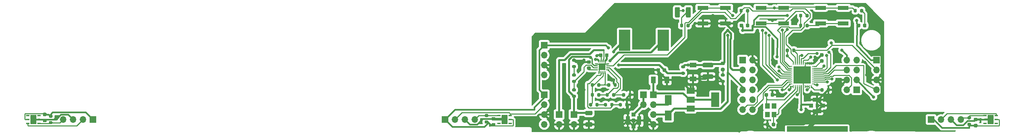
<source format=gtl>
%TF.GenerationSoftware,KiCad,Pcbnew,5.1.7-a382d34a8~87~ubuntu18.04.1*%
%TF.CreationDate,2020-11-02T20:34:46+02:00*%
%TF.ProjectId,sens-rf-1w-1-kicad,73656e73-2d72-4662-9d31-772d312d6b69,0.0*%
%TF.SameCoordinates,Original*%
%TF.FileFunction,Copper,L1,Top*%
%TF.FilePolarity,Positive*%
%FSLAX46Y46*%
G04 Gerber Fmt 4.6, Leading zero omitted, Abs format (unit mm)*
G04 Created by KiCad (PCBNEW 5.1.7-a382d34a8~87~ubuntu18.04.1) date 2020-11-02 20:34:46*
%MOMM*%
%LPD*%
G01*
G04 APERTURE LIST*
%TA.AperFunction,EtchedComponent*%
%ADD10C,0.010000*%
%TD*%
%TA.AperFunction,SMDPad,CuDef*%
%ADD11R,1.800000X2.500000*%
%TD*%
%TA.AperFunction,ComponentPad*%
%ADD12O,1.700000X1.700000*%
%TD*%
%TA.AperFunction,ComponentPad*%
%ADD13R,1.700000X1.700000*%
%TD*%
%TA.AperFunction,SMDPad,CuDef*%
%ADD14R,1.300000X1.700000*%
%TD*%
%TA.AperFunction,SMDPad,CuDef*%
%ADD15R,1.000000X1.000000*%
%TD*%
%TA.AperFunction,SMDPad,CuDef*%
%ADD16R,1.050000X2.200000*%
%TD*%
%TA.AperFunction,SMDPad,CuDef*%
%ADD17R,2.200000X1.050000*%
%TD*%
%TA.AperFunction,SMDPad,CuDef*%
%ADD18R,2.000000X1.500000*%
%TD*%
%TA.AperFunction,SMDPad,CuDef*%
%ADD19R,2.000000X3.800000*%
%TD*%
%TA.AperFunction,ComponentPad*%
%ADD20C,0.500000*%
%TD*%
%TA.AperFunction,SMDPad,CuDef*%
%ADD21R,1.750000X1.750000*%
%TD*%
%TA.AperFunction,SMDPad,CuDef*%
%ADD22R,1.600200X2.489200*%
%TD*%
%TA.AperFunction,SMDPad,CuDef*%
%ADD23R,0.812800X0.457200*%
%TD*%
%TA.AperFunction,ComponentPad*%
%ADD24C,0.508000*%
%TD*%
%TA.AperFunction,SMDPad,CuDef*%
%ADD25R,4.500001X4.500001*%
%TD*%
%TA.AperFunction,SMDPad,CuDef*%
%ADD26R,0.850000X0.280000*%
%TD*%
%TA.AperFunction,SMDPad,CuDef*%
%ADD27R,0.280000X0.850000*%
%TD*%
%TA.AperFunction,SMDPad,CuDef*%
%ADD28R,1.200000X1.400000*%
%TD*%
%TA.AperFunction,SMDPad,CuDef*%
%ADD29R,2.800000X1.000000*%
%TD*%
%TA.AperFunction,SMDPad,CuDef*%
%ADD30R,2.900000X5.400000*%
%TD*%
%TA.AperFunction,SMDPad,CuDef*%
%ADD31R,1.700000X1.300000*%
%TD*%
%TA.AperFunction,ViaPad*%
%ADD32C,0.800000*%
%TD*%
%TA.AperFunction,Conductor*%
%ADD33C,0.250000*%
%TD*%
%TA.AperFunction,Conductor*%
%ADD34C,0.500000*%
%TD*%
%TA.AperFunction,Conductor*%
%ADD35C,1.000000*%
%TD*%
%TA.AperFunction,Conductor*%
%ADD36C,0.400000*%
%TD*%
%TA.AperFunction,Conductor*%
%ADD37C,0.300000*%
%TD*%
%TA.AperFunction,Conductor*%
%ADD38C,0.200000*%
%TD*%
%TA.AperFunction,Conductor*%
%ADD39C,0.100000*%
%TD*%
%TA.AperFunction,Conductor*%
%ADD40C,0.254000*%
%TD*%
G04 APERTURE END LIST*
D10*
%TO.C,ANT1*%
G36*
X235119334Y-149012667D02*
G01*
X219625334Y-149012667D01*
X219625334Y-150367333D01*
X235119334Y-150367333D01*
X235119334Y-149012667D01*
G37*
X235119334Y-149012667D02*
X219625334Y-149012667D01*
X219625334Y-150367333D01*
X235119334Y-150367333D01*
X235119334Y-149012667D01*
%TD*%
D11*
%TO.P,DS1,2*%
%TO.N,Net-(DS1-Pad2)*%
X189230000Y-142297500D03*
%TO.P,DS1,1*%
%TO.N,+5V*%
X189230000Y-146297500D03*
%TD*%
%TO.P,F1,2*%
%TO.N,/Power/pwr_3v3*%
%TA.AperFunction,SMDPad,CuDef*%
G36*
G01*
X192765000Y-135045000D02*
X193315000Y-135045000D01*
G75*
G02*
X193515000Y-135245000I0J-200000D01*
G01*
X193515000Y-135645000D01*
G75*
G02*
X193315000Y-135845000I-200000J0D01*
G01*
X192765000Y-135845000D01*
G75*
G02*
X192565000Y-135645000I0J200000D01*
G01*
X192565000Y-135245000D01*
G75*
G02*
X192765000Y-135045000I200000J0D01*
G01*
G37*
%TD.AperFunction*%
%TO.P,F1,1*%
%TO.N,+3V3*%
%TA.AperFunction,SMDPad,CuDef*%
G36*
G01*
X192765000Y-133395000D02*
X193315000Y-133395000D01*
G75*
G02*
X193515000Y-133595000I0J-200000D01*
G01*
X193515000Y-133995000D01*
G75*
G02*
X193315000Y-134195000I-200000J0D01*
G01*
X192765000Y-134195000D01*
G75*
G02*
X192565000Y-133995000I0J200000D01*
G01*
X192565000Y-133595000D01*
G75*
G02*
X192765000Y-133395000I200000J0D01*
G01*
G37*
%TD.AperFunction*%
%TD*%
D12*
%TO.P,JPH3,4*%
%TO.N,GNDD*%
X185420000Y-148590000D03*
%TO.P,JPH3,3*%
%TO.N,+5V*%
X185420000Y-146050000D03*
%TO.P,JPH3,2*%
%TO.N,Net-(DS1-Pad2)*%
X185420000Y-143510000D03*
D13*
%TO.P,JPH3,1*%
%TO.N,/Power/Vin_raw*%
X185420000Y-140970000D03*
%TD*%
D12*
%TO.P,JPH2,2*%
%TO.N,Net-(ANT2-Pad1)*%
X182880000Y-143510000D03*
D13*
%TO.P,JPH2,1*%
X182880000Y-140970000D03*
%TD*%
D14*
%TO.P,DZ2,2*%
%TO.N,GNDD*%
X188920000Y-137160000D03*
%TO.P,DZ2,1*%
%TO.N,/Power/Vin_raw*%
X185420000Y-137160000D03*
%TD*%
D15*
%TO.P,ANT2,1*%
%TO.N,Net-(ANT2-Pad1)*%
X180340000Y-146050000D03*
%TO.P,ANT2,2*%
%TO.N,GNDD*%
X180340000Y-149050000D03*
D16*
X178865000Y-147550000D03*
X181815000Y-147550000D03*
%TD*%
D12*
%TO.P,J4,8*%
%TO.N,+5V*%
X234950000Y-132080000D03*
%TO.P,J4,7*%
%TO.N,/RX*%
X237490000Y-132080000D03*
%TO.P,J4,6*%
%TO.N,/DEBUG_DATA*%
X234950000Y-134620000D03*
%TO.P,J4,5*%
%TO.N,/RST_N*%
X237490000Y-134620000D03*
%TO.P,J4,4*%
%TO.N,GNDD*%
X234950000Y-137160000D03*
%TO.P,J4,3*%
%TO.N,+3V3*%
X237490000Y-137160000D03*
%TO.P,J4,2*%
%TO.N,/DEBUG_CLK*%
X234950000Y-139700000D03*
D13*
%TO.P,J4,1*%
%TO.N,/TX*%
X237490000Y-139700000D03*
%TD*%
D12*
%TO.P,JB1,4*%
%TO.N,/I2C-SDA1*%
X242570000Y-139700000D03*
%TO.P,JB1,3*%
%TO.N,GNDD*%
X242570000Y-137160000D03*
%TO.P,JB1,2*%
%TO.N,/I2C-SCL*%
X242570000Y-134620000D03*
D13*
%TO.P,JB1,1*%
%TO.N,+3V3*%
X242570000Y-132080000D03*
%TD*%
D12*
%TO.P,J1,4*%
%TO.N,/I2C-SDA1*%
X264160000Y-147320000D03*
%TO.P,J1,3*%
%TO.N,GNDD*%
X261620000Y-147320000D03*
%TO.P,J1,2*%
%TO.N,/I2C-SCL*%
X259080000Y-147320000D03*
D13*
%TO.P,J1,1*%
%TO.N,+3V3*%
X256540000Y-147320000D03*
%TD*%
D12*
%TO.P,JB3,4*%
%TO.N,/I2C-SDA3*%
X157480000Y-135890000D03*
%TO.P,JB3,3*%
%TO.N,GNDD*%
X157480000Y-133350000D03*
%TO.P,JB3,2*%
%TO.N,/I2C-SCL*%
X157480000Y-130810000D03*
D13*
%TO.P,JB3,1*%
%TO.N,+3V3*%
X157480000Y-128270000D03*
%TD*%
D12*
%TO.P,JB2,4*%
%TO.N,/I2C-SDA2*%
X157480000Y-148590000D03*
%TO.P,JB2,3*%
%TO.N,GNDD*%
X157480000Y-146050000D03*
%TO.P,JB2,2*%
%TO.N,/I2C-SCL*%
X157480000Y-143510000D03*
D13*
%TO.P,JB2,1*%
%TO.N,+3V3*%
X157480000Y-140970000D03*
%TD*%
D15*
%TO.P,J7,1*%
%TO.N,/ANT_P*%
X225830000Y-143715000D03*
%TO.P,J7,2*%
%TO.N,GNDD*%
X228830000Y-143715000D03*
D17*
X227330000Y-145190000D03*
X227330000Y-142240000D03*
%TD*%
D18*
%TO.P,U1,1*%
%TO.N,GNDD*%
X194970000Y-139940000D03*
%TO.P,U1,3*%
%TO.N,+5V*%
X194970000Y-144540000D03*
%TO.P,U1,2*%
%TO.N,/Power/Vin_raw*%
X194970000Y-142240000D03*
D19*
X201270000Y-142240000D03*
%TD*%
D20*
%TO.P,ANT1,*%
%TO.N,*%
X234530000Y-149690000D03*
X232930000Y-149690000D03*
X231330000Y-149690000D03*
X229730000Y-149690000D03*
X228130000Y-149690000D03*
X226530000Y-149690000D03*
%TO.P,ANT1,2*%
%TO.N,GNDD*%
X224930000Y-149690000D03*
%TO.P,ANT1,*%
%TO.N,*%
X220130000Y-149690000D03*
X221720000Y-149690000D03*
%TD*%
%TO.P,PwrHarv1,17*%
%TO.N,GNDD*%
X172905000Y-134415000D03*
X171655000Y-134415000D03*
X172905000Y-133165000D03*
X171655000Y-133165000D03*
D21*
X172280000Y-133790000D03*
%TO.P,PwrHarv1,16*%
%TO.N,Net-(Lbst1-Pad2)*%
%TA.AperFunction,SMDPad,CuDef*%
G36*
G01*
X171405000Y-132652500D02*
X171405000Y-132002500D01*
G75*
G02*
X171467500Y-131940000I62500J0D01*
G01*
X171592500Y-131940000D01*
G75*
G02*
X171655000Y-132002500I0J-62500D01*
G01*
X171655000Y-132652500D01*
G75*
G02*
X171592500Y-132715000I-62500J0D01*
G01*
X171467500Y-132715000D01*
G75*
G02*
X171405000Y-132652500I0J62500D01*
G01*
G37*
%TD.AperFunction*%
%TO.P,PwrHarv1,15*%
%TO.N,/Power/pwr_3v3*%
%TA.AperFunction,SMDPad,CuDef*%
G36*
G01*
X171905000Y-132652500D02*
X171905000Y-132002500D01*
G75*
G02*
X171967500Y-131940000I62500J0D01*
G01*
X172092500Y-131940000D01*
G75*
G02*
X172155000Y-132002500I0J-62500D01*
G01*
X172155000Y-132652500D01*
G75*
G02*
X172092500Y-132715000I-62500J0D01*
G01*
X171967500Y-132715000D01*
G75*
G02*
X171905000Y-132652500I0J62500D01*
G01*
G37*
%TD.AperFunction*%
%TO.P,PwrHarv1,14*%
%TO.N,/Power/Vbat*%
%TA.AperFunction,SMDPad,CuDef*%
G36*
G01*
X172405000Y-132652500D02*
X172405000Y-132002500D01*
G75*
G02*
X172467500Y-131940000I62500J0D01*
G01*
X172592500Y-131940000D01*
G75*
G02*
X172655000Y-132002500I0J-62500D01*
G01*
X172655000Y-132652500D01*
G75*
G02*
X172592500Y-132715000I-62500J0D01*
G01*
X172467500Y-132715000D01*
G75*
G02*
X172405000Y-132652500I0J62500D01*
G01*
G37*
%TD.AperFunction*%
%TO.P,PwrHarv1,13*%
%TO.N,GNDD*%
%TA.AperFunction,SMDPad,CuDef*%
G36*
G01*
X172905000Y-132652500D02*
X172905000Y-132002500D01*
G75*
G02*
X172967500Y-131940000I62500J0D01*
G01*
X173092500Y-131940000D01*
G75*
G02*
X173155000Y-132002500I0J-62500D01*
G01*
X173155000Y-132652500D01*
G75*
G02*
X173092500Y-132715000I-62500J0D01*
G01*
X172967500Y-132715000D01*
G75*
G02*
X172905000Y-132652500I0J62500D01*
G01*
G37*
%TD.AperFunction*%
%TO.P,PwrHarv1,12*%
%TA.AperFunction,SMDPad,CuDef*%
G36*
G01*
X173355000Y-133102500D02*
X173355000Y-132977500D01*
G75*
G02*
X173417500Y-132915000I62500J0D01*
G01*
X174067500Y-132915000D01*
G75*
G02*
X174130000Y-132977500I0J-62500D01*
G01*
X174130000Y-133102500D01*
G75*
G02*
X174067500Y-133165000I-62500J0D01*
G01*
X173417500Y-133165000D01*
G75*
G02*
X173355000Y-133102500I0J62500D01*
G01*
G37*
%TD.AperFunction*%
%TO.P,PwrHarv1,11*%
%TO.N,/RST_N*%
%TA.AperFunction,SMDPad,CuDef*%
G36*
G01*
X173355000Y-133602500D02*
X173355000Y-133477500D01*
G75*
G02*
X173417500Y-133415000I62500J0D01*
G01*
X174067500Y-133415000D01*
G75*
G02*
X174130000Y-133477500I0J-62500D01*
G01*
X174130000Y-133602500D01*
G75*
G02*
X174067500Y-133665000I-62500J0D01*
G01*
X173417500Y-133665000D01*
G75*
G02*
X173355000Y-133602500I0J62500D01*
G01*
G37*
%TD.AperFunction*%
%TO.P,PwrHarv1,10*%
%TO.N,/Power/OKP*%
%TA.AperFunction,SMDPad,CuDef*%
G36*
G01*
X173355000Y-134102500D02*
X173355000Y-133977500D01*
G75*
G02*
X173417500Y-133915000I62500J0D01*
G01*
X174067500Y-133915000D01*
G75*
G02*
X174130000Y-133977500I0J-62500D01*
G01*
X174130000Y-134102500D01*
G75*
G02*
X174067500Y-134165000I-62500J0D01*
G01*
X173417500Y-134165000D01*
G75*
G02*
X173355000Y-134102500I0J62500D01*
G01*
G37*
%TD.AperFunction*%
%TO.P,PwrHarv1,9*%
%TO.N,/Power/OKH*%
%TA.AperFunction,SMDPad,CuDef*%
G36*
G01*
X173355000Y-134602500D02*
X173355000Y-134477500D01*
G75*
G02*
X173417500Y-134415000I62500J0D01*
G01*
X174067500Y-134415000D01*
G75*
G02*
X174130000Y-134477500I0J-62500D01*
G01*
X174130000Y-134602500D01*
G75*
G02*
X174067500Y-134665000I-62500J0D01*
G01*
X173417500Y-134665000D01*
G75*
G02*
X173355000Y-134602500I0J62500D01*
G01*
G37*
%TD.AperFunction*%
%TO.P,PwrHarv1,8*%
%TO.N,/Power/UV*%
%TA.AperFunction,SMDPad,CuDef*%
G36*
G01*
X172905000Y-135577500D02*
X172905000Y-134927500D01*
G75*
G02*
X172967500Y-134865000I62500J0D01*
G01*
X173092500Y-134865000D01*
G75*
G02*
X173155000Y-134927500I0J-62500D01*
G01*
X173155000Y-135577500D01*
G75*
G02*
X173092500Y-135640000I-62500J0D01*
G01*
X172967500Y-135640000D01*
G75*
G02*
X172905000Y-135577500I0J62500D01*
G01*
G37*
%TD.AperFunction*%
%TO.P,PwrHarv1,7*%
%TO.N,Net-(PwrHarv1-Pad7)*%
%TA.AperFunction,SMDPad,CuDef*%
G36*
G01*
X172405000Y-135577500D02*
X172405000Y-134927500D01*
G75*
G02*
X172467500Y-134865000I62500J0D01*
G01*
X172592500Y-134865000D01*
G75*
G02*
X172655000Y-134927500I0J-62500D01*
G01*
X172655000Y-135577500D01*
G75*
G02*
X172592500Y-135640000I-62500J0D01*
G01*
X172467500Y-135640000D01*
G75*
G02*
X172405000Y-135577500I0J62500D01*
G01*
G37*
%TD.AperFunction*%
%TO.P,PwrHarv1,6*%
%TO.N,/Power/OV*%
%TA.AperFunction,SMDPad,CuDef*%
G36*
G01*
X171905000Y-135577500D02*
X171905000Y-134927500D01*
G75*
G02*
X171967500Y-134865000I62500J0D01*
G01*
X172092500Y-134865000D01*
G75*
G02*
X172155000Y-134927500I0J-62500D01*
G01*
X172155000Y-135577500D01*
G75*
G02*
X172092500Y-135640000I-62500J0D01*
G01*
X171967500Y-135640000D01*
G75*
G02*
X171905000Y-135577500I0J62500D01*
G01*
G37*
%TD.AperFunction*%
%TO.P,PwrHarv1,5*%
%TO.N,GNDD*%
%TA.AperFunction,SMDPad,CuDef*%
G36*
G01*
X171405000Y-135577500D02*
X171405000Y-134927500D01*
G75*
G02*
X171467500Y-134865000I62500J0D01*
G01*
X171592500Y-134865000D01*
G75*
G02*
X171655000Y-134927500I0J-62500D01*
G01*
X171655000Y-135577500D01*
G75*
G02*
X171592500Y-135640000I-62500J0D01*
G01*
X171467500Y-135640000D01*
G75*
G02*
X171405000Y-135577500I0J62500D01*
G01*
G37*
%TD.AperFunction*%
%TO.P,PwrHarv1,4*%
%TO.N,Net-(Cref1-Pad1)*%
%TA.AperFunction,SMDPad,CuDef*%
G36*
G01*
X170430000Y-134602500D02*
X170430000Y-134477500D01*
G75*
G02*
X170492500Y-134415000I62500J0D01*
G01*
X171142500Y-134415000D01*
G75*
G02*
X171205000Y-134477500I0J-62500D01*
G01*
X171205000Y-134602500D01*
G75*
G02*
X171142500Y-134665000I-62500J0D01*
G01*
X170492500Y-134665000D01*
G75*
G02*
X170430000Y-134602500I0J62500D01*
G01*
G37*
%TD.AperFunction*%
%TO.P,PwrHarv1,3*%
%TO.N,/Power/OC*%
%TA.AperFunction,SMDPad,CuDef*%
G36*
G01*
X170430000Y-134102500D02*
X170430000Y-133977500D01*
G75*
G02*
X170492500Y-133915000I62500J0D01*
G01*
X171142500Y-133915000D01*
G75*
G02*
X171205000Y-133977500I0J-62500D01*
G01*
X171205000Y-134102500D01*
G75*
G02*
X171142500Y-134165000I-62500J0D01*
G01*
X170492500Y-134165000D01*
G75*
G02*
X170430000Y-134102500I0J62500D01*
G01*
G37*
%TD.AperFunction*%
%TO.P,PwrHarv1,2*%
%TO.N,/Power/Vin_raw*%
%TA.AperFunction,SMDPad,CuDef*%
G36*
G01*
X170430000Y-133602500D02*
X170430000Y-133477500D01*
G75*
G02*
X170492500Y-133415000I62500J0D01*
G01*
X171142500Y-133415000D01*
G75*
G02*
X171205000Y-133477500I0J-62500D01*
G01*
X171205000Y-133602500D01*
G75*
G02*
X171142500Y-133665000I-62500J0D01*
G01*
X170492500Y-133665000D01*
G75*
G02*
X170430000Y-133602500I0J62500D01*
G01*
G37*
%TD.AperFunction*%
%TO.P,PwrHarv1,1*%
%TO.N,GNDD*%
%TA.AperFunction,SMDPad,CuDef*%
G36*
G01*
X170430000Y-133102500D02*
X170430000Y-132977500D01*
G75*
G02*
X170492500Y-132915000I62500J0D01*
G01*
X171142500Y-132915000D01*
G75*
G02*
X171205000Y-132977500I0J-62500D01*
G01*
X171205000Y-133102500D01*
G75*
G02*
X171142500Y-133165000I-62500J0D01*
G01*
X170492500Y-133165000D01*
G75*
G02*
X170430000Y-133102500I0J62500D01*
G01*
G37*
%TD.AperFunction*%
%TD*%
D22*
%TO.P,TH3,7*%
%TO.N,GNDD*%
X26670000Y-147320000D03*
D23*
%TO.P,TH3,6*%
%TO.N,/I2C-SCL*%
X25222200Y-148320001D03*
%TO.P,TH3,5*%
%TO.N,+3V3*%
X25222200Y-147320000D03*
%TO.P,TH3,4*%
%TO.N,Net-(TH3-Pad4)*%
X25222200Y-146319999D03*
%TO.P,TH3,3*%
%TO.N,Net-(TH3-Pad3)*%
X28117800Y-146319999D03*
%TO.P,TH3,2*%
%TO.N,GNDD*%
X28117800Y-147320000D03*
%TO.P,TH3,1*%
%TO.N,/I2C-SDA3*%
X28117800Y-148320001D03*
%TD*%
D22*
%TO.P,TH2,7*%
%TO.N,GNDD*%
X147320000Y-147320000D03*
D23*
%TO.P,TH2,6*%
%TO.N,/I2C-SCL*%
X148767800Y-146319999D03*
%TO.P,TH2,5*%
%TO.N,+3V3*%
X148767800Y-147320000D03*
%TO.P,TH2,4*%
%TO.N,Net-(TH2-Pad4)*%
X148767800Y-148320001D03*
%TO.P,TH2,3*%
%TO.N,Net-(TH2-Pad3)*%
X145872200Y-148320001D03*
%TO.P,TH2,2*%
%TO.N,GNDD*%
X145872200Y-147320000D03*
%TO.P,TH2,1*%
%TO.N,/I2C-SDA2*%
X145872200Y-146319999D03*
%TD*%
D22*
%TO.P,TH1,7*%
%TO.N,GNDD*%
X271780000Y-147320000D03*
D23*
%TO.P,TH1,6*%
%TO.N,/I2C-SCL*%
X273227800Y-146319999D03*
%TO.P,TH1,5*%
%TO.N,+3V3*%
X273227800Y-147320000D03*
%TO.P,TH1,4*%
%TO.N,Net-(TH1-Pad4)*%
X273227800Y-148320001D03*
%TO.P,TH1,3*%
%TO.N,Net-(TH1-Pad3)*%
X270332200Y-148320001D03*
%TO.P,TH1,2*%
%TO.N,GNDD*%
X270332200Y-147320000D03*
%TO.P,TH1,1*%
%TO.N,/I2C-SDA1*%
X270332200Y-146319999D03*
%TD*%
D24*
%TO.P,RF_MCU1,V*%
%TO.N,N/C*%
X225094800Y-137464800D03*
X224307400Y-137464800D03*
X223520000Y-137464800D03*
X222732600Y-137464800D03*
X221945200Y-137464800D03*
X225094800Y-136677400D03*
X224307400Y-136677400D03*
X223520000Y-136677400D03*
X222732600Y-136677400D03*
X221945200Y-136677400D03*
X225094800Y-135890000D03*
X224307400Y-135890000D03*
X223520000Y-135890000D03*
X222732600Y-135890000D03*
X221945200Y-135890000D03*
X225094800Y-135102600D03*
X224307400Y-135102600D03*
X223520000Y-135102600D03*
X222732600Y-135102600D03*
X221945200Y-135102600D03*
X225094800Y-134315200D03*
X224307400Y-134315200D03*
X223520000Y-134315200D03*
X222732600Y-134315200D03*
X221945200Y-134315200D03*
D25*
%TO.P,RF_MCU1,41*%
%TO.N,GNDD*%
X223520000Y-135890000D03*
D26*
%TO.P,RF_MCU1,40*%
%TO.N,/BYP1v8*%
X226495000Y-133639433D03*
%TO.P,RF_MCU1,39*%
%TO.N,+3V3*%
X226495000Y-134139559D03*
%TO.P,RF_MCU1,38*%
%TO.N,/MOSI*%
X226495000Y-134639685D03*
%TO.P,RF_MCU1,37*%
%TO.N,/MISO*%
X226495000Y-135139811D03*
%TO.P,RF_MCU1,36*%
%TO.N,/I2C-SDA1*%
X226495000Y-135639937D03*
%TO.P,RF_MCU1,35*%
%TO.N,/DEBUG_DATA*%
X226495000Y-136140063D03*
%TO.P,RF_MCU1,34*%
%TO.N,/DEBUG_CLK*%
X226495000Y-136640189D03*
%TO.P,RF_MCU1,33*%
%TO.N,/I2C-SDA2*%
X226495000Y-137140315D03*
%TO.P,RF_MCU1,32*%
%TO.N,/I2C-SDA3*%
X226495000Y-137640441D03*
%TO.P,RF_MCU1,31*%
%TO.N,+3V3*%
X226495000Y-138140567D03*
D27*
%TO.P,RF_MCU1,30*%
%TO.N,Net-(R301-Pad2)*%
X225770001Y-138865000D03*
%TO.P,RF_MCU1,29*%
%TO.N,+3V3*%
X225269999Y-138865000D03*
%TO.P,RF_MCU1,28*%
X224770000Y-138865000D03*
%TO.P,RF_MCU1,27*%
X224270001Y-138865000D03*
%TO.P,RF_MCU1,26*%
%TO.N,GNDD*%
X223770000Y-138865000D03*
%TO.P,RF_MCU1,25*%
%TO.N,/ANT_P*%
X223270000Y-138865000D03*
%TO.P,RF_MCU1,24*%
%TO.N,+3V3*%
X222769999Y-138865000D03*
%TO.P,RF_MCU1,23*%
%TO.N,/XTAL2*%
X222270000Y-138865000D03*
%TO.P,RF_MCU1,22*%
%TO.N,/XTAL1*%
X221770001Y-138865000D03*
%TO.P,RF_MCU1,21*%
%TO.N,+3V3*%
X221269999Y-138865000D03*
D26*
%TO.P,RF_MCU1,20*%
%TO.N,/RST_N*%
X220545000Y-138140567D03*
%TO.P,RF_MCU1,19*%
%TO.N,/P0_0*%
X220545000Y-137640441D03*
%TO.P,RF_MCU1,18*%
%TO.N,/P0_1*%
X220545000Y-137140315D03*
%TO.P,RF_MCU1,17*%
%TO.N,/RX*%
X220545000Y-136640189D03*
%TO.P,RF_MCU1,16*%
%TO.N,/TX*%
X220545000Y-136140063D03*
%TO.P,RF_MCU1,15*%
%TO.N,/P0_4*%
X220545000Y-135639937D03*
%TO.P,RF_MCU1,14*%
%TO.N,/P0_5*%
X220545000Y-135139811D03*
%TO.P,RF_MCU1,13*%
%TO.N,/KEYSN*%
X220545000Y-134639685D03*
%TO.P,RF_MCU1,12*%
%TO.N,/LDET*%
X220545000Y-134139559D03*
%TO.P,RF_MCU1,11*%
%TO.N,/LED_R_AN*%
X220545000Y-133639433D03*
D27*
%TO.P,RF_MCU1,10*%
%TO.N,+3V3*%
X221269999Y-132915000D03*
%TO.P,RF_MCU1,9*%
%TO.N,/LED_G_AN*%
X221770001Y-132915000D03*
%TO.P,RF_MCU1,8*%
%TO.N,/I2C-SCL*%
X222270000Y-132915000D03*
%TO.P,RF_MCU1,7*%
%TO.N,/P1_3*%
X222769999Y-132915000D03*
%TO.P,RF_MCU1,6*%
%TO.N,/SS1*%
X223270000Y-132915000D03*
%TO.P,RF_MCU1,5*%
%TO.N,/CLK*%
X223770000Y-132915000D03*
%TO.P,RF_MCU1,4*%
%TO.N,GNDD*%
X224270001Y-132915000D03*
%TO.P,RF_MCU1,3*%
X224770000Y-132915000D03*
%TO.P,RF_MCU1,2*%
X225269999Y-132915000D03*
%TO.P,RF_MCU1,1*%
X225770001Y-132915000D03*
%TD*%
D28*
%TO.P,XTAL1,4*%
%TO.N,Net-(XTAL1-Pad4)*%
X214630000Y-146050000D03*
%TO.P,XTAL1,3*%
%TO.N,/XTAL1*%
X214630000Y-143850000D03*
%TO.P,XTAL1,2*%
%TO.N,Net-(XTAL1-Pad2)*%
X216330000Y-143850000D03*
%TO.P,XTAL1,1*%
%TO.N,/XTAL2*%
X216330000Y-146050000D03*
%TD*%
D29*
%TO.P,SW3,2*%
%TO.N,GNDD*%
X203920000Y-122650000D03*
X198120000Y-122650000D03*
%TO.P,SW3,1*%
%TO.N,/RST_N*%
X203920000Y-118650000D03*
X198120000Y-118650000D03*
%TD*%
%TO.P,SW2,2*%
%TO.N,Net-(R_SW2-Pad2)*%
X234040000Y-122650000D03*
X228240000Y-122650000D03*
%TO.P,SW2,1*%
%TO.N,/LED_R_AN*%
X234040000Y-118650000D03*
X228240000Y-118650000D03*
%TD*%
%TO.P,SW1,2*%
%TO.N,Net-(R_SW1-Pad2)*%
X218800000Y-122650000D03*
X213000000Y-122650000D03*
%TO.P,SW1,1*%
%TO.N,/LED_R_AN*%
X218800000Y-118650000D03*
X213000000Y-118650000D03*
%TD*%
D12*
%TO.P,SC1,2*%
%TO.N,GNDD*%
X165100000Y-148590000D03*
D13*
%TO.P,SC1,1*%
%TO.N,/Power/Vin_raw*%
X165100000Y-146050000D03*
%TD*%
%TO.P,Ruv2,2*%
%TO.N,/Power/UV*%
%TA.AperFunction,SMDPad,CuDef*%
G36*
G01*
X171050000Y-138705000D02*
X171050000Y-138155000D01*
G75*
G02*
X171250000Y-137955000I200000J0D01*
G01*
X171650000Y-137955000D01*
G75*
G02*
X171850000Y-138155000I0J-200000D01*
G01*
X171850000Y-138705000D01*
G75*
G02*
X171650000Y-138905000I-200000J0D01*
G01*
X171250000Y-138905000D01*
G75*
G02*
X171050000Y-138705000I0J200000D01*
G01*
G37*
%TD.AperFunction*%
%TO.P,Ruv2,1*%
%TO.N,Net-(PwrHarv1-Pad7)*%
%TA.AperFunction,SMDPad,CuDef*%
G36*
G01*
X169400000Y-138705000D02*
X169400000Y-138155000D01*
G75*
G02*
X169600000Y-137955000I200000J0D01*
G01*
X170000000Y-137955000D01*
G75*
G02*
X170200000Y-138155000I0J-200000D01*
G01*
X170200000Y-138705000D01*
G75*
G02*
X170000000Y-138905000I-200000J0D01*
G01*
X169600000Y-138905000D01*
G75*
G02*
X169400000Y-138705000I0J200000D01*
G01*
G37*
%TD.AperFunction*%
%TD*%
%TO.P,Ruv1,2*%
%TO.N,GNDD*%
%TA.AperFunction,SMDPad,CuDef*%
G36*
G01*
X175240000Y-138705000D02*
X175240000Y-138155000D01*
G75*
G02*
X175440000Y-137955000I200000J0D01*
G01*
X175840000Y-137955000D01*
G75*
G02*
X176040000Y-138155000I0J-200000D01*
G01*
X176040000Y-138705000D01*
G75*
G02*
X175840000Y-138905000I-200000J0D01*
G01*
X175440000Y-138905000D01*
G75*
G02*
X175240000Y-138705000I0J200000D01*
G01*
G37*
%TD.AperFunction*%
%TO.P,Ruv1,1*%
%TO.N,/Power/UV*%
%TA.AperFunction,SMDPad,CuDef*%
G36*
G01*
X173590000Y-138705000D02*
X173590000Y-138155000D01*
G75*
G02*
X173790000Y-137955000I200000J0D01*
G01*
X174190000Y-137955000D01*
G75*
G02*
X174390000Y-138155000I0J-200000D01*
G01*
X174390000Y-138705000D01*
G75*
G02*
X174190000Y-138905000I-200000J0D01*
G01*
X173790000Y-138905000D01*
G75*
G02*
X173590000Y-138705000I0J200000D01*
G01*
G37*
%TD.AperFunction*%
%TD*%
%TO.P,Rov3,2*%
%TO.N,Net-(Rov2-Pad1)*%
%TA.AperFunction,SMDPad,CuDef*%
G36*
G01*
X170605000Y-143785000D02*
X170605000Y-143235000D01*
G75*
G02*
X170805000Y-143035000I200000J0D01*
G01*
X171205000Y-143035000D01*
G75*
G02*
X171405000Y-143235000I0J-200000D01*
G01*
X171405000Y-143785000D01*
G75*
G02*
X171205000Y-143985000I-200000J0D01*
G01*
X170805000Y-143985000D01*
G75*
G02*
X170605000Y-143785000I0J200000D01*
G01*
G37*
%TD.AperFunction*%
%TO.P,Rov3,1*%
%TO.N,Net-(PwrHarv1-Pad7)*%
%TA.AperFunction,SMDPad,CuDef*%
G36*
G01*
X168955000Y-143785000D02*
X168955000Y-143235000D01*
G75*
G02*
X169155000Y-143035000I200000J0D01*
G01*
X169555000Y-143035000D01*
G75*
G02*
X169755000Y-143235000I0J-200000D01*
G01*
X169755000Y-143785000D01*
G75*
G02*
X169555000Y-143985000I-200000J0D01*
G01*
X169155000Y-143985000D01*
G75*
G02*
X168955000Y-143785000I0J200000D01*
G01*
G37*
%TD.AperFunction*%
%TD*%
%TO.P,Rov2,2*%
%TO.N,/Power/OV*%
%TA.AperFunction,SMDPad,CuDef*%
G36*
G01*
X174415000Y-143785000D02*
X174415000Y-143235000D01*
G75*
G02*
X174615000Y-143035000I200000J0D01*
G01*
X175015000Y-143035000D01*
G75*
G02*
X175215000Y-143235000I0J-200000D01*
G01*
X175215000Y-143785000D01*
G75*
G02*
X175015000Y-143985000I-200000J0D01*
G01*
X174615000Y-143985000D01*
G75*
G02*
X174415000Y-143785000I0J200000D01*
G01*
G37*
%TD.AperFunction*%
%TO.P,Rov2,1*%
%TO.N,Net-(Rov2-Pad1)*%
%TA.AperFunction,SMDPad,CuDef*%
G36*
G01*
X172765000Y-143785000D02*
X172765000Y-143235000D01*
G75*
G02*
X172965000Y-143035000I200000J0D01*
G01*
X173365000Y-143035000D01*
G75*
G02*
X173565000Y-143235000I0J-200000D01*
G01*
X173565000Y-143785000D01*
G75*
G02*
X173365000Y-143985000I-200000J0D01*
G01*
X172965000Y-143985000D01*
G75*
G02*
X172765000Y-143785000I0J200000D01*
G01*
G37*
%TD.AperFunction*%
%TD*%
%TO.P,Rov1,2*%
%TO.N,GNDD*%
%TA.AperFunction,SMDPad,CuDef*%
G36*
G01*
X178225000Y-143785000D02*
X178225000Y-143235000D01*
G75*
G02*
X178425000Y-143035000I200000J0D01*
G01*
X178825000Y-143035000D01*
G75*
G02*
X179025000Y-143235000I0J-200000D01*
G01*
X179025000Y-143785000D01*
G75*
G02*
X178825000Y-143985000I-200000J0D01*
G01*
X178425000Y-143985000D01*
G75*
G02*
X178225000Y-143785000I0J200000D01*
G01*
G37*
%TD.AperFunction*%
%TO.P,Rov1,1*%
%TO.N,/Power/OV*%
%TA.AperFunction,SMDPad,CuDef*%
G36*
G01*
X176575000Y-143785000D02*
X176575000Y-143235000D01*
G75*
G02*
X176775000Y-143035000I200000J0D01*
G01*
X177175000Y-143035000D01*
G75*
G02*
X177375000Y-143235000I0J-200000D01*
G01*
X177375000Y-143785000D01*
G75*
G02*
X177175000Y-143985000I-200000J0D01*
G01*
X176775000Y-143985000D01*
G75*
G02*
X176575000Y-143785000I0J200000D01*
G01*
G37*
%TD.AperFunction*%
%TD*%
%TO.P,Rok3,2*%
%TO.N,/Power/OKH*%
%TA.AperFunction,SMDPad,CuDef*%
G36*
G01*
X171050000Y-141245000D02*
X171050000Y-140695000D01*
G75*
G02*
X171250000Y-140495000I200000J0D01*
G01*
X171650000Y-140495000D01*
G75*
G02*
X171850000Y-140695000I0J-200000D01*
G01*
X171850000Y-141245000D01*
G75*
G02*
X171650000Y-141445000I-200000J0D01*
G01*
X171250000Y-141445000D01*
G75*
G02*
X171050000Y-141245000I0J200000D01*
G01*
G37*
%TD.AperFunction*%
%TO.P,Rok3,1*%
%TO.N,Net-(PwrHarv1-Pad7)*%
%TA.AperFunction,SMDPad,CuDef*%
G36*
G01*
X169400000Y-141245000D02*
X169400000Y-140695000D01*
G75*
G02*
X169600000Y-140495000I200000J0D01*
G01*
X170000000Y-140495000D01*
G75*
G02*
X170200000Y-140695000I0J-200000D01*
G01*
X170200000Y-141245000D01*
G75*
G02*
X170000000Y-141445000I-200000J0D01*
G01*
X169600000Y-141445000D01*
G75*
G02*
X169400000Y-141245000I0J200000D01*
G01*
G37*
%TD.AperFunction*%
%TD*%
%TO.P,Rok2,2*%
%TO.N,/Power/OKP*%
%TA.AperFunction,SMDPad,CuDef*%
G36*
G01*
X174860000Y-141245000D02*
X174860000Y-140695000D01*
G75*
G02*
X175060000Y-140495000I200000J0D01*
G01*
X175460000Y-140495000D01*
G75*
G02*
X175660000Y-140695000I0J-200000D01*
G01*
X175660000Y-141245000D01*
G75*
G02*
X175460000Y-141445000I-200000J0D01*
G01*
X175060000Y-141445000D01*
G75*
G02*
X174860000Y-141245000I0J200000D01*
G01*
G37*
%TD.AperFunction*%
%TO.P,Rok2,1*%
%TO.N,/Power/OKH*%
%TA.AperFunction,SMDPad,CuDef*%
G36*
G01*
X173210000Y-141245000D02*
X173210000Y-140695000D01*
G75*
G02*
X173410000Y-140495000I200000J0D01*
G01*
X173810000Y-140495000D01*
G75*
G02*
X174010000Y-140695000I0J-200000D01*
G01*
X174010000Y-141245000D01*
G75*
G02*
X173810000Y-141445000I-200000J0D01*
G01*
X173410000Y-141445000D01*
G75*
G02*
X173210000Y-141245000I0J200000D01*
G01*
G37*
%TD.AperFunction*%
%TD*%
%TO.P,Rok1,2*%
%TO.N,GNDD*%
%TA.AperFunction,SMDPad,CuDef*%
G36*
G01*
X179050000Y-141245000D02*
X179050000Y-140695000D01*
G75*
G02*
X179250000Y-140495000I200000J0D01*
G01*
X179650000Y-140495000D01*
G75*
G02*
X179850000Y-140695000I0J-200000D01*
G01*
X179850000Y-141245000D01*
G75*
G02*
X179650000Y-141445000I-200000J0D01*
G01*
X179250000Y-141445000D01*
G75*
G02*
X179050000Y-141245000I0J200000D01*
G01*
G37*
%TD.AperFunction*%
%TO.P,Rok1,1*%
%TO.N,/Power/OKP*%
%TA.AperFunction,SMDPad,CuDef*%
G36*
G01*
X177400000Y-141245000D02*
X177400000Y-140695000D01*
G75*
G02*
X177600000Y-140495000I200000J0D01*
G01*
X178000000Y-140495000D01*
G75*
G02*
X178200000Y-140695000I0J-200000D01*
G01*
X178200000Y-141245000D01*
G75*
G02*
X178000000Y-141445000I-200000J0D01*
G01*
X177600000Y-141445000D01*
G75*
G02*
X177400000Y-141245000I0J200000D01*
G01*
G37*
%TD.AperFunction*%
%TD*%
%TO.P,Roc3,2*%
%TO.N,/Power/OC*%
%TA.AperFunction,SMDPad,CuDef*%
G36*
G01*
X165375000Y-140100000D02*
X164825000Y-140100000D01*
G75*
G02*
X164625000Y-139900000I0J200000D01*
G01*
X164625000Y-139500000D01*
G75*
G02*
X164825000Y-139300000I200000J0D01*
G01*
X165375000Y-139300000D01*
G75*
G02*
X165575000Y-139500000I0J-200000D01*
G01*
X165575000Y-139900000D01*
G75*
G02*
X165375000Y-140100000I-200000J0D01*
G01*
G37*
%TD.AperFunction*%
%TO.P,Roc3,1*%
%TO.N,/Power/Vin_raw*%
%TA.AperFunction,SMDPad,CuDef*%
G36*
G01*
X165375000Y-141750000D02*
X164825000Y-141750000D01*
G75*
G02*
X164625000Y-141550000I0J200000D01*
G01*
X164625000Y-141150000D01*
G75*
G02*
X164825000Y-140950000I200000J0D01*
G01*
X165375000Y-140950000D01*
G75*
G02*
X165575000Y-141150000I0J-200000D01*
G01*
X165575000Y-141550000D01*
G75*
G02*
X165375000Y-141750000I-200000J0D01*
G01*
G37*
%TD.AperFunction*%
%TD*%
%TO.P,Roc2,2*%
%TO.N,Net-(Roc1-Pad1)*%
%TA.AperFunction,SMDPad,CuDef*%
G36*
G01*
X165375000Y-136290000D02*
X164825000Y-136290000D01*
G75*
G02*
X164625000Y-136090000I0J200000D01*
G01*
X164625000Y-135690000D01*
G75*
G02*
X164825000Y-135490000I200000J0D01*
G01*
X165375000Y-135490000D01*
G75*
G02*
X165575000Y-135690000I0J-200000D01*
G01*
X165575000Y-136090000D01*
G75*
G02*
X165375000Y-136290000I-200000J0D01*
G01*
G37*
%TD.AperFunction*%
%TO.P,Roc2,1*%
%TO.N,/Power/OC*%
%TA.AperFunction,SMDPad,CuDef*%
G36*
G01*
X165375000Y-137940000D02*
X164825000Y-137940000D01*
G75*
G02*
X164625000Y-137740000I0J200000D01*
G01*
X164625000Y-137340000D01*
G75*
G02*
X164825000Y-137140000I200000J0D01*
G01*
X165375000Y-137140000D01*
G75*
G02*
X165575000Y-137340000I0J-200000D01*
G01*
X165575000Y-137740000D01*
G75*
G02*
X165375000Y-137940000I-200000J0D01*
G01*
G37*
%TD.AperFunction*%
%TD*%
%TO.P,Roc1,2*%
%TO.N,GNDD*%
%TA.AperFunction,SMDPad,CuDef*%
G36*
G01*
X165375000Y-132480000D02*
X164825000Y-132480000D01*
G75*
G02*
X164625000Y-132280000I0J200000D01*
G01*
X164625000Y-131880000D01*
G75*
G02*
X164825000Y-131680000I200000J0D01*
G01*
X165375000Y-131680000D01*
G75*
G02*
X165575000Y-131880000I0J-200000D01*
G01*
X165575000Y-132280000D01*
G75*
G02*
X165375000Y-132480000I-200000J0D01*
G01*
G37*
%TD.AperFunction*%
%TO.P,Roc1,1*%
%TO.N,Net-(Roc1-Pad1)*%
%TA.AperFunction,SMDPad,CuDef*%
G36*
G01*
X165375000Y-134130000D02*
X164825000Y-134130000D01*
G75*
G02*
X164625000Y-133930000I0J200000D01*
G01*
X164625000Y-133530000D01*
G75*
G02*
X164825000Y-133330000I200000J0D01*
G01*
X165375000Y-133330000D01*
G75*
G02*
X165575000Y-133530000I0J-200000D01*
G01*
X165575000Y-133930000D01*
G75*
G02*
X165375000Y-134130000I-200000J0D01*
G01*
G37*
%TD.AperFunction*%
%TD*%
%TO.P,R_SW2,2*%
%TO.N,Net-(R_SW2-Pad2)*%
%TA.AperFunction,SMDPad,CuDef*%
G36*
G01*
X224390000Y-123465000D02*
X224390000Y-122915000D01*
G75*
G02*
X224590000Y-122715000I200000J0D01*
G01*
X224990000Y-122715000D01*
G75*
G02*
X225190000Y-122915000I0J-200000D01*
G01*
X225190000Y-123465000D01*
G75*
G02*
X224990000Y-123665000I-200000J0D01*
G01*
X224590000Y-123665000D01*
G75*
G02*
X224390000Y-123465000I0J200000D01*
G01*
G37*
%TD.AperFunction*%
%TO.P,R_SW2,1*%
%TO.N,/KEYSN*%
%TA.AperFunction,SMDPad,CuDef*%
G36*
G01*
X222740000Y-123465000D02*
X222740000Y-122915000D01*
G75*
G02*
X222940000Y-122715000I200000J0D01*
G01*
X223340000Y-122715000D01*
G75*
G02*
X223540000Y-122915000I0J-200000D01*
G01*
X223540000Y-123465000D01*
G75*
G02*
X223340000Y-123665000I-200000J0D01*
G01*
X222940000Y-123665000D01*
G75*
G02*
X222740000Y-123465000I0J200000D01*
G01*
G37*
%TD.AperFunction*%
%TD*%
%TO.P,R_SW1,2*%
%TO.N,Net-(R_SW1-Pad2)*%
%TA.AperFunction,SMDPad,CuDef*%
G36*
G01*
X224390000Y-120925000D02*
X224390000Y-120375000D01*
G75*
G02*
X224590000Y-120175000I200000J0D01*
G01*
X224990000Y-120175000D01*
G75*
G02*
X225190000Y-120375000I0J-200000D01*
G01*
X225190000Y-120925000D01*
G75*
G02*
X224990000Y-121125000I-200000J0D01*
G01*
X224590000Y-121125000D01*
G75*
G02*
X224390000Y-120925000I0J200000D01*
G01*
G37*
%TD.AperFunction*%
%TO.P,R_SW1,1*%
%TO.N,/KEYSN*%
%TA.AperFunction,SMDPad,CuDef*%
G36*
G01*
X222740000Y-120925000D02*
X222740000Y-120375000D01*
G75*
G02*
X222940000Y-120175000I200000J0D01*
G01*
X223340000Y-120175000D01*
G75*
G02*
X223540000Y-120375000I0J-200000D01*
G01*
X223540000Y-120925000D01*
G75*
G02*
X223340000Y-121125000I-200000J0D01*
G01*
X222940000Y-121125000D01*
G75*
G02*
X222740000Y-120925000I0J200000D01*
G01*
G37*
%TD.AperFunction*%
%TD*%
%TO.P,R_R1,2*%
%TO.N,Net-(LED_R1-Pad2)*%
%TA.AperFunction,SMDPad,CuDef*%
G36*
G01*
X238360000Y-119655000D02*
X238360000Y-119105000D01*
G75*
G02*
X238560000Y-118905000I200000J0D01*
G01*
X238960000Y-118905000D01*
G75*
G02*
X239160000Y-119105000I0J-200000D01*
G01*
X239160000Y-119655000D01*
G75*
G02*
X238960000Y-119855000I-200000J0D01*
G01*
X238560000Y-119855000D01*
G75*
G02*
X238360000Y-119655000I0J200000D01*
G01*
G37*
%TD.AperFunction*%
%TO.P,R_R1,1*%
%TO.N,/LED_R_AN*%
%TA.AperFunction,SMDPad,CuDef*%
G36*
G01*
X236710000Y-119655000D02*
X236710000Y-119105000D01*
G75*
G02*
X236910000Y-118905000I200000J0D01*
G01*
X237310000Y-118905000D01*
G75*
G02*
X237510000Y-119105000I0J-200000D01*
G01*
X237510000Y-119655000D01*
G75*
G02*
X237310000Y-119855000I-200000J0D01*
G01*
X236910000Y-119855000D01*
G75*
G02*
X236710000Y-119655000I0J200000D01*
G01*
G37*
%TD.AperFunction*%
%TD*%
%TO.P,R_P1,2*%
%TO.N,Net-(LED_P1-Pad2)*%
%TA.AperFunction,SMDPad,CuDef*%
G36*
G01*
X203475000Y-136290000D02*
X202925000Y-136290000D01*
G75*
G02*
X202725000Y-136090000I0J200000D01*
G01*
X202725000Y-135690000D01*
G75*
G02*
X202925000Y-135490000I200000J0D01*
G01*
X203475000Y-135490000D01*
G75*
G02*
X203675000Y-135690000I0J-200000D01*
G01*
X203675000Y-136090000D01*
G75*
G02*
X203475000Y-136290000I-200000J0D01*
G01*
G37*
%TD.AperFunction*%
%TO.P,R_P1,1*%
%TO.N,GNDD*%
%TA.AperFunction,SMDPad,CuDef*%
G36*
G01*
X203475000Y-137940000D02*
X202925000Y-137940000D01*
G75*
G02*
X202725000Y-137740000I0J200000D01*
G01*
X202725000Y-137340000D01*
G75*
G02*
X202925000Y-137140000I200000J0D01*
G01*
X203475000Y-137140000D01*
G75*
G02*
X203675000Y-137340000I0J-200000D01*
G01*
X203675000Y-137740000D01*
G75*
G02*
X203475000Y-137940000I-200000J0D01*
G01*
G37*
%TD.AperFunction*%
%TD*%
%TO.P,R_LD1,2*%
%TO.N,Net-(D_LD1-Pad2)*%
%TA.AperFunction,SMDPad,CuDef*%
G36*
G01*
X193060000Y-122915000D02*
X193060000Y-123465000D01*
G75*
G02*
X192860000Y-123665000I-200000J0D01*
G01*
X192460000Y-123665000D01*
G75*
G02*
X192260000Y-123465000I0J200000D01*
G01*
X192260000Y-122915000D01*
G75*
G02*
X192460000Y-122715000I200000J0D01*
G01*
X192860000Y-122715000D01*
G75*
G02*
X193060000Y-122915000I0J-200000D01*
G01*
G37*
%TD.AperFunction*%
%TO.P,R_LD1,1*%
%TO.N,/LED_G_AN*%
%TA.AperFunction,SMDPad,CuDef*%
G36*
G01*
X194710000Y-122915000D02*
X194710000Y-123465000D01*
G75*
G02*
X194510000Y-123665000I-200000J0D01*
G01*
X194110000Y-123665000D01*
G75*
G02*
X193910000Y-123465000I0J200000D01*
G01*
X193910000Y-122915000D01*
G75*
G02*
X194110000Y-122715000I200000J0D01*
G01*
X194510000Y-122715000D01*
G75*
G02*
X194710000Y-122915000I0J-200000D01*
G01*
G37*
%TD.AperFunction*%
%TD*%
%TO.P,R_G1,2*%
%TO.N,Net-(LED_G1-Pad2)*%
%TA.AperFunction,SMDPad,CuDef*%
G36*
G01*
X209150000Y-119655000D02*
X209150000Y-119105000D01*
G75*
G02*
X209350000Y-118905000I200000J0D01*
G01*
X209750000Y-118905000D01*
G75*
G02*
X209950000Y-119105000I0J-200000D01*
G01*
X209950000Y-119655000D01*
G75*
G02*
X209750000Y-119855000I-200000J0D01*
G01*
X209350000Y-119855000D01*
G75*
G02*
X209150000Y-119655000I0J200000D01*
G01*
G37*
%TD.AperFunction*%
%TO.P,R_G1,1*%
%TO.N,/LED_G_AN*%
%TA.AperFunction,SMDPad,CuDef*%
G36*
G01*
X207500000Y-119655000D02*
X207500000Y-119105000D01*
G75*
G02*
X207700000Y-118905000I200000J0D01*
G01*
X208100000Y-118905000D01*
G75*
G02*
X208300000Y-119105000I0J-200000D01*
G01*
X208300000Y-119655000D01*
G75*
G02*
X208100000Y-119855000I-200000J0D01*
G01*
X207700000Y-119855000D01*
G75*
G02*
X207500000Y-119655000I0J200000D01*
G01*
G37*
%TD.AperFunction*%
%TD*%
%TO.P,R301,2*%
%TO.N,Net-(R301-Pad2)*%
%TA.AperFunction,SMDPad,CuDef*%
G36*
G01*
X229000000Y-139425000D02*
X229000000Y-139975000D01*
G75*
G02*
X228800000Y-140175000I-200000J0D01*
G01*
X228400000Y-140175000D01*
G75*
G02*
X228200000Y-139975000I0J200000D01*
G01*
X228200000Y-139425000D01*
G75*
G02*
X228400000Y-139225000I200000J0D01*
G01*
X228800000Y-139225000D01*
G75*
G02*
X229000000Y-139425000I0J-200000D01*
G01*
G37*
%TD.AperFunction*%
%TO.P,R301,1*%
%TO.N,GNDD*%
%TA.AperFunction,SMDPad,CuDef*%
G36*
G01*
X230650000Y-139425000D02*
X230650000Y-139975000D01*
G75*
G02*
X230450000Y-140175000I-200000J0D01*
G01*
X230050000Y-140175000D01*
G75*
G02*
X229850000Y-139975000I0J200000D01*
G01*
X229850000Y-139425000D01*
G75*
G02*
X230050000Y-139225000I200000J0D01*
G01*
X230450000Y-139225000D01*
G75*
G02*
X230650000Y-139425000I0J-200000D01*
G01*
G37*
%TD.AperFunction*%
%TD*%
%TO.P,R4,2*%
%TO.N,/I2C-SCL*%
%TA.AperFunction,SMDPad,CuDef*%
G36*
G01*
X220960000Y-129815000D02*
X220960000Y-129265000D01*
G75*
G02*
X221160000Y-129065000I200000J0D01*
G01*
X221560000Y-129065000D01*
G75*
G02*
X221760000Y-129265000I0J-200000D01*
G01*
X221760000Y-129815000D01*
G75*
G02*
X221560000Y-130015000I-200000J0D01*
G01*
X221160000Y-130015000D01*
G75*
G02*
X220960000Y-129815000I0J200000D01*
G01*
G37*
%TD.AperFunction*%
%TO.P,R4,1*%
%TO.N,+3V3*%
%TA.AperFunction,SMDPad,CuDef*%
G36*
G01*
X219310000Y-129815000D02*
X219310000Y-129265000D01*
G75*
G02*
X219510000Y-129065000I200000J0D01*
G01*
X219910000Y-129065000D01*
G75*
G02*
X220110000Y-129265000I0J-200000D01*
G01*
X220110000Y-129815000D01*
G75*
G02*
X219910000Y-130015000I-200000J0D01*
G01*
X219510000Y-130015000D01*
G75*
G02*
X219310000Y-129815000I0J200000D01*
G01*
G37*
%TD.AperFunction*%
%TD*%
%TO.P,R3,2*%
%TO.N,/I2C-SDA3*%
%TA.AperFunction,SMDPad,CuDef*%
G36*
G01*
X30819776Y-147710301D02*
X31369776Y-147710301D01*
G75*
G02*
X31569776Y-147910301I0J-200000D01*
G01*
X31569776Y-148310301D01*
G75*
G02*
X31369776Y-148510301I-200000J0D01*
G01*
X30819776Y-148510301D01*
G75*
G02*
X30619776Y-148310301I0J200000D01*
G01*
X30619776Y-147910301D01*
G75*
G02*
X30819776Y-147710301I200000J0D01*
G01*
G37*
%TD.AperFunction*%
%TO.P,R3,1*%
%TO.N,+3V3*%
%TA.AperFunction,SMDPad,CuDef*%
G36*
G01*
X30819776Y-146060301D02*
X31369776Y-146060301D01*
G75*
G02*
X31569776Y-146260301I0J-200000D01*
G01*
X31569776Y-146660301D01*
G75*
G02*
X31369776Y-146860301I-200000J0D01*
G01*
X30819776Y-146860301D01*
G75*
G02*
X30619776Y-146660301I0J200000D01*
G01*
X30619776Y-146260301D01*
G75*
G02*
X30819776Y-146060301I200000J0D01*
G01*
G37*
%TD.AperFunction*%
%TD*%
%TO.P,R2,2*%
%TO.N,/I2C-SDA2*%
%TA.AperFunction,SMDPad,CuDef*%
G36*
G01*
X142960808Y-146691275D02*
X142410808Y-146691275D01*
G75*
G02*
X142210808Y-146491275I0J200000D01*
G01*
X142210808Y-146091275D01*
G75*
G02*
X142410808Y-145891275I200000J0D01*
G01*
X142960808Y-145891275D01*
G75*
G02*
X143160808Y-146091275I0J-200000D01*
G01*
X143160808Y-146491275D01*
G75*
G02*
X142960808Y-146691275I-200000J0D01*
G01*
G37*
%TD.AperFunction*%
%TO.P,R2,1*%
%TO.N,+3V3*%
%TA.AperFunction,SMDPad,CuDef*%
G36*
G01*
X142960808Y-148341275D02*
X142410808Y-148341275D01*
G75*
G02*
X142210808Y-148141275I0J200000D01*
G01*
X142210808Y-147741275D01*
G75*
G02*
X142410808Y-147541275I200000J0D01*
G01*
X142960808Y-147541275D01*
G75*
G02*
X143160808Y-147741275I0J-200000D01*
G01*
X143160808Y-148141275D01*
G75*
G02*
X142960808Y-148341275I-200000J0D01*
G01*
G37*
%TD.AperFunction*%
%TD*%
%TO.P,R1,2*%
%TO.N,/I2C-SDA1*%
%TA.AperFunction,SMDPad,CuDef*%
G36*
G01*
X266569269Y-147266847D02*
X266019269Y-147266847D01*
G75*
G02*
X265819269Y-147066847I0J200000D01*
G01*
X265819269Y-146666847D01*
G75*
G02*
X266019269Y-146466847I200000J0D01*
G01*
X266569269Y-146466847D01*
G75*
G02*
X266769269Y-146666847I0J-200000D01*
G01*
X266769269Y-147066847D01*
G75*
G02*
X266569269Y-147266847I-200000J0D01*
G01*
G37*
%TD.AperFunction*%
%TO.P,R1,1*%
%TO.N,+3V3*%
%TA.AperFunction,SMDPad,CuDef*%
G36*
G01*
X266569269Y-148916847D02*
X266019269Y-148916847D01*
G75*
G02*
X265819269Y-148716847I0J200000D01*
G01*
X265819269Y-148316847D01*
G75*
G02*
X266019269Y-148116847I200000J0D01*
G01*
X266569269Y-148116847D01*
G75*
G02*
X266769269Y-148316847I0J-200000D01*
G01*
X266769269Y-148716847D01*
G75*
G02*
X266569269Y-148916847I-200000J0D01*
G01*
G37*
%TD.AperFunction*%
%TD*%
%TO.P,LED_R1,2*%
%TO.N,Net-(LED_R1-Pad2)*%
%TA.AperFunction,SMDPad,CuDef*%
G36*
G01*
X239110000Y-123446250D02*
X239110000Y-122933750D01*
G75*
G02*
X239328750Y-122715000I218750J0D01*
G01*
X239766250Y-122715000D01*
G75*
G02*
X239985000Y-122933750I0J-218750D01*
G01*
X239985000Y-123446250D01*
G75*
G02*
X239766250Y-123665000I-218750J0D01*
G01*
X239328750Y-123665000D01*
G75*
G02*
X239110000Y-123446250I0J218750D01*
G01*
G37*
%TD.AperFunction*%
%TO.P,LED_R1,1*%
%TO.N,+3V3*%
%TA.AperFunction,SMDPad,CuDef*%
G36*
G01*
X237535000Y-123446250D02*
X237535000Y-122933750D01*
G75*
G02*
X237753750Y-122715000I218750J0D01*
G01*
X238191250Y-122715000D01*
G75*
G02*
X238410000Y-122933750I0J-218750D01*
G01*
X238410000Y-123446250D01*
G75*
G02*
X238191250Y-123665000I-218750J0D01*
G01*
X237753750Y-123665000D01*
G75*
G02*
X237535000Y-123446250I0J218750D01*
G01*
G37*
%TD.AperFunction*%
%TD*%
%TO.P,LED_P1,2*%
%TO.N,Net-(LED_P1-Pad2)*%
%TA.AperFunction,SMDPad,CuDef*%
G36*
G01*
X202947229Y-134052810D02*
X203459729Y-134052810D01*
G75*
G02*
X203678479Y-134271560I0J-218750D01*
G01*
X203678479Y-134709060D01*
G75*
G02*
X203459729Y-134927810I-218750J0D01*
G01*
X202947229Y-134927810D01*
G75*
G02*
X202728479Y-134709060I0J218750D01*
G01*
X202728479Y-134271560D01*
G75*
G02*
X202947229Y-134052810I218750J0D01*
G01*
G37*
%TD.AperFunction*%
%TO.P,LED_P1,1*%
%TO.N,+3V3*%
%TA.AperFunction,SMDPad,CuDef*%
G36*
G01*
X202947229Y-132477810D02*
X203459729Y-132477810D01*
G75*
G02*
X203678479Y-132696560I0J-218750D01*
G01*
X203678479Y-133134060D01*
G75*
G02*
X203459729Y-133352810I-218750J0D01*
G01*
X202947229Y-133352810D01*
G75*
G02*
X202728479Y-133134060I0J218750D01*
G01*
X202728479Y-132696560D01*
G75*
G02*
X202947229Y-132477810I218750J0D01*
G01*
G37*
%TD.AperFunction*%
%TD*%
%TO.P,LED_G1,2*%
%TO.N,Net-(LED_G1-Pad2)*%
%TA.AperFunction,SMDPad,CuDef*%
G36*
G01*
X209112500Y-123446250D02*
X209112500Y-122933750D01*
G75*
G02*
X209331250Y-122715000I218750J0D01*
G01*
X209768750Y-122715000D01*
G75*
G02*
X209987500Y-122933750I0J-218750D01*
G01*
X209987500Y-123446250D01*
G75*
G02*
X209768750Y-123665000I-218750J0D01*
G01*
X209331250Y-123665000D01*
G75*
G02*
X209112500Y-123446250I0J218750D01*
G01*
G37*
%TD.AperFunction*%
%TO.P,LED_G1,1*%
%TO.N,+3V3*%
%TA.AperFunction,SMDPad,CuDef*%
G36*
G01*
X207537500Y-123446250D02*
X207537500Y-122933750D01*
G75*
G02*
X207756250Y-122715000I218750J0D01*
G01*
X208193750Y-122715000D01*
G75*
G02*
X208412500Y-122933750I0J-218750D01*
G01*
X208412500Y-123446250D01*
G75*
G02*
X208193750Y-123665000I-218750J0D01*
G01*
X207756250Y-123665000D01*
G75*
G02*
X207537500Y-123446250I0J218750D01*
G01*
G37*
%TD.AperFunction*%
%TD*%
D30*
%TO.P,Lbst1,2*%
%TO.N,Net-(Lbst1-Pad2)*%
X187960000Y-127000000D03*
%TO.P,Lbst1,1*%
%TO.N,/Power/Vin_raw*%
X178060000Y-127000000D03*
%TD*%
D12*
%TO.P,J5,12*%
%TO.N,/P0_0*%
X210820000Y-144780000D03*
%TO.P,J5,11*%
%TO.N,/P0_1*%
X208280000Y-144780000D03*
%TO.P,J5,10*%
%TO.N,/P0_4*%
X210820000Y-142240000D03*
%TO.P,J5,9*%
%TO.N,/P0_5*%
X208280000Y-142240000D03*
%TO.P,J5,8*%
%TO.N,/P1_3*%
X210820000Y-139700000D03*
%TO.P,J5,7*%
%TO.N,+5V*%
X208280000Y-139700000D03*
%TO.P,J5,6*%
%TO.N,/CLK*%
X210820000Y-137160000D03*
%TO.P,J5,5*%
%TO.N,/SS1*%
X208280000Y-137160000D03*
%TO.P,J5,4*%
%TO.N,/MOSI*%
X210820000Y-134620000D03*
%TO.P,J5,3*%
%TO.N,+3V3*%
X208280000Y-134620000D03*
%TO.P,J5,2*%
%TO.N,GNDD*%
X210820000Y-132080000D03*
D13*
%TO.P,J5,1*%
%TO.N,/MISO*%
X208280000Y-132080000D03*
%TD*%
D12*
%TO.P,J3,4*%
%TO.N,/I2C-SDA3*%
X34290000Y-147320000D03*
%TO.P,J3,3*%
%TO.N,GNDD*%
X36830000Y-147320000D03*
%TO.P,J3,2*%
%TO.N,/I2C-SCL*%
X39370000Y-147320000D03*
D13*
%TO.P,J3,1*%
%TO.N,+3V3*%
X41910000Y-147320000D03*
%TD*%
D12*
%TO.P,J2,4*%
%TO.N,/I2C-SDA2*%
X139700000Y-147320000D03*
%TO.P,J2,3*%
%TO.N,GNDD*%
X137160000Y-147320000D03*
%TO.P,J2,2*%
%TO.N,/I2C-SCL*%
X134620000Y-147320000D03*
D13*
%TO.P,J2,1*%
%TO.N,+3V3*%
X132080000Y-147320000D03*
%TD*%
D31*
%TO.P,DZ1,2*%
%TO.N,GNDD*%
X195580000Y-136850000D03*
%TO.P,DZ1,1*%
%TO.N,+3V3*%
X195580000Y-133350000D03*
%TD*%
%TO.P,D_LD1,2*%
%TO.N,Net-(D_LD1-Pad2)*%
%TA.AperFunction,SMDPad,CuDef*%
G36*
G01*
X193761523Y-120886045D02*
X193761523Y-118736045D01*
G75*
G02*
X194011523Y-118486045I250000J0D01*
G01*
X194761523Y-118486045D01*
G75*
G02*
X195011523Y-118736045I0J-250000D01*
G01*
X195011523Y-120886045D01*
G75*
G02*
X194761523Y-121136045I-250000J0D01*
G01*
X194011523Y-121136045D01*
G75*
G02*
X193761523Y-120886045I0J250000D01*
G01*
G37*
%TD.AperFunction*%
%TO.P,D_LD1,1*%
%TO.N,/LDET*%
%TA.AperFunction,SMDPad,CuDef*%
G36*
G01*
X190961523Y-120886045D02*
X190961523Y-118736045D01*
G75*
G02*
X191211523Y-118486045I250000J0D01*
G01*
X191961523Y-118486045D01*
G75*
G02*
X192211523Y-118736045I0J-250000D01*
G01*
X192211523Y-120886045D01*
G75*
G02*
X191961523Y-121136045I-250000J0D01*
G01*
X191211523Y-121136045D01*
G75*
G02*
X190961523Y-120886045I0J250000D01*
G01*
G37*
%TD.AperFunction*%
%TD*%
%TO.P,Cstor1,2*%
%TO.N,GNDD*%
%TA.AperFunction,SMDPad,CuDef*%
G36*
G01*
X187140000Y-134370000D02*
X187140000Y-134870000D01*
G75*
G02*
X186915000Y-135095000I-225000J0D01*
G01*
X186465000Y-135095000D01*
G75*
G02*
X186240000Y-134870000I0J225000D01*
G01*
X186240000Y-134370000D01*
G75*
G02*
X186465000Y-134145000I225000J0D01*
G01*
X186915000Y-134145000D01*
G75*
G02*
X187140000Y-134370000I0J-225000D01*
G01*
G37*
%TD.AperFunction*%
%TO.P,Cstor1,1*%
%TO.N,/Power/pwr_3v3*%
%TA.AperFunction,SMDPad,CuDef*%
G36*
G01*
X188690000Y-134370000D02*
X188690000Y-134870000D01*
G75*
G02*
X188465000Y-135095000I-225000J0D01*
G01*
X188015000Y-135095000D01*
G75*
G02*
X187790000Y-134870000I0J225000D01*
G01*
X187790000Y-134370000D01*
G75*
G02*
X188015000Y-134145000I225000J0D01*
G01*
X188465000Y-134145000D01*
G75*
G02*
X188690000Y-134370000I0J-225000D01*
G01*
G37*
%TD.AperFunction*%
%TD*%
%TO.P,Cref1,2*%
%TO.N,GNDD*%
%TA.AperFunction,SMDPad,CuDef*%
G36*
G01*
X169160000Y-133025000D02*
X168660000Y-133025000D01*
G75*
G02*
X168435000Y-132800000I0J225000D01*
G01*
X168435000Y-132350000D01*
G75*
G02*
X168660000Y-132125000I225000J0D01*
G01*
X169160000Y-132125000D01*
G75*
G02*
X169385000Y-132350000I0J-225000D01*
G01*
X169385000Y-132800000D01*
G75*
G02*
X169160000Y-133025000I-225000J0D01*
G01*
G37*
%TD.AperFunction*%
%TO.P,Cref1,1*%
%TO.N,Net-(Cref1-Pad1)*%
%TA.AperFunction,SMDPad,CuDef*%
G36*
G01*
X169160000Y-134575000D02*
X168660000Y-134575000D01*
G75*
G02*
X168435000Y-134350000I0J225000D01*
G01*
X168435000Y-133900000D01*
G75*
G02*
X168660000Y-133675000I225000J0D01*
G01*
X169160000Y-133675000D01*
G75*
G02*
X169385000Y-133900000I0J-225000D01*
G01*
X169385000Y-134350000D01*
G75*
G02*
X169160000Y-134575000I-225000J0D01*
G01*
G37*
%TD.AperFunction*%
%TD*%
%TO.P,CP1,2*%
%TO.N,GNDD*%
%TA.AperFunction,SMDPad,CuDef*%
G36*
G01*
X198289999Y-135725000D02*
X200490001Y-135725000D01*
G75*
G02*
X200740000Y-135974999I0J-249999D01*
G01*
X200740000Y-136625001D01*
G75*
G02*
X200490001Y-136875000I-249999J0D01*
G01*
X198289999Y-136875000D01*
G75*
G02*
X198040000Y-136625001I0J249999D01*
G01*
X198040000Y-135974999D01*
G75*
G02*
X198289999Y-135725000I249999J0D01*
G01*
G37*
%TD.AperFunction*%
%TO.P,CP1,1*%
%TO.N,+3V3*%
%TA.AperFunction,SMDPad,CuDef*%
G36*
G01*
X198289999Y-132775000D02*
X200490001Y-132775000D01*
G75*
G02*
X200740000Y-133024999I0J-249999D01*
G01*
X200740000Y-133675001D01*
G75*
G02*
X200490001Y-133925000I-249999J0D01*
G01*
X198289999Y-133925000D01*
G75*
G02*
X198040000Y-133675001I0J249999D01*
G01*
X198040000Y-133024999D01*
G75*
G02*
X198289999Y-132775000I249999J0D01*
G01*
G37*
%TD.AperFunction*%
%TD*%
%TO.P,C_hv1,2*%
%TO.N,GNDD*%
%TA.AperFunction,SMDPad,CuDef*%
G36*
G01*
X168259999Y-148015000D02*
X169560001Y-148015000D01*
G75*
G02*
X169810000Y-148264999I0J-249999D01*
G01*
X169810000Y-148915001D01*
G75*
G02*
X169560001Y-149165000I-249999J0D01*
G01*
X168259999Y-149165000D01*
G75*
G02*
X168010000Y-148915001I0J249999D01*
G01*
X168010000Y-148264999D01*
G75*
G02*
X168259999Y-148015000I249999J0D01*
G01*
G37*
%TD.AperFunction*%
%TO.P,C_hv1,1*%
%TO.N,/Power/Vin_raw*%
%TA.AperFunction,SMDPad,CuDef*%
G36*
G01*
X168259999Y-145065000D02*
X169560001Y-145065000D01*
G75*
G02*
X169810000Y-145314999I0J-249999D01*
G01*
X169810000Y-145965001D01*
G75*
G02*
X169560001Y-146215000I-249999J0D01*
G01*
X168259999Y-146215000D01*
G75*
G02*
X168010000Y-145965001I0J249999D01*
G01*
X168010000Y-145314999D01*
G75*
G02*
X168259999Y-145065000I249999J0D01*
G01*
G37*
%TD.AperFunction*%
%TD*%
%TO.P,Cbyp1,2*%
%TO.N,GNDD*%
%TA.AperFunction,SMDPad,CuDef*%
G36*
G01*
X173045000Y-131060000D02*
X173045000Y-130560000D01*
G75*
G02*
X173270000Y-130335000I225000J0D01*
G01*
X173720000Y-130335000D01*
G75*
G02*
X173945000Y-130560000I0J-225000D01*
G01*
X173945000Y-131060000D01*
G75*
G02*
X173720000Y-131285000I-225000J0D01*
G01*
X173270000Y-131285000D01*
G75*
G02*
X173045000Y-131060000I0J225000D01*
G01*
G37*
%TD.AperFunction*%
%TO.P,Cbyp1,1*%
%TO.N,/Power/pwr_3v3*%
%TA.AperFunction,SMDPad,CuDef*%
G36*
G01*
X171495000Y-131060000D02*
X171495000Y-130560000D01*
G75*
G02*
X171720000Y-130335000I225000J0D01*
G01*
X172170000Y-130335000D01*
G75*
G02*
X172395000Y-130560000I0J-225000D01*
G01*
X172395000Y-131060000D01*
G75*
G02*
X172170000Y-131285000I-225000J0D01*
G01*
X171720000Y-131285000D01*
G75*
G02*
X171495000Y-131060000I0J225000D01*
G01*
G37*
%TD.AperFunction*%
%TD*%
%TO.P,C401,2*%
%TO.N,/BYP1v8*%
%TA.AperFunction,SMDPad,CuDef*%
G36*
G01*
X228293960Y-131848581D02*
X228793960Y-131848581D01*
G75*
G02*
X229018960Y-132073581I0J-225000D01*
G01*
X229018960Y-132523581D01*
G75*
G02*
X228793960Y-132748581I-225000J0D01*
G01*
X228293960Y-132748581D01*
G75*
G02*
X228068960Y-132523581I0J225000D01*
G01*
X228068960Y-132073581D01*
G75*
G02*
X228293960Y-131848581I225000J0D01*
G01*
G37*
%TD.AperFunction*%
%TO.P,C401,1*%
%TO.N,GNDD*%
%TA.AperFunction,SMDPad,CuDef*%
G36*
G01*
X228293960Y-130298581D02*
X228793960Y-130298581D01*
G75*
G02*
X229018960Y-130523581I0J-225000D01*
G01*
X229018960Y-130973581D01*
G75*
G02*
X228793960Y-131198581I-225000J0D01*
G01*
X228293960Y-131198581D01*
G75*
G02*
X228068960Y-130973581I0J225000D01*
G01*
X228068960Y-130523581D01*
G75*
G02*
X228293960Y-130298581I225000J0D01*
G01*
G37*
%TD.AperFunction*%
%TD*%
%TO.P,C231,2*%
%TO.N,GNDD*%
%TA.AperFunction,SMDPad,CuDef*%
G36*
G01*
X215080000Y-148340000D02*
X215080000Y-148840000D01*
G75*
G02*
X214855000Y-149065000I-225000J0D01*
G01*
X214405000Y-149065000D01*
G75*
G02*
X214180000Y-148840000I0J225000D01*
G01*
X214180000Y-148340000D01*
G75*
G02*
X214405000Y-148115000I225000J0D01*
G01*
X214855000Y-148115000D01*
G75*
G02*
X215080000Y-148340000I0J-225000D01*
G01*
G37*
%TD.AperFunction*%
%TO.P,C231,1*%
%TO.N,/XTAL2*%
%TA.AperFunction,SMDPad,CuDef*%
G36*
G01*
X216630000Y-148340000D02*
X216630000Y-148840000D01*
G75*
G02*
X216405000Y-149065000I-225000J0D01*
G01*
X215955000Y-149065000D01*
G75*
G02*
X215730000Y-148840000I0J225000D01*
G01*
X215730000Y-148340000D01*
G75*
G02*
X215955000Y-148115000I225000J0D01*
G01*
X216405000Y-148115000D01*
G75*
G02*
X216630000Y-148340000I0J-225000D01*
G01*
G37*
%TD.AperFunction*%
%TD*%
%TO.P,C221,2*%
%TO.N,GNDD*%
%TA.AperFunction,SMDPad,CuDef*%
G36*
G01*
X215450000Y-141220000D02*
X215450000Y-140720000D01*
G75*
G02*
X215675000Y-140495000I225000J0D01*
G01*
X216125000Y-140495000D01*
G75*
G02*
X216350000Y-140720000I0J-225000D01*
G01*
X216350000Y-141220000D01*
G75*
G02*
X216125000Y-141445000I-225000J0D01*
G01*
X215675000Y-141445000D01*
G75*
G02*
X215450000Y-141220000I0J225000D01*
G01*
G37*
%TD.AperFunction*%
%TO.P,C221,1*%
%TO.N,/XTAL1*%
%TA.AperFunction,SMDPad,CuDef*%
G36*
G01*
X213900000Y-141220000D02*
X213900000Y-140720000D01*
G75*
G02*
X214125000Y-140495000I225000J0D01*
G01*
X214575000Y-140495000D01*
G75*
G02*
X214800000Y-140720000I0J-225000D01*
G01*
X214800000Y-141220000D01*
G75*
G02*
X214575000Y-141445000I-225000J0D01*
G01*
X214125000Y-141445000D01*
G75*
G02*
X213900000Y-141220000I0J225000D01*
G01*
G37*
%TD.AperFunction*%
%TD*%
%TO.P,C3,2*%
%TO.N,GNDD*%
%TA.AperFunction,SMDPad,CuDef*%
G36*
G01*
X29323436Y-147109450D02*
X29823436Y-147109450D01*
G75*
G02*
X30048436Y-147334450I0J-225000D01*
G01*
X30048436Y-147784450D01*
G75*
G02*
X29823436Y-148009450I-225000J0D01*
G01*
X29323436Y-148009450D01*
G75*
G02*
X29098436Y-147784450I0J225000D01*
G01*
X29098436Y-147334450D01*
G75*
G02*
X29323436Y-147109450I225000J0D01*
G01*
G37*
%TD.AperFunction*%
%TO.P,C3,1*%
%TO.N,+3V3*%
%TA.AperFunction,SMDPad,CuDef*%
G36*
G01*
X29323436Y-145559450D02*
X29823436Y-145559450D01*
G75*
G02*
X30048436Y-145784450I0J-225000D01*
G01*
X30048436Y-146234450D01*
G75*
G02*
X29823436Y-146459450I-225000J0D01*
G01*
X29323436Y-146459450D01*
G75*
G02*
X29098436Y-146234450I0J225000D01*
G01*
X29098436Y-145784450D01*
G75*
G02*
X29323436Y-145559450I225000J0D01*
G01*
G37*
%TD.AperFunction*%
%TD*%
%TO.P,C2,2*%
%TO.N,GNDD*%
%TA.AperFunction,SMDPad,CuDef*%
G36*
G01*
X144723976Y-147570424D02*
X144223976Y-147570424D01*
G75*
G02*
X143998976Y-147345424I0J225000D01*
G01*
X143998976Y-146895424D01*
G75*
G02*
X144223976Y-146670424I225000J0D01*
G01*
X144723976Y-146670424D01*
G75*
G02*
X144948976Y-146895424I0J-225000D01*
G01*
X144948976Y-147345424D01*
G75*
G02*
X144723976Y-147570424I-225000J0D01*
G01*
G37*
%TD.AperFunction*%
%TO.P,C2,1*%
%TO.N,+3V3*%
%TA.AperFunction,SMDPad,CuDef*%
G36*
G01*
X144723976Y-149120424D02*
X144223976Y-149120424D01*
G75*
G02*
X143998976Y-148895424I0J225000D01*
G01*
X143998976Y-148445424D01*
G75*
G02*
X144223976Y-148220424I225000J0D01*
G01*
X144723976Y-148220424D01*
G75*
G02*
X144948976Y-148445424I0J-225000D01*
G01*
X144948976Y-148895424D01*
G75*
G02*
X144723976Y-149120424I-225000J0D01*
G01*
G37*
%TD.AperFunction*%
%TD*%
%TO.P,C1,2*%
%TO.N,GNDD*%
%TA.AperFunction,SMDPad,CuDef*%
G36*
G01*
X268220000Y-147770000D02*
X267720000Y-147770000D01*
G75*
G02*
X267495000Y-147545000I0J225000D01*
G01*
X267495000Y-147095000D01*
G75*
G02*
X267720000Y-146870000I225000J0D01*
G01*
X268220000Y-146870000D01*
G75*
G02*
X268445000Y-147095000I0J-225000D01*
G01*
X268445000Y-147545000D01*
G75*
G02*
X268220000Y-147770000I-225000J0D01*
G01*
G37*
%TD.AperFunction*%
%TO.P,C1,1*%
%TO.N,+3V3*%
%TA.AperFunction,SMDPad,CuDef*%
G36*
G01*
X268220000Y-149320000D02*
X267720000Y-149320000D01*
G75*
G02*
X267495000Y-149095000I0J225000D01*
G01*
X267495000Y-148645000D01*
G75*
G02*
X267720000Y-148420000I225000J0D01*
G01*
X268220000Y-148420000D01*
G75*
G02*
X268445000Y-148645000I0J-225000D01*
G01*
X268445000Y-149095000D01*
G75*
G02*
X268220000Y-149320000I-225000J0D01*
G01*
G37*
%TD.AperFunction*%
%TD*%
D12*
%TO.P,Bat1,2*%
%TO.N,GNDD*%
X161290000Y-148590000D03*
D13*
%TO.P,Bat1,1*%
%TO.N,/Power/Vbat*%
X161290000Y-146050000D03*
%TD*%
D32*
%TO.N,+3V3*%
X224790000Y-139700000D03*
X227330000Y-138430000D03*
X222257645Y-140977645D03*
X229128832Y-133583891D03*
%TO.N,GNDD*%
X217170000Y-140970000D03*
X217170000Y-149860000D03*
X226789892Y-131321768D03*
X214630000Y-137160000D03*
X175260000Y-137160000D03*
X167640000Y-132080000D03*
X177800000Y-134620000D03*
X179070000Y-142240000D03*
X167640000Y-139700000D03*
X172720000Y-139700000D03*
X196058596Y-122647207D03*
X187960000Y-123190000D03*
X242570000Y-123190000D03*
X236220000Y-125730000D03*
X233021197Y-131992087D03*
X241295735Y-130805735D03*
X239598470Y-132637425D03*
X240030000Y-135890000D03*
X240030000Y-142240000D03*
X215900000Y-132080000D03*
X222250000Y-121920000D03*
X215900000Y-121920000D03*
X176530000Y-119380000D03*
X156210000Y-125730000D03*
X189230000Y-118110000D03*
X207010000Y-149860000D03*
X194310000Y-149860000D03*
X173990000Y-149860000D03*
X177800000Y-149860000D03*
X173990000Y-146050000D03*
X179070000Y-138430000D03*
X152400000Y-147320000D03*
X154940000Y-142240000D03*
X162560000Y-133350000D03*
X161290000Y-129540000D03*
X247650000Y-149860000D03*
X236220000Y-149860000D03*
X231140000Y-146050000D03*
X231140000Y-142240000D03*
X243840000Y-146050000D03*
X254000000Y-146050000D03*
X271780000Y-147320000D03*
X147320000Y-147320000D03*
X26670000Y-147320000D03*
X198120000Y-130810000D03*
X198120000Y-125730000D03*
X207010000Y-129540000D03*
X212090000Y-129540000D03*
X212090000Y-124460000D03*
X200660000Y-120650000D03*
X182880000Y-125730000D03*
X182880000Y-118110000D03*
X205740000Y-138430000D03*
%TO.N,+3V3*%
X219710000Y-130950087D03*
X204470000Y-124460000D03*
X208280000Y-124460000D03*
X219710000Y-120650000D03*
X237490000Y-121920000D03*
X173875167Y-128940005D03*
X194310000Y-133350000D03*
X217113547Y-131188684D03*
X241844990Y-141514990D03*
X220255665Y-139681805D03*
%TO.N,/Power/pwr_3v3*%
X176530000Y-133350000D03*
X170971249Y-130965153D03*
%TO.N,/I2C-SCL*%
X230948557Y-127642692D03*
%TO.N,/I2C-SDA2*%
X231120315Y-136904980D03*
%TO.N,/I2C-SDA3*%
X229969580Y-137629990D03*
%TO.N,+5V*%
X233680000Y-129540000D03*
X204470000Y-125730000D03*
%TO.N,Net-(Lbst1-Pad2)*%
X174357103Y-132207080D03*
X170596365Y-131892237D03*
%TO.N,/LDET*%
X193040000Y-119380000D03*
X218428933Y-124324946D03*
%TO.N,/RX*%
X214178284Y-125130351D03*
%TO.N,/RST_N*%
X213360000Y-124460000D03*
X217170000Y-137160000D03*
X218440000Y-139700000D03*
X205740000Y-120650000D03*
%TO.N,/TX*%
X215016975Y-125674979D03*
%TO.N,/P0_5*%
X217589990Y-133817747D03*
%TO.N,/P0_4*%
X217589990Y-134872193D03*
%TO.N,/P1_3*%
X223445297Y-130899590D03*
%TO.N,/SS1*%
X227327655Y-130344096D03*
%TO.N,/CLK*%
X225684694Y-131292472D03*
%TO.N,/MOSI*%
X229794268Y-130883684D03*
%TO.N,/MISO*%
X230395305Y-130067219D03*
%TO.N,/LED_R_AN*%
X219701278Y-124200003D03*
X216440000Y-118650000D03*
%TO.N,/ANT_P*%
X223270000Y-144780000D03*
%TO.N,/Power/Vin_raw*%
X175240389Y-129933783D03*
X169374597Y-131359708D03*
%TD*%
D33*
%TO.N,GNDD*%
X223242079Y-133736199D02*
X223126300Y-133851978D01*
X224123802Y-133736199D02*
X223242079Y-133736199D01*
X224270001Y-132915000D02*
X224270001Y-133590000D01*
X224270001Y-133590000D02*
X224123802Y-133736199D01*
X224270001Y-132915000D02*
X224770000Y-132915000D01*
X224770000Y-132915000D02*
X225269999Y-132915000D01*
D34*
X225269999Y-132915000D02*
X225770001Y-132915000D01*
X271780000Y-147320000D02*
X271780000Y-147320000D01*
D33*
%TO.N,+3V3*%
X225269999Y-138865000D02*
X224770000Y-138865000D01*
X224770000Y-138865000D02*
X224270001Y-138865000D01*
X225269999Y-138865000D02*
X225269999Y-139220001D01*
X225269999Y-139220001D02*
X224790000Y-139700000D01*
X226784433Y-138430000D02*
X226495000Y-138140567D01*
X227330000Y-138430000D02*
X226784433Y-138430000D01*
X222769999Y-138865000D02*
X222769999Y-140450001D01*
X222769999Y-140450001D02*
X222257645Y-140962355D01*
X222257645Y-140962355D02*
X222257645Y-140977645D01*
X228573164Y-134139559D02*
X226495000Y-134139559D01*
X229128832Y-133583891D02*
X228573164Y-134139559D01*
X266294269Y-149393509D02*
X266270600Y-149417178D01*
%TO.N,/I2C-SDA1*%
X266430001Y-146319999D02*
X267792200Y-146319999D01*
X266294269Y-146455731D02*
X266430001Y-146319999D01*
X266294269Y-146866847D02*
X266294269Y-146455731D01*
%TO.N,/XTAL1*%
X214350000Y-140970000D02*
X214350000Y-143230000D01*
X214630000Y-143510000D02*
X214630000Y-143850000D01*
X214350000Y-143230000D02*
X214630000Y-143510000D01*
X214350000Y-140970000D02*
X214350000Y-141960000D01*
X214350000Y-141960000D02*
X214630000Y-142240000D01*
X218961451Y-142240000D02*
X220581095Y-140620356D01*
X214630000Y-142240000D02*
X218961451Y-142240000D01*
X221770001Y-139515000D02*
X221770001Y-138865000D01*
%TO.N,/XTAL2*%
X216180000Y-146200000D02*
X216330000Y-146050000D01*
X216180000Y-148590000D02*
X216180000Y-146200000D01*
X216330000Y-146050000D02*
X217170000Y-146050000D01*
X222270000Y-139939985D02*
X222270000Y-138865000D01*
X218699985Y-143510000D02*
X222270000Y-139939985D01*
%TO.N,/I2C-SCL*%
X222270000Y-130450000D02*
X221360000Y-129540000D01*
X222270000Y-132915000D02*
X222270000Y-130450000D01*
%TO.N,Net-(R301-Pad2)*%
X226620000Y-139700000D02*
X225785000Y-138865000D01*
X228600000Y-139700000D02*
X226620000Y-139700000D01*
%TO.N,Net-(Roc1-Pad1)*%
X165100000Y-135890000D02*
X165100000Y-133730000D01*
%TO.N,/Power/OC*%
X165100000Y-139700000D02*
X165100000Y-137540000D01*
%TO.N,/Power/OKP*%
X175260000Y-140970000D02*
X177800000Y-140970000D01*
X175260000Y-140970000D02*
X176915020Y-139314980D01*
%TO.N,/Power/OKH*%
X171450000Y-140970000D02*
X173610000Y-140970000D01*
X176078178Y-139280010D02*
X176415010Y-138943178D01*
X173610000Y-140970000D02*
X175299990Y-139280010D01*
X175299990Y-139280010D02*
X176078178Y-139280010D01*
%TO.N,Net-(PwrHarv1-Pad7)*%
X169800000Y-138430000D02*
X169800000Y-140970000D01*
X169800000Y-143065000D02*
X169355000Y-143510000D01*
X169800000Y-140970000D02*
X169800000Y-143065000D01*
%TO.N,/Power/OV*%
X174815000Y-143510000D02*
X176975000Y-143510000D01*
X168916822Y-144360010D02*
X174409990Y-144360010D01*
X168579990Y-144023178D02*
X168916822Y-144360010D01*
X168579990Y-138052890D02*
X168579990Y-144023178D01*
X174815000Y-143955000D02*
X174815000Y-143510000D01*
X174409990Y-144360010D02*
X174815000Y-143955000D01*
%TO.N,Net-(Rov2-Pad1)*%
X171005000Y-143510000D02*
X173165000Y-143510000D01*
%TO.N,/Power/UV*%
X171450000Y-138430000D02*
X172720000Y-138430000D01*
X173030000Y-138120000D02*
X172720000Y-138430000D01*
X172720000Y-138430000D02*
X173990000Y-138430000D01*
%TO.N,/P0_1*%
X219805008Y-137140431D02*
X219805124Y-137140315D01*
X220544884Y-137140431D02*
X220545000Y-137140315D01*
X219805008Y-137140431D02*
X220544884Y-137140431D01*
%TO.N,/CLK*%
X223769273Y-132914273D02*
X223770000Y-132915000D01*
D34*
%TO.N,GNDD*%
X225770001Y-132915000D02*
X226377541Y-132915000D01*
X227355000Y-142240000D02*
X228830000Y-143715000D01*
X227330000Y-142240000D02*
X227355000Y-142240000D01*
X228805000Y-143715000D02*
X227330000Y-145190000D01*
X228830000Y-143715000D02*
X228805000Y-143715000D01*
X227330000Y-145190000D02*
X227330000Y-147320000D01*
X224960000Y-149690000D02*
X224930000Y-149690000D01*
D35*
X227330000Y-147320000D02*
X224960000Y-149690000D01*
D34*
X227710000Y-142240000D02*
X230250000Y-139700000D01*
X227330000Y-142240000D02*
X227710000Y-142240000D01*
D36*
X267623143Y-147666857D02*
X267970000Y-147320000D01*
X265820715Y-147666857D02*
X267623143Y-147666857D01*
X264720600Y-148766972D02*
X265820715Y-147666857D01*
X267970000Y-147320000D02*
X270332200Y-147320000D01*
D33*
X203920000Y-122650000D02*
X198120000Y-122650000D01*
D34*
X232410000Y-139700000D02*
X234950000Y-137160000D01*
X230250000Y-139700000D02*
X232410000Y-139700000D01*
X243840000Y-144780000D02*
X243870001Y-144749999D01*
X243870001Y-138460001D02*
X242570000Y-137160000D01*
X241300000Y-144780000D02*
X243840000Y-144780000D01*
X243870001Y-144749999D02*
X243870001Y-138460001D01*
X240235000Y-143715000D02*
X241300000Y-144780000D01*
X228830000Y-143715000D02*
X240235000Y-143715000D01*
X215900000Y-140970000D02*
X217170000Y-140970000D01*
X215900000Y-149860000D02*
X214630000Y-148590000D01*
X217170000Y-149860000D02*
X215900000Y-149860000D01*
X217170000Y-149860000D02*
X217170000Y-148590000D01*
X223930000Y-148590000D02*
X227330000Y-145190000D01*
X217170000Y-148590000D02*
X223930000Y-148590000D01*
D33*
X225231679Y-142240000D02*
X227330000Y-142240000D01*
X223770000Y-140778321D02*
X225231679Y-142240000D01*
X223770000Y-138865000D02*
X223770000Y-140778321D01*
X223770000Y-138865000D02*
X223770000Y-138043801D01*
X227271271Y-132021271D02*
X227271271Y-131947407D01*
D34*
X226377541Y-132915000D02*
X227271271Y-132021271D01*
X227271271Y-132021271D02*
X228543960Y-130748581D01*
D33*
X227271271Y-131947407D02*
X226789892Y-131466028D01*
X226789892Y-131466028D02*
X226789892Y-131321768D01*
D34*
X214630000Y-135890000D02*
X210820000Y-132080000D01*
X214630000Y-137160000D02*
X214630000Y-135890000D01*
X210820000Y-129550000D02*
X203920000Y-122650000D01*
X210820000Y-132080000D02*
X210820000Y-129550000D01*
X198840000Y-136850000D02*
X199390000Y-136300000D01*
X195580000Y-136850000D02*
X198840000Y-136850000D01*
X201960000Y-136300000D02*
X203200000Y-137540000D01*
X199390000Y-136300000D02*
X201960000Y-136300000D01*
X178865000Y-147575000D02*
X180340000Y-149050000D01*
X178865000Y-147550000D02*
X178865000Y-147575000D01*
X180340000Y-149025000D02*
X181815000Y-147550000D01*
X180340000Y-149050000D02*
X180340000Y-149025000D01*
X184380000Y-147550000D02*
X185420000Y-148590000D01*
X181815000Y-147550000D02*
X184380000Y-147550000D01*
X177825000Y-148590000D02*
X178865000Y-147550000D01*
X165100000Y-148590000D02*
X177825000Y-148590000D01*
X178865000Y-143750000D02*
X178625000Y-143510000D01*
X178865000Y-147550000D02*
X178865000Y-143750000D01*
X178625000Y-141795000D02*
X179450000Y-140970000D01*
X178625000Y-143510000D02*
X178625000Y-141795000D01*
X186690000Y-134930000D02*
X188920000Y-137160000D01*
X186690000Y-134620000D02*
X186690000Y-134930000D01*
X175260000Y-138050000D02*
X175640000Y-138430000D01*
X175260000Y-137160000D02*
X175260000Y-138050000D01*
D33*
X171530000Y-134540000D02*
X171655000Y-134415000D01*
X171530000Y-135252500D02*
X171530000Y-134540000D01*
X171530000Y-133040000D02*
X171655000Y-133165000D01*
X170817500Y-133040000D02*
X171530000Y-133040000D01*
X173030000Y-133040000D02*
X172905000Y-133165000D01*
X173742500Y-133040000D02*
X173030000Y-133040000D01*
X173030000Y-133040000D02*
X172280000Y-133790000D01*
X173030000Y-132327500D02*
X173030000Y-133040000D01*
D34*
X173495000Y-131862500D02*
X173105010Y-132252490D01*
X173495000Y-130810000D02*
X173495000Y-131862500D01*
X165595000Y-132575000D02*
X165100000Y-132080000D01*
X167145000Y-132575000D02*
X167640000Y-132080000D01*
X168910000Y-132575000D02*
X167145000Y-132575000D01*
X167145000Y-132575000D02*
X165595000Y-132575000D01*
X186690000Y-134620000D02*
X177800000Y-134620000D01*
X179070000Y-142240000D02*
X178625000Y-141795000D01*
X185420000Y-148590000D02*
X214630000Y-148590000D01*
X165100000Y-148590000D02*
X161290000Y-148590000D01*
X160020000Y-148590000D02*
X157480000Y-146050000D01*
X161290000Y-148590000D02*
X160020000Y-148590000D01*
X157480000Y-146050000D02*
X160020000Y-143510000D01*
X160020000Y-135890000D02*
X157480000Y-133350000D01*
X160020000Y-143510000D02*
X160020000Y-135890000D01*
X144673552Y-147320000D02*
X144473976Y-147120424D01*
X145872200Y-147320000D02*
X144673552Y-147320000D01*
X147120424Y-147120424D02*
X147320000Y-147320000D01*
X144473976Y-147120424D02*
X147120424Y-147120424D01*
D36*
X138410001Y-148570001D02*
X137160000Y-147320000D01*
X140300001Y-148570001D02*
X138410001Y-148570001D01*
X141749578Y-147120424D02*
X140300001Y-148570001D01*
X144473976Y-147120424D02*
X141749578Y-147120424D01*
X263066972Y-148766972D02*
X261620000Y-147320000D01*
X264720600Y-148766972D02*
X263066972Y-148766972D01*
X26670000Y-147320000D02*
X26670000Y-147320000D01*
X29333986Y-147320000D02*
X29573436Y-147559450D01*
X28117800Y-147320000D02*
X29333986Y-147320000D01*
X29850338Y-147282548D02*
X32477450Y-147282548D01*
X29573436Y-147559450D02*
X29850338Y-147282548D01*
X32477450Y-147282548D02*
X33689999Y-146069999D01*
X35579999Y-146069999D02*
X36830000Y-147320000D01*
X33689999Y-146069999D02*
X35579999Y-146069999D01*
D34*
X195580000Y-136850000D02*
X195580000Y-139330000D01*
X188920000Y-137160000D02*
X192190000Y-137160000D01*
X192190000Y-137160000D02*
X194970000Y-139940000D01*
X195580000Y-139330000D02*
X194970000Y-139940000D01*
D33*
X198120000Y-122650000D02*
X196061389Y-122650000D01*
X196061389Y-122650000D02*
X196058596Y-122647207D01*
D34*
X242570000Y-137160000D02*
X243840000Y-135890000D01*
X243840000Y-135890000D02*
X243870001Y-135859999D01*
X243870001Y-124490001D02*
X242570000Y-123190000D01*
X241321471Y-130779999D02*
X241295735Y-130805735D01*
X243870001Y-130779999D02*
X241321471Y-130779999D01*
X243870001Y-130779999D02*
X243870001Y-124490001D01*
X243870001Y-135859999D02*
X243870001Y-130779999D01*
X239598470Y-132637425D02*
X240030000Y-133068955D01*
X240030000Y-133068955D02*
X240030000Y-135890000D01*
X271780000Y-147320000D02*
X270332200Y-147320000D01*
X147320000Y-147320000D02*
X147320000Y-147320000D01*
D36*
X26670000Y-147320000D02*
X28117800Y-147320000D01*
%TO.N,+3V3*%
X266294269Y-148516847D02*
X266294269Y-149393509D01*
D33*
X266647422Y-148870000D02*
X266294269Y-148516847D01*
D36*
X267970000Y-148870000D02*
X266647422Y-148870000D01*
D33*
X221269999Y-132510086D02*
X219710000Y-130950087D01*
X219710000Y-129540000D02*
X219710000Y-130950087D01*
X221269999Y-132915000D02*
X221269999Y-132510086D01*
D36*
X208280000Y-123495000D02*
X207975000Y-123190000D01*
X208280000Y-124460000D02*
X208280000Y-123495000D01*
X211199999Y-121829999D02*
X212379998Y-120650000D01*
X211199999Y-122890061D02*
X211199999Y-121829999D01*
X212379998Y-120650000D02*
X219710000Y-120650000D01*
X237490000Y-122707500D02*
X237972500Y-123190000D01*
X237490000Y-121920000D02*
X237490000Y-122707500D01*
X210860030Y-123230030D02*
X211199999Y-122890061D01*
D34*
X203619999Y-132625001D02*
X203200000Y-133045000D01*
X203619999Y-125321999D02*
X203619999Y-132625001D01*
X204470000Y-124471998D02*
X203619999Y-125321999D01*
X204470000Y-124460000D02*
X204470000Y-124471998D01*
X199695000Y-133045000D02*
X199390000Y-133350000D01*
X203200000Y-133045000D02*
X199695000Y-133045000D01*
X199390000Y-133350000D02*
X195580000Y-133350000D01*
X193485000Y-133350000D02*
X193040000Y-133795000D01*
X195580000Y-133350000D02*
X193485000Y-133350000D01*
D33*
X143529601Y-148889601D02*
X143510000Y-148870000D01*
X149418202Y-148889601D02*
X143529601Y-148889601D01*
X149499201Y-148808602D02*
X149418202Y-148889601D01*
X149499201Y-147395001D02*
X149499201Y-148808602D01*
X149424200Y-147320000D02*
X149499201Y-147395001D01*
X148767800Y-147320000D02*
X149424200Y-147320000D01*
D36*
X157480000Y-140970000D02*
X156210000Y-139700000D01*
X156210000Y-129540000D02*
X157480000Y-128270000D01*
X156210000Y-139700000D02*
X156210000Y-129540000D01*
X157480000Y-128270000D02*
X173205162Y-128270000D01*
X173205162Y-128270000D02*
X173875167Y-128940005D01*
X143739558Y-148670424D02*
X142989639Y-147920505D01*
X144473976Y-148670424D02*
X143739558Y-148670424D01*
X143529601Y-148460467D02*
X142989639Y-147920505D01*
X143529601Y-148889601D02*
X143529601Y-148460467D01*
X133930012Y-149170012D02*
X132080000Y-147320000D01*
X142140132Y-149170012D02*
X133930012Y-149170012D01*
X142989639Y-148320505D02*
X142140132Y-149170012D01*
X142989639Y-147920505D02*
X142989639Y-148320505D01*
D33*
X267989601Y-148889601D02*
X267970000Y-148870000D01*
X273878202Y-148889601D02*
X267989601Y-148889601D01*
X273959201Y-148808602D02*
X273878202Y-148889601D01*
X273959201Y-147395001D02*
X273959201Y-148808602D01*
X273884200Y-147320000D02*
X273959201Y-147395001D01*
X273227800Y-147320000D02*
X273884200Y-147320000D01*
D36*
X259303507Y-149393509D02*
X257229998Y-147320000D01*
X257229998Y-147320000D02*
X256540000Y-147320000D01*
X266294269Y-149393509D02*
X259303507Y-149393509D01*
X30530144Y-146009450D02*
X31003232Y-146482538D01*
X29573436Y-146009450D02*
X30530144Y-146009450D01*
X40059988Y-145469988D02*
X41910000Y-147320000D01*
X31003232Y-146082538D02*
X31615782Y-145469988D01*
X31615782Y-145469988D02*
X40059988Y-145469988D01*
X31003232Y-146482538D02*
X31003232Y-146082538D01*
D33*
X24490799Y-145831398D02*
X24571798Y-145750399D01*
X24490799Y-147244999D02*
X24490799Y-145831398D01*
X29314385Y-145750399D02*
X29573436Y-146009450D01*
X24571798Y-145750399D02*
X29314385Y-145750399D01*
X24565800Y-147320000D02*
X24490799Y-147244999D01*
X25222200Y-147320000D02*
X24565800Y-147320000D01*
D36*
X132080000Y-147320000D02*
X134620000Y-144780000D01*
X134620000Y-144780000D02*
X154940000Y-144780000D01*
X157480000Y-141659998D02*
X157480000Y-140970000D01*
X154940000Y-144199998D02*
X157480000Y-141659998D01*
X154940000Y-144780000D02*
X154940000Y-144199998D01*
X237490000Y-128270000D02*
X237554575Y-123114734D01*
X242570000Y-132080000D02*
X241108166Y-132080000D01*
X241108166Y-132080000D02*
X237490000Y-128270000D01*
X211180001Y-123550001D02*
X210860030Y-123230030D01*
X217113547Y-131188684D02*
X217170000Y-126629956D01*
X214090045Y-123550001D02*
X211180001Y-123550001D01*
X217170000Y-126629956D02*
X214090045Y-123550001D01*
X241844990Y-141514990D02*
X237490000Y-137160000D01*
D34*
X205320001Y-125321999D02*
X205320001Y-126580001D01*
X204470000Y-124471998D02*
X205320001Y-125321999D01*
X205320001Y-126580001D02*
X205155315Y-126744687D01*
X205155315Y-133934685D02*
X205120010Y-133969990D01*
X205155315Y-126744687D02*
X205155315Y-133934685D01*
X205770020Y-134620000D02*
X208280000Y-134620000D01*
X205120010Y-133969990D02*
X205770020Y-134620000D01*
X210820000Y-124460000D02*
X210860030Y-123230030D01*
X208280000Y-124460000D02*
X210820000Y-124460000D01*
D36*
X220255665Y-139681805D02*
X220560290Y-139377180D01*
X220560290Y-139377180D02*
X220560290Y-138865000D01*
D33*
X221269999Y-138865000D02*
X220560290Y-138865000D01*
D34*
%TO.N,/Power/pwr_3v3*%
X189065000Y-135445000D02*
X188240000Y-134620000D01*
X193040000Y-135445000D02*
X189065000Y-135445000D01*
D33*
X172030000Y-130895000D02*
X172030000Y-132327500D01*
X171945000Y-130810000D02*
X172030000Y-130895000D01*
D34*
X188240000Y-134620000D02*
X186970000Y-133350000D01*
X186970000Y-133350000D02*
X176530000Y-133350000D01*
X171945000Y-130810000D02*
X171126402Y-130810000D01*
X171126402Y-130810000D02*
X170971249Y-130965153D01*
%TO.N,/Power/Vin_raw*%
X185420000Y-137160000D02*
X185420000Y-140970000D01*
D33*
%TO.N,Net-(Cref1-Pad1)*%
X168830000Y-134540000D02*
X170817500Y-134540000D01*
%TO.N,Net-(D_LD1-Pad2)*%
X192660000Y-121160000D02*
X194440000Y-119380000D01*
X192660000Y-123190000D02*
X192660000Y-121160000D01*
%TO.N,/I2C-SDA1*%
X267792200Y-146319999D02*
X270332200Y-146319999D01*
X264613153Y-146866847D02*
X264160000Y-147320000D01*
X266294269Y-146866847D02*
X264613153Y-146866847D01*
X239296531Y-138072327D02*
X242570000Y-139700000D01*
X226495000Y-135639937D02*
X228983619Y-135639937D01*
X229068609Y-135554947D02*
X230124523Y-135554947D01*
X230124523Y-135554947D02*
X232234471Y-133444999D01*
X228983619Y-135639937D02*
X229068609Y-135554947D01*
X239304999Y-133444999D02*
X239296531Y-138072327D01*
X232234471Y-133444999D02*
X239304999Y-133444999D01*
%TO.N,/I2C-SCL*%
X221360000Y-129540000D02*
X229870000Y-129540000D01*
X229870000Y-129540000D02*
X231140000Y-128270000D01*
X273136800Y-145750399D02*
X273227800Y-145841399D01*
X273227800Y-145841399D02*
X273227800Y-146319999D01*
X259080000Y-147320000D02*
X260649601Y-145750399D01*
X260649601Y-145750399D02*
X273136800Y-145750399D01*
X231140000Y-128270000D02*
X231140000Y-127834135D01*
X231140000Y-127834135D02*
X230948557Y-127642692D01*
X148767800Y-145841399D02*
X148767800Y-146319999D01*
X148471896Y-145545495D02*
X148767800Y-145841399D01*
X136394505Y-145545495D02*
X148471896Y-145545495D01*
X134620000Y-147320000D02*
X136394505Y-145545495D01*
X37800399Y-148889601D02*
X39370000Y-147320000D01*
X25222200Y-148798601D02*
X25313200Y-148889601D01*
X25313200Y-148889601D02*
X37800399Y-148889601D01*
X25222200Y-148320001D02*
X25222200Y-148798601D01*
X155148601Y-145841399D02*
X157480000Y-143510000D01*
X148767800Y-145841399D02*
X155148601Y-145841399D01*
X236304047Y-128270000D02*
X242570000Y-134535953D01*
X231140000Y-128270000D02*
X236304047Y-128270000D01*
X242570000Y-134535953D02*
X242570000Y-134620000D01*
%TO.N,/I2C-SDA2*%
X229627809Y-136904980D02*
X231120315Y-136904980D01*
X226495000Y-137140315D02*
X229392474Y-137140315D01*
X229392474Y-137140315D02*
X229627809Y-136904980D01*
X145865990Y-146326209D02*
X145872200Y-146319999D01*
X142066244Y-146326209D02*
X145865990Y-146326209D01*
X140693791Y-146326209D02*
X139700000Y-147320000D01*
X142066244Y-146326209D02*
X140693791Y-146326209D01*
%TO.N,/I2C-SDA3*%
X226495000Y-137640441D02*
X229959129Y-137640441D01*
X229959129Y-137640441D02*
X229969580Y-137629990D01*
X30801310Y-148334460D02*
X31003232Y-148132538D01*
X28132259Y-148334460D02*
X30801310Y-148334460D01*
X28117800Y-148320001D02*
X28132259Y-148334460D01*
X33477462Y-148132538D02*
X34290000Y-147320000D01*
X31003232Y-148132538D02*
X33477462Y-148132538D01*
D36*
%TO.N,+5V*%
X234950000Y-130810000D02*
X233680000Y-129540000D01*
X234950000Y-132080000D02*
X234950000Y-130810000D01*
X208280000Y-139010002D02*
X208280000Y-139700000D01*
X204470000Y-125730000D02*
X204470000Y-135200002D01*
X204470000Y-135200002D02*
X206084999Y-136815001D01*
X206084999Y-136815001D02*
X208280000Y-139010002D01*
D34*
X185420000Y-146050000D02*
X189230000Y-146050000D01*
X189230000Y-146297500D02*
X189230000Y-146050000D01*
X190740000Y-144540000D02*
X194970000Y-144540000D01*
X189230000Y-146050000D02*
X190740000Y-144540000D01*
X204470000Y-142750002D02*
X204470000Y-135200002D01*
X202630001Y-144590001D02*
X204470000Y-142750002D01*
X195020001Y-144590001D02*
X202630001Y-144590001D01*
X194970000Y-144540000D02*
X195020001Y-144590001D01*
%TO.N,Net-(Lbst1-Pad2)*%
X184809999Y-130150001D02*
X187960000Y-127000000D01*
X176414182Y-130150001D02*
X184809999Y-130150001D01*
X174357103Y-132207080D02*
X176414182Y-130150001D01*
X171454990Y-132252490D02*
X171094737Y-131892237D01*
X171094737Y-131892237D02*
X170596365Y-131892237D01*
D33*
%TO.N,Net-(LED_G1-Pad2)*%
X209550000Y-119380000D02*
X209550000Y-123190000D01*
%TO.N,Net-(LED_P1-Pad2)*%
X203200000Y-134620000D02*
X203200000Y-135890000D01*
%TO.N,Net-(LED_R1-Pad2)*%
X238760000Y-119380000D02*
X239538623Y-120158623D01*
X239538623Y-123181123D02*
X239547500Y-123190000D01*
X239538623Y-120158623D02*
X239538623Y-123181123D01*
%TO.N,Net-(R_SW1-Pad2)*%
X224790000Y-120650000D02*
X223695912Y-119555912D01*
X223695912Y-119555912D02*
X221894088Y-119555912D01*
X221894088Y-119555912D02*
X218800000Y-122650000D01*
X218800000Y-122650000D02*
X213000000Y-122650000D01*
%TO.N,Net-(R_SW2-Pad2)*%
X227700000Y-123190000D02*
X228240000Y-122650000D01*
X224790000Y-123190000D02*
X227700000Y-123190000D01*
X228240000Y-122650000D02*
X234040000Y-122650000D01*
%TO.N,/Power/OKP*%
X174178022Y-134040000D02*
X173742500Y-134040000D01*
X176915020Y-136776998D02*
X174178022Y-134040000D01*
X176915020Y-139314980D02*
X176915020Y-136776998D01*
%TO.N,/Power/OKH*%
X176057468Y-136854968D02*
X173742500Y-134540000D01*
X176057468Y-137629990D02*
X176057468Y-136854968D01*
X176415010Y-137987532D02*
X176057468Y-137629990D01*
X176415010Y-138943178D02*
X176415010Y-137987532D01*
%TO.N,Net-(PwrHarv1-Pad7)*%
X172530000Y-135252500D02*
X172530000Y-136100000D01*
X172530000Y-136100000D02*
X170200000Y-138430000D01*
X170200000Y-138430000D02*
X169800000Y-138430000D01*
%TO.N,/Power/OV*%
X172030000Y-135688022D02*
X172030000Y-135252500D01*
X171753012Y-135965010D02*
X172030000Y-135688022D01*
X171047512Y-135965010D02*
X171753012Y-135965010D01*
X168959632Y-138052890D02*
X171047512Y-135965010D01*
X168579990Y-138052890D02*
X168959632Y-138052890D01*
%TO.N,/Power/UV*%
X173030000Y-138120000D02*
X173030000Y-135252500D01*
%TO.N,/LDET*%
X193040000Y-119380000D02*
X191640000Y-119380000D01*
X220545000Y-134139559D02*
X219895124Y-134139559D01*
X218428933Y-132508346D02*
X218428933Y-124324946D01*
X219810878Y-134055313D02*
X219810878Y-133890291D01*
X219895124Y-134139559D02*
X219810878Y-134055313D01*
X219810878Y-133890291D02*
X218428933Y-132508346D01*
%TO.N,/DEBUG_DATA*%
X226495000Y-136140063D02*
X229119904Y-136140063D01*
X229119904Y-136140063D02*
X229255009Y-136004958D01*
X231695880Y-134620000D02*
X234950000Y-134620000D01*
X230310922Y-136004958D02*
X231695880Y-134620000D01*
X229255009Y-136004958D02*
X230310922Y-136004958D01*
%TO.N,/RX*%
X217237470Y-136047205D02*
X217055589Y-136047205D01*
X220545000Y-136640189D02*
X217830454Y-136640189D01*
X214178284Y-133169900D02*
X214178284Y-125130351D01*
X217055589Y-136047205D02*
X214178284Y-133169900D01*
X217830454Y-136640189D02*
X217237470Y-136047205D01*
%TO.N,/RST_N*%
X203920000Y-118650000D02*
X198120000Y-118650000D01*
X213360000Y-124460000D02*
X213360000Y-133350000D01*
X213360000Y-133350000D02*
X217170000Y-137160000D01*
X220345577Y-138339990D02*
X220545000Y-138140567D01*
X220342824Y-138339990D02*
X220345577Y-138339990D01*
X218982814Y-139700000D02*
X220342824Y-138339990D01*
X218440000Y-139700000D02*
X218982814Y-139700000D01*
X203920000Y-118830000D02*
X203920000Y-118650000D01*
X205740000Y-120650000D02*
X203920000Y-118830000D01*
X193502713Y-126192289D02*
X193502713Y-122569343D01*
X177884988Y-130725012D02*
X188969990Y-130725012D01*
X175070000Y-133540000D02*
X177884988Y-130725012D01*
X188969990Y-130725012D02*
X193502713Y-126192289D01*
X173742500Y-133540000D02*
X175070000Y-133540000D01*
X193502713Y-122569343D02*
X193513847Y-122569343D01*
X197433190Y-118650000D02*
X198120000Y-118650000D01*
X194380010Y-122389990D02*
X198120000Y-118650000D01*
X193682066Y-122389990D02*
X194380010Y-122389990D01*
X193502713Y-122569343D02*
X193682066Y-122389990D01*
%TO.N,/DEBUG_CLK*%
X231429978Y-136179978D02*
X230772313Y-136179978D01*
X229256189Y-136640189D02*
X226495000Y-136640189D01*
X229441409Y-136454969D02*
X229256189Y-136640189D01*
X230497322Y-136454969D02*
X229441409Y-136454969D01*
X230772313Y-136179978D02*
X230497322Y-136454969D01*
X236125001Y-138524999D02*
X234950000Y-139700000D01*
X236125001Y-136595999D02*
X236125001Y-138524999D01*
X235514001Y-135984999D02*
X236125001Y-136595999D01*
X231624957Y-135984999D02*
X235514001Y-135984999D01*
X231429978Y-136179978D02*
X231624957Y-135984999D01*
%TO.N,/TX*%
X217241989Y-135597194D02*
X215016975Y-133372180D01*
X217423869Y-135597194D02*
X217241989Y-135597194D01*
X217966738Y-136140063D02*
X217423869Y-135597194D01*
X215016975Y-133372180D02*
X215016975Y-125674979D01*
X220545000Y-136140063D02*
X217966738Y-136140063D01*
%TO.N,/P0_5*%
X218912054Y-135139811D02*
X217589990Y-133817747D01*
X220545000Y-135139811D02*
X218912054Y-135139811D01*
%TO.N,/P0_4*%
X220545000Y-135639937D02*
X218357734Y-135639937D01*
X218357734Y-135639937D02*
X217589990Y-134872193D01*
%TO.N,/P0_1*%
X214905767Y-138524988D02*
X218263144Y-138524988D01*
X219647701Y-137140431D02*
X219805008Y-137140431D01*
X218263144Y-138524988D02*
X219647701Y-137140431D01*
X211194003Y-143604999D02*
X209455001Y-143604999D01*
X211995001Y-142804001D02*
X211194003Y-143604999D01*
X211995001Y-141435754D02*
X211995001Y-142804001D01*
X213710776Y-139719979D02*
X211995001Y-141435754D01*
X213726000Y-139719979D02*
X213710776Y-139719979D01*
X209455001Y-143604999D02*
X208280000Y-144780000D01*
X214905767Y-138524988D02*
X214905767Y-138540212D01*
X214905767Y-138540212D02*
X213726000Y-139719979D01*
%TO.N,/P0_0*%
X213912400Y-140169990D02*
X215107391Y-138974999D01*
X219870000Y-137640441D02*
X220545000Y-137640441D01*
X213574990Y-140492176D02*
X213897176Y-140169990D01*
X210820000Y-144780000D02*
X213574990Y-142025010D01*
X218535442Y-138974999D02*
X219870000Y-137640441D01*
X213574990Y-142025010D02*
X213574990Y-140492176D01*
X215107391Y-138974999D02*
X218535442Y-138974999D01*
X213897176Y-140169990D02*
X213912400Y-140169990D01*
%TO.N,/P1_3*%
X222769999Y-132915000D02*
X222769999Y-130985434D01*
X222769999Y-130985434D02*
X222855843Y-130899590D01*
X222855843Y-130899590D02*
X223445297Y-130899590D01*
%TO.N,/SS1*%
X223793298Y-131624591D02*
X223348314Y-131624591D01*
X223270000Y-131702905D02*
X223270000Y-132915000D01*
X223348314Y-131624591D02*
X223270000Y-131702905D01*
X225073793Y-130344096D02*
X223793298Y-131624591D01*
X227327655Y-130344096D02*
X225073793Y-130344096D01*
%TO.N,/CLK*%
X224843788Y-132026212D02*
X224924239Y-132026212D01*
X223770000Y-132264999D02*
X223770000Y-132915000D01*
X224843788Y-132026212D02*
X224008787Y-132026212D01*
X224924239Y-132026212D02*
X225657979Y-131292472D01*
X224008787Y-132026212D02*
X223770000Y-132264999D01*
X225657979Y-131292472D02*
X225684694Y-131292472D01*
%TO.N,/MOSI*%
X229864765Y-130954181D02*
X229794268Y-130883684D01*
X229299520Y-134639685D02*
X229864765Y-134074440D01*
X229864765Y-134074440D02*
X229864765Y-130954181D01*
X226495000Y-134639685D02*
X229299520Y-134639685D01*
%TO.N,/MISO*%
X226495000Y-135139811D02*
X226529875Y-135104936D01*
X226529875Y-135104936D02*
X229622356Y-135104936D01*
X230795304Y-133931988D02*
X230795304Y-130467218D01*
X229622356Y-135104936D02*
X230795304Y-133931988D01*
X230795304Y-130467218D02*
X230395305Y-130067219D01*
%TO.N,/LED_G_AN*%
X209967468Y-118579990D02*
X208700010Y-118579990D01*
X208700010Y-118579990D02*
X207900000Y-119380000D01*
X224064990Y-122592488D02*
X225515010Y-121142468D01*
X210862479Y-119475001D02*
X209967468Y-118579990D01*
X220634990Y-129247512D02*
X219367233Y-127979755D01*
X219367233Y-126072767D02*
X221049553Y-124390447D01*
X220634990Y-130232448D02*
X220634990Y-129247512D01*
X225515010Y-120157532D02*
X224255003Y-118897525D01*
X223157031Y-124390447D02*
X224064990Y-123482488D01*
X221770001Y-132915000D02*
X221770001Y-131367459D01*
X219367233Y-127979755D02*
X219367233Y-126072767D01*
X224064990Y-123482488D02*
X224064990Y-122592488D01*
X221770001Y-131367459D02*
X220634990Y-130232448D01*
X221049553Y-124390447D02*
X223157031Y-124390447D01*
X225515010Y-121142468D02*
X225515010Y-120157532D01*
X224255003Y-118897525D02*
X221037477Y-118897525D01*
X221037477Y-118897525D02*
X220460001Y-119475001D01*
X220460001Y-119475001D02*
X210862479Y-119475001D01*
X196124999Y-121375001D02*
X194310000Y-123190000D01*
X197684991Y-119815009D02*
X196124999Y-121375001D01*
X207900000Y-119380000D02*
X207900000Y-119855000D01*
X205258894Y-121375001D02*
X203686778Y-119802885D01*
X206379999Y-121375001D02*
X205258894Y-121375001D01*
X203686778Y-119802885D02*
X197684991Y-119802885D01*
X207900000Y-119855000D02*
X206379999Y-121375001D01*
X197684991Y-119802885D02*
X197684991Y-119815009D01*
%TO.N,/LED_R_AN*%
X228240000Y-118650000D02*
X234040000Y-118650000D01*
X236380000Y-118650000D02*
X237110000Y-119380000D01*
X234040000Y-118650000D02*
X236380000Y-118650000D01*
X218800000Y-118650000D02*
X219002486Y-118447514D01*
X228037514Y-118447514D02*
X228240000Y-118650000D01*
X219002486Y-118447514D02*
X228037514Y-118447514D01*
X213000000Y-118650000D02*
X215360000Y-118650000D01*
X215360000Y-118650000D02*
X218800000Y-118650000D01*
X220196431Y-133639433D02*
X218890011Y-132333013D01*
X218890011Y-132333013D02*
X218890011Y-125011270D01*
X218890011Y-125011270D02*
X219701278Y-124200003D01*
X220545000Y-133639433D02*
X220196431Y-133639433D01*
X216440000Y-118650000D02*
X215360000Y-118650000D01*
%TO.N,/KEYSN*%
X223140000Y-123190000D02*
X223140000Y-120650000D01*
X220545000Y-134639685D02*
X219758839Y-134639685D01*
X219360867Y-134241713D02*
X219360867Y-134076691D01*
X219360867Y-134076691D02*
X217895001Y-132610825D01*
X223035895Y-123769105D02*
X223140000Y-123665000D01*
X220343382Y-123769105D02*
X223035895Y-123769105D01*
X217895001Y-132610825D02*
X217895001Y-125147872D01*
X223140000Y-123665000D02*
X223140000Y-123190000D01*
X219758839Y-134639685D02*
X219360867Y-134241713D01*
X220049279Y-123475002D02*
X220343382Y-123769105D01*
X218117869Y-123475002D02*
X220049279Y-123475002D01*
X217170000Y-124422871D02*
X218117869Y-123475002D01*
X217895001Y-125147872D02*
X217170000Y-124422871D01*
D34*
%TO.N,/ANT_P*%
X225625000Y-143510000D02*
X225830000Y-143715000D01*
X223356623Y-143510000D02*
X225625000Y-143510000D01*
X223270000Y-144780000D02*
X223270000Y-143596623D01*
X223270000Y-143596623D02*
X223356623Y-143510000D01*
D37*
X223270000Y-138680000D02*
X223270000Y-143596623D01*
X223270000Y-138865000D02*
X223270000Y-138680000D01*
D33*
%TO.N,/XTAL1*%
X220664645Y-140620356D02*
X221770001Y-139515000D01*
X220581095Y-140620356D02*
X220664645Y-140620356D01*
%TO.N,/XTAL2*%
X218699985Y-143510000D02*
X218674884Y-143510000D01*
X218674884Y-143510000D02*
X217529969Y-144654915D01*
X217529969Y-145690031D02*
X217170000Y-146050000D01*
X217529969Y-144654915D02*
X217529969Y-145690031D01*
D34*
%TO.N,Net-(ANT2-Pad1)*%
X180340000Y-146050000D02*
X182880000Y-143510000D01*
X182880000Y-143510000D02*
X182880000Y-140970000D01*
D33*
%TO.N,/BYP1v8*%
X228381419Y-132298581D02*
X228543960Y-132298581D01*
X226495000Y-133639433D02*
X227040567Y-133639433D01*
X227040567Y-133639433D02*
X228381419Y-132298581D01*
D34*
%TO.N,Net-(DS1-Pad2)*%
X189230000Y-143510000D02*
X185420000Y-143510000D01*
D33*
%TO.N,/Power/Vbat*%
X172530000Y-131891978D02*
X172530000Y-132327500D01*
X172720000Y-131701978D02*
X172530000Y-131891978D01*
X172720000Y-129540000D02*
X172720000Y-131701978D01*
D34*
X170180000Y-129540000D02*
X172720000Y-129540000D01*
X164265803Y-130529980D02*
X169190020Y-130529980D01*
X169190020Y-130529980D02*
X170180000Y-129540000D01*
X162715781Y-132080000D02*
X164265803Y-130529980D01*
X161290000Y-146050000D02*
X161290000Y-132080000D01*
X161290000Y-132080000D02*
X162715781Y-132080000D01*
%TO.N,/Power/Vin_raw*%
X165510000Y-145640000D02*
X165100000Y-146050000D01*
X168910000Y-145640000D02*
X165510000Y-145640000D01*
X165100000Y-146050000D02*
X165100000Y-141350000D01*
X175240389Y-129819611D02*
X178060000Y-127000000D01*
X175240389Y-129933783D02*
X175240389Y-129819611D01*
X163830000Y-131955746D02*
X164555755Y-131229991D01*
X164555755Y-131229991D02*
X169244880Y-131229991D01*
X165100000Y-141350000D02*
X163830000Y-140080000D01*
D37*
X169774596Y-131759707D02*
X169374597Y-131359708D01*
X169774596Y-132967974D02*
X169774596Y-131759707D01*
X170346622Y-133540000D02*
X169774596Y-132967974D01*
X170817500Y-133540000D02*
X170346622Y-133540000D01*
D34*
X169244880Y-131229991D02*
X169374597Y-131359708D01*
X163830000Y-140080000D02*
X163830000Y-131955746D01*
X193077499Y-140597499D02*
X194720000Y-142240000D01*
X185792501Y-140597499D02*
X193077499Y-140597499D01*
X194720000Y-142240000D02*
X194970000Y-142240000D01*
X185420000Y-140970000D02*
X185792501Y-140597499D01*
X194970000Y-142240000D02*
X201270000Y-142240000D01*
D33*
%TO.N,/Power/OC*%
X165100000Y-137540000D02*
X167640000Y-135000000D01*
X167640000Y-135000000D02*
X167640000Y-133896768D01*
X167640000Y-133896768D02*
X168186768Y-133350000D01*
X168186768Y-133350000D02*
X169442733Y-133350000D01*
X170132733Y-134040000D02*
X170817500Y-134040000D01*
X169442733Y-133350000D02*
X170132733Y-134040000D01*
%TD*%
D38*
%TO.N,GNDD*%
X244410000Y-122209950D02*
X244410001Y-144745600D01*
X244406613Y-144780000D01*
X244420128Y-144917224D01*
X244460155Y-145049175D01*
X244525155Y-145170781D01*
X244612630Y-145277370D01*
X244719219Y-145364845D01*
X244840825Y-145429845D01*
X244972776Y-145469872D01*
X245075610Y-145480000D01*
X245110000Y-145483387D01*
X245144390Y-145480000D01*
X259894695Y-145480000D01*
X259457928Y-145916768D01*
X259222813Y-145870000D01*
X258937187Y-145870000D01*
X258657051Y-145925723D01*
X258393167Y-146035027D01*
X258155679Y-146193711D01*
X257982725Y-146366665D01*
X257981318Y-146352379D01*
X257947010Y-146239279D01*
X257891296Y-146135045D01*
X257816317Y-146043683D01*
X257724955Y-145968704D01*
X257620721Y-145912990D01*
X257507621Y-145878682D01*
X257390000Y-145867097D01*
X255690000Y-145867097D01*
X255572379Y-145878682D01*
X255459279Y-145912990D01*
X255355045Y-145968704D01*
X255263683Y-146043683D01*
X255188704Y-146135045D01*
X255132990Y-146239279D01*
X255098682Y-146352379D01*
X255087097Y-146470000D01*
X255087097Y-148170000D01*
X255098682Y-148287621D01*
X255132990Y-148400721D01*
X255188704Y-148504955D01*
X255263683Y-148596317D01*
X255355045Y-148671296D01*
X255459279Y-148727010D01*
X255572379Y-148761318D01*
X255690000Y-148772903D01*
X257390000Y-148772903D01*
X257507621Y-148761318D01*
X257532422Y-148753795D01*
X258710038Y-149931411D01*
X258735085Y-149961931D01*
X258765605Y-149986978D01*
X258765606Y-149986979D01*
X258856900Y-150061902D01*
X258936773Y-150104595D01*
X258995879Y-150136188D01*
X259146680Y-150181933D01*
X259264214Y-150193509D01*
X259264216Y-150193509D01*
X259303507Y-150197379D01*
X259342798Y-150193509D01*
X262811479Y-150193509D01*
X262680166Y-150332592D01*
X242367819Y-150308533D01*
X242013643Y-150161828D01*
X241490676Y-150057804D01*
X240957462Y-150057804D01*
X240434495Y-150161828D01*
X240086841Y-150305831D01*
X235724334Y-150300664D01*
X235724334Y-149012667D01*
X235718777Y-148955990D01*
X235713618Y-148899301D01*
X235713019Y-148897266D01*
X235712812Y-148895155D01*
X235696357Y-148840654D01*
X235680280Y-148786030D01*
X235679297Y-148784150D01*
X235678684Y-148782119D01*
X235651951Y-148731843D01*
X235625576Y-148681391D01*
X235624247Y-148679738D01*
X235623251Y-148677865D01*
X235587262Y-148633738D01*
X235551590Y-148589371D01*
X235549966Y-148588008D01*
X235548624Y-148586363D01*
X235504732Y-148550052D01*
X235461139Y-148513473D01*
X235459281Y-148512451D01*
X235457646Y-148511099D01*
X235407575Y-148484026D01*
X235357669Y-148456590D01*
X235355645Y-148455948D01*
X235353781Y-148454940D01*
X235299408Y-148438109D01*
X235245121Y-148420888D01*
X235243013Y-148420652D01*
X235240986Y-148420024D01*
X235184360Y-148414072D01*
X235127781Y-148407726D01*
X235123706Y-148407698D01*
X235123558Y-148407682D01*
X235123410Y-148407695D01*
X235119334Y-148407667D01*
X219625334Y-148407667D01*
X219568657Y-148413224D01*
X219511968Y-148418383D01*
X219509933Y-148418982D01*
X219507822Y-148419189D01*
X219453321Y-148435644D01*
X219398697Y-148451721D01*
X219396817Y-148452704D01*
X219394786Y-148453317D01*
X219344510Y-148480050D01*
X219294058Y-148506425D01*
X219292405Y-148507754D01*
X219290532Y-148508750D01*
X219246405Y-148544739D01*
X219202038Y-148580411D01*
X219200675Y-148582035D01*
X219199030Y-148583377D01*
X219162719Y-148627269D01*
X219126140Y-148670862D01*
X219125118Y-148672720D01*
X219123766Y-148674355D01*
X219096693Y-148724426D01*
X219069257Y-148774332D01*
X219068615Y-148776356D01*
X219067607Y-148778220D01*
X219050776Y-148832593D01*
X219033555Y-148886880D01*
X219033319Y-148888988D01*
X219032691Y-148891015D01*
X219026739Y-148947641D01*
X219020393Y-149004220D01*
X219020365Y-149008295D01*
X219020349Y-149008443D01*
X219020362Y-149008591D01*
X219020334Y-149012667D01*
X219020334Y-150280878D01*
X211335009Y-150271775D01*
X211069574Y-150161828D01*
X210546607Y-150057804D01*
X210013393Y-150057804D01*
X209490426Y-150161828D01*
X209231008Y-150269283D01*
X207910128Y-150267718D01*
X207890617Y-150269616D01*
X207871851Y-150275285D01*
X207854552Y-150284505D01*
X207845379Y-150291410D01*
X207474428Y-150605595D01*
X207400781Y-150545155D01*
X207279175Y-150480155D01*
X207147224Y-150440128D01*
X207044390Y-150430000D01*
X207010000Y-150426613D01*
X206975610Y-150430000D01*
X154370000Y-150430000D01*
X154370000Y-149894390D01*
X154373387Y-149860000D01*
X154367934Y-149804628D01*
X154359872Y-149722776D01*
X154319845Y-149590825D01*
X154254845Y-149469219D01*
X154167370Y-149362630D01*
X154060781Y-149275155D01*
X153939175Y-149210155D01*
X153807224Y-149170128D01*
X153755157Y-149165000D01*
X153704390Y-149160000D01*
X153670000Y-149156613D01*
X153635610Y-149160000D01*
X150133443Y-149160000D01*
X150172254Y-149087390D01*
X150213710Y-148950727D01*
X150224201Y-148844209D01*
X150224201Y-148844199D01*
X150227707Y-148808602D01*
X150224201Y-148773005D01*
X150224201Y-148447187D01*
X156030000Y-148447187D01*
X156030000Y-148732813D01*
X156085723Y-149012949D01*
X156195027Y-149276833D01*
X156353711Y-149514321D01*
X156555679Y-149716289D01*
X156793167Y-149874973D01*
X157057051Y-149984277D01*
X157337187Y-150040000D01*
X157622813Y-150040000D01*
X157902949Y-149984277D01*
X158166833Y-149874973D01*
X158404321Y-149716289D01*
X158606289Y-149514321D01*
X158764973Y-149276833D01*
X158874277Y-149012949D01*
X158883036Y-148968910D01*
X159882097Y-148968910D01*
X159908854Y-149057139D01*
X160026527Y-149317611D01*
X160192754Y-149550122D01*
X160401148Y-149745736D01*
X160643700Y-149896935D01*
X160911089Y-149997909D01*
X161136000Y-149887850D01*
X161136000Y-148744000D01*
X161444000Y-148744000D01*
X161444000Y-149887850D01*
X161668911Y-149997909D01*
X161936300Y-149896935D01*
X162178852Y-149745736D01*
X162387246Y-149550122D01*
X162553473Y-149317611D01*
X162671146Y-149057139D01*
X162697903Y-148968910D01*
X163692097Y-148968910D01*
X163718854Y-149057139D01*
X163836527Y-149317611D01*
X164002754Y-149550122D01*
X164211148Y-149745736D01*
X164453700Y-149896935D01*
X164721089Y-149997909D01*
X164946000Y-149887850D01*
X164946000Y-148744000D01*
X165254000Y-148744000D01*
X165254000Y-149887850D01*
X165478911Y-149997909D01*
X165746300Y-149896935D01*
X165988852Y-149745736D01*
X166197246Y-149550122D01*
X166363473Y-149317611D01*
X166432417Y-149165000D01*
X167399058Y-149165000D01*
X167410797Y-149284189D01*
X167445563Y-149398797D01*
X167502020Y-149504421D01*
X167577999Y-149597001D01*
X167670579Y-149672980D01*
X167776203Y-149729437D01*
X167890811Y-149764203D01*
X168010000Y-149775942D01*
X168604000Y-149773000D01*
X168756000Y-149621000D01*
X168756000Y-148744000D01*
X169064000Y-148744000D01*
X169064000Y-149621000D01*
X169216000Y-149773000D01*
X169810000Y-149775942D01*
X169929189Y-149764203D01*
X170043797Y-149729437D01*
X170149421Y-149672980D01*
X170242001Y-149597001D01*
X170317980Y-149504421D01*
X170374437Y-149398797D01*
X170409203Y-149284189D01*
X170420942Y-149165000D01*
X170418000Y-148896000D01*
X170266000Y-148744000D01*
X169064000Y-148744000D01*
X168756000Y-148744000D01*
X167554000Y-148744000D01*
X167402000Y-148896000D01*
X167399058Y-149165000D01*
X166432417Y-149165000D01*
X166481146Y-149057139D01*
X166507903Y-148968910D01*
X166396889Y-148744000D01*
X165254000Y-148744000D01*
X164946000Y-148744000D01*
X163803111Y-148744000D01*
X163692097Y-148968910D01*
X162697903Y-148968910D01*
X162586889Y-148744000D01*
X161444000Y-148744000D01*
X161136000Y-148744000D01*
X159993111Y-148744000D01*
X159882097Y-148968910D01*
X158883036Y-148968910D01*
X158930000Y-148732813D01*
X158930000Y-148650000D01*
X177729058Y-148650000D01*
X177740797Y-148769189D01*
X177775563Y-148883797D01*
X177832020Y-148989421D01*
X177907999Y-149082001D01*
X178000579Y-149157980D01*
X178106203Y-149214437D01*
X178220811Y-149249203D01*
X178340000Y-149260942D01*
X178559000Y-149258000D01*
X178711000Y-149106000D01*
X178711000Y-147704000D01*
X179019000Y-147704000D01*
X179019000Y-149106000D01*
X179171000Y-149258000D01*
X179327892Y-149260108D01*
X179232000Y-149356000D01*
X179229058Y-149550000D01*
X179240797Y-149669189D01*
X179275563Y-149783797D01*
X179332020Y-149889421D01*
X179407999Y-149982001D01*
X179500579Y-150057980D01*
X179606203Y-150114437D01*
X179720811Y-150149203D01*
X179840000Y-150160942D01*
X180034000Y-150158000D01*
X180186000Y-150006000D01*
X180186000Y-149204000D01*
X180166000Y-149204000D01*
X180166000Y-148896000D01*
X180186000Y-148896000D01*
X180186000Y-148094000D01*
X180494000Y-148094000D01*
X180494000Y-148896000D01*
X180514000Y-148896000D01*
X180514000Y-149204000D01*
X180494000Y-149204000D01*
X180494000Y-150006000D01*
X180646000Y-150158000D01*
X180840000Y-150160942D01*
X180959189Y-150149203D01*
X181073797Y-150114437D01*
X181179421Y-150057980D01*
X181272001Y-149982001D01*
X181347980Y-149889421D01*
X181404437Y-149783797D01*
X181439203Y-149669189D01*
X181450942Y-149550000D01*
X181448000Y-149356000D01*
X181352108Y-149260108D01*
X181509000Y-149258000D01*
X181661000Y-149106000D01*
X181661000Y-147704000D01*
X181969000Y-147704000D01*
X181969000Y-149106000D01*
X182121000Y-149258000D01*
X182340000Y-149260942D01*
X182459189Y-149249203D01*
X182573797Y-149214437D01*
X182679421Y-149157980D01*
X182772001Y-149082001D01*
X182847980Y-148989421D01*
X182858943Y-148968910D01*
X184012097Y-148968910D01*
X184038854Y-149057139D01*
X184156527Y-149317611D01*
X184322754Y-149550122D01*
X184531148Y-149745736D01*
X184773700Y-149896935D01*
X185041089Y-149997909D01*
X185266000Y-149887850D01*
X185266000Y-148744000D01*
X185574000Y-148744000D01*
X185574000Y-149887850D01*
X185798911Y-149997909D01*
X186066300Y-149896935D01*
X186308852Y-149745736D01*
X186517246Y-149550122D01*
X186683473Y-149317611D01*
X186797594Y-149065000D01*
X213569058Y-149065000D01*
X213580797Y-149184189D01*
X213615563Y-149298797D01*
X213672020Y-149404421D01*
X213747999Y-149497001D01*
X213840579Y-149572980D01*
X213946203Y-149629437D01*
X214060811Y-149664203D01*
X214180000Y-149675942D01*
X214324000Y-149673000D01*
X214476000Y-149521000D01*
X214476000Y-148744000D01*
X213724000Y-148744000D01*
X213572000Y-148896000D01*
X213569058Y-149065000D01*
X186797594Y-149065000D01*
X186801146Y-149057139D01*
X186827903Y-148968910D01*
X186716889Y-148744000D01*
X185574000Y-148744000D01*
X185266000Y-148744000D01*
X184123111Y-148744000D01*
X184012097Y-148968910D01*
X182858943Y-148968910D01*
X182904437Y-148883797D01*
X182939203Y-148769189D01*
X182950942Y-148650000D01*
X182948000Y-147856000D01*
X182796000Y-147704000D01*
X181969000Y-147704000D01*
X181661000Y-147704000D01*
X180834000Y-147704000D01*
X180682000Y-147856000D01*
X180681683Y-147941459D01*
X180646000Y-147942000D01*
X180494000Y-148094000D01*
X180186000Y-148094000D01*
X180034000Y-147942000D01*
X179998317Y-147941459D01*
X179998000Y-147856000D01*
X179846000Y-147704000D01*
X179019000Y-147704000D01*
X178711000Y-147704000D01*
X177884000Y-147704000D01*
X177732000Y-147856000D01*
X177729058Y-148650000D01*
X158930000Y-148650000D01*
X158930000Y-148447187D01*
X158874277Y-148167051D01*
X158764973Y-147903167D01*
X158606289Y-147665679D01*
X158404321Y-147463711D01*
X158187460Y-147318810D01*
X158368852Y-147205736D01*
X158577246Y-147010122D01*
X158743473Y-146777611D01*
X158861146Y-146517139D01*
X158887903Y-146428910D01*
X158776889Y-146204000D01*
X157634000Y-146204000D01*
X157634000Y-146224000D01*
X157326000Y-146224000D01*
X157326000Y-146204000D01*
X156183111Y-146204000D01*
X156072097Y-146428910D01*
X156098854Y-146517139D01*
X156216527Y-146777611D01*
X156382754Y-147010122D01*
X156591148Y-147205736D01*
X156772540Y-147318810D01*
X156555679Y-147463711D01*
X156353711Y-147665679D01*
X156195027Y-147903167D01*
X156085723Y-148167051D01*
X156030000Y-148447187D01*
X150224201Y-148447187D01*
X150224201Y-147430597D01*
X150227707Y-147395000D01*
X150224201Y-147359403D01*
X150224201Y-147359394D01*
X150213710Y-147252876D01*
X150172254Y-147116213D01*
X150104932Y-146990264D01*
X150057066Y-146931940D01*
X150037031Y-146907527D01*
X150037029Y-146907525D01*
X150014332Y-146879869D01*
X149986677Y-146857173D01*
X149962030Y-146832526D01*
X149939332Y-146804868D01*
X149828937Y-146714269D01*
X149761824Y-146678396D01*
X149765518Y-146666220D01*
X149775350Y-146566399D01*
X155113004Y-146566399D01*
X155148601Y-146569905D01*
X155184198Y-146566399D01*
X155184208Y-146566399D01*
X155290726Y-146555908D01*
X155427389Y-146514452D01*
X155553338Y-146447130D01*
X155663733Y-146356531D01*
X155686433Y-146328871D01*
X156162025Y-145853280D01*
X156183111Y-145896000D01*
X157326000Y-145896000D01*
X157326000Y-145876000D01*
X157634000Y-145876000D01*
X157634000Y-145896000D01*
X158776889Y-145896000D01*
X158887903Y-145671090D01*
X158861146Y-145582861D01*
X158743473Y-145322389D01*
X158577246Y-145089878D01*
X158368852Y-144894264D01*
X158187460Y-144781190D01*
X158404321Y-144636289D01*
X158606289Y-144434321D01*
X158764973Y-144196833D01*
X158874277Y-143932949D01*
X158930000Y-143652813D01*
X158930000Y-143367187D01*
X158874277Y-143087051D01*
X158764973Y-142823167D01*
X158606289Y-142585679D01*
X158433335Y-142412725D01*
X158447621Y-142411318D01*
X158560721Y-142377010D01*
X158664955Y-142321296D01*
X158756317Y-142246317D01*
X158831296Y-142154955D01*
X158887010Y-142050721D01*
X158921318Y-141937621D01*
X158932903Y-141820000D01*
X158932903Y-140120000D01*
X158921318Y-140002379D01*
X158887010Y-139889279D01*
X158831296Y-139785045D01*
X158756317Y-139693683D01*
X158664955Y-139618704D01*
X158560721Y-139562990D01*
X158447621Y-139528682D01*
X158330000Y-139517097D01*
X157158467Y-139517097D01*
X157010000Y-139368630D01*
X157010000Y-137264788D01*
X157057051Y-137284277D01*
X157337187Y-137340000D01*
X157622813Y-137340000D01*
X157902949Y-137284277D01*
X158166833Y-137174973D01*
X158404321Y-137016289D01*
X158606289Y-136814321D01*
X158764973Y-136576833D01*
X158874277Y-136312949D01*
X158930000Y-136032813D01*
X158930000Y-135747187D01*
X158874277Y-135467051D01*
X158764973Y-135203167D01*
X158606289Y-134965679D01*
X158404321Y-134763711D01*
X158187460Y-134618810D01*
X158368852Y-134505736D01*
X158577246Y-134310122D01*
X158743473Y-134077611D01*
X158861146Y-133817139D01*
X158887903Y-133728910D01*
X158776889Y-133504000D01*
X157634000Y-133504000D01*
X157634000Y-133524000D01*
X157326000Y-133524000D01*
X157326000Y-133504000D01*
X157306000Y-133504000D01*
X157306000Y-133196000D01*
X157326000Y-133196000D01*
X157326000Y-133176000D01*
X157634000Y-133176000D01*
X157634000Y-133196000D01*
X158776889Y-133196000D01*
X158887903Y-132971090D01*
X158861146Y-132882861D01*
X158743473Y-132622389D01*
X158577246Y-132389878D01*
X158368852Y-132194264D01*
X158187460Y-132081190D01*
X158404321Y-131936289D01*
X158606289Y-131734321D01*
X158764973Y-131496833D01*
X158874277Y-131232949D01*
X158930000Y-130952813D01*
X158930000Y-130667187D01*
X158874277Y-130387051D01*
X158764973Y-130123167D01*
X158606289Y-129885679D01*
X158433335Y-129712725D01*
X158447621Y-129711318D01*
X158560721Y-129677010D01*
X158664955Y-129621296D01*
X158756317Y-129546317D01*
X158831296Y-129454955D01*
X158887010Y-129350721D01*
X158921318Y-129237621D01*
X158932903Y-129120000D01*
X158932903Y-129070000D01*
X169447919Y-129070000D01*
X168837940Y-129679980D01*
X164307544Y-129679980D01*
X164265803Y-129675869D01*
X164224062Y-129679980D01*
X164224054Y-129679980D01*
X164099174Y-129692280D01*
X163938948Y-129740883D01*
X163800287Y-129815000D01*
X163791284Y-129819812D01*
X163694283Y-129899418D01*
X163694278Y-129899423D01*
X163661855Y-129926032D01*
X163635246Y-129958455D01*
X162363700Y-131230000D01*
X161331749Y-131230000D01*
X161290000Y-131225888D01*
X161248252Y-131230000D01*
X161248251Y-131230000D01*
X161123371Y-131242300D01*
X160963145Y-131290903D01*
X160815481Y-131369832D01*
X160686052Y-131476052D01*
X160579832Y-131605481D01*
X160500903Y-131753145D01*
X160452300Y-131913371D01*
X160435888Y-132080000D01*
X160440001Y-132121759D01*
X160440000Y-144597097D01*
X160322379Y-144608682D01*
X160209279Y-144642990D01*
X160105045Y-144698704D01*
X160013683Y-144773683D01*
X159938704Y-144865045D01*
X159882990Y-144969279D01*
X159848682Y-145082379D01*
X159837097Y-145200000D01*
X159837097Y-146900000D01*
X159848682Y-147017621D01*
X159882990Y-147130721D01*
X159938704Y-147234955D01*
X160013683Y-147326317D01*
X160105045Y-147401296D01*
X160209279Y-147457010D01*
X160322379Y-147491318D01*
X160338658Y-147492921D01*
X160192754Y-147629878D01*
X160026527Y-147862389D01*
X159908854Y-148122861D01*
X159882097Y-148211090D01*
X159993111Y-148436000D01*
X161136000Y-148436000D01*
X161136000Y-148416000D01*
X161444000Y-148416000D01*
X161444000Y-148436000D01*
X162586889Y-148436000D01*
X162697903Y-148211090D01*
X162671146Y-148122861D01*
X162553473Y-147862389D01*
X162387246Y-147629878D01*
X162241342Y-147492921D01*
X162257621Y-147491318D01*
X162370721Y-147457010D01*
X162474955Y-147401296D01*
X162566317Y-147326317D01*
X162641296Y-147234955D01*
X162697010Y-147130721D01*
X162731318Y-147017621D01*
X162742903Y-146900000D01*
X162742903Y-145200000D01*
X162731318Y-145082379D01*
X162697010Y-144969279D01*
X162641296Y-144865045D01*
X162566317Y-144773683D01*
X162474955Y-144698704D01*
X162370721Y-144642990D01*
X162257621Y-144608682D01*
X162140000Y-144597097D01*
X162140000Y-132930000D01*
X162674040Y-132930000D01*
X162715781Y-132934111D01*
X162757522Y-132930000D01*
X162757530Y-132930000D01*
X162882410Y-132917700D01*
X162980001Y-132888097D01*
X162980000Y-140038259D01*
X162975889Y-140080000D01*
X162980000Y-140121741D01*
X162980000Y-140121748D01*
X162989912Y-140222379D01*
X162992300Y-140246629D01*
X163022056Y-140344722D01*
X163040903Y-140406854D01*
X163119832Y-140554518D01*
X163226052Y-140683948D01*
X163258486Y-140710566D01*
X164022097Y-141474178D01*
X164022097Y-141550000D01*
X164037525Y-141706639D01*
X164083214Y-141857258D01*
X164157411Y-141996069D01*
X164250001Y-142108890D01*
X164250000Y-144597097D01*
X164132379Y-144608682D01*
X164019279Y-144642990D01*
X163915045Y-144698704D01*
X163823683Y-144773683D01*
X163748704Y-144865045D01*
X163692990Y-144969279D01*
X163658682Y-145082379D01*
X163647097Y-145200000D01*
X163647097Y-146900000D01*
X163658682Y-147017621D01*
X163692990Y-147130721D01*
X163748704Y-147234955D01*
X163823683Y-147326317D01*
X163915045Y-147401296D01*
X164019279Y-147457010D01*
X164132379Y-147491318D01*
X164148658Y-147492921D01*
X164002754Y-147629878D01*
X163836527Y-147862389D01*
X163718854Y-148122861D01*
X163692097Y-148211090D01*
X163803111Y-148436000D01*
X164946000Y-148436000D01*
X164946000Y-148416000D01*
X165254000Y-148416000D01*
X165254000Y-148436000D01*
X166396889Y-148436000D01*
X166507903Y-148211090D01*
X166481146Y-148122861D01*
X166432418Y-148015000D01*
X167399058Y-148015000D01*
X167402000Y-148284000D01*
X167554000Y-148436000D01*
X168756000Y-148436000D01*
X168756000Y-147559000D01*
X169064000Y-147559000D01*
X169064000Y-148436000D01*
X170266000Y-148436000D01*
X170418000Y-148284000D01*
X170420942Y-148015000D01*
X170409203Y-147895811D01*
X170374437Y-147781203D01*
X170317980Y-147675579D01*
X170242001Y-147582999D01*
X170149421Y-147507020D01*
X170043797Y-147450563D01*
X169929189Y-147415797D01*
X169810000Y-147404058D01*
X169216000Y-147407000D01*
X169064000Y-147559000D01*
X168756000Y-147559000D01*
X168604000Y-147407000D01*
X168010000Y-147404058D01*
X167890811Y-147415797D01*
X167776203Y-147450563D01*
X167670579Y-147507020D01*
X167577999Y-147582999D01*
X167502020Y-147675579D01*
X167445563Y-147781203D01*
X167410797Y-147895811D01*
X167399058Y-148015000D01*
X166432418Y-148015000D01*
X166363473Y-147862389D01*
X166197246Y-147629878D01*
X166051342Y-147492921D01*
X166067621Y-147491318D01*
X166180721Y-147457010D01*
X166284955Y-147401296D01*
X166376317Y-147326317D01*
X166451296Y-147234955D01*
X166507010Y-147130721D01*
X166541318Y-147017621D01*
X166552903Y-146900000D01*
X166552903Y-146490000D01*
X167592816Y-146490000D01*
X167656906Y-146568094D01*
X167786152Y-146674163D01*
X167933608Y-146752980D01*
X168093606Y-146801515D01*
X168259999Y-146817903D01*
X169560001Y-146817903D01*
X169726394Y-146801515D01*
X169886392Y-146752980D01*
X170033848Y-146674163D01*
X170163094Y-146568094D01*
X170260010Y-146450000D01*
X177729058Y-146450000D01*
X177732000Y-147244000D01*
X177884000Y-147396000D01*
X178711000Y-147396000D01*
X178711000Y-145994000D01*
X178559000Y-145842000D01*
X178340000Y-145839058D01*
X178220811Y-145850797D01*
X178106203Y-145885563D01*
X178000579Y-145942020D01*
X177907999Y-146017999D01*
X177832020Y-146110579D01*
X177775563Y-146216203D01*
X177740797Y-146330811D01*
X177729058Y-146450000D01*
X170260010Y-146450000D01*
X170269163Y-146438848D01*
X170347980Y-146291392D01*
X170396515Y-146131394D01*
X170412903Y-145965001D01*
X170412903Y-145314999D01*
X170396515Y-145148606D01*
X170377223Y-145085010D01*
X174374393Y-145085010D01*
X174409990Y-145088516D01*
X174445587Y-145085010D01*
X174445597Y-145085010D01*
X174552115Y-145074519D01*
X174688778Y-145033063D01*
X174814727Y-144965741D01*
X174925122Y-144875142D01*
X174947822Y-144847482D01*
X175245118Y-144550186D01*
X175322258Y-144526786D01*
X175461069Y-144452589D01*
X175582738Y-144352738D01*
X175679363Y-144235000D01*
X176110637Y-144235000D01*
X176207262Y-144352738D01*
X176328931Y-144452589D01*
X176467742Y-144526786D01*
X176618361Y-144572475D01*
X176775000Y-144587903D01*
X177175000Y-144587903D01*
X177331639Y-144572475D01*
X177482258Y-144526786D01*
X177621069Y-144452589D01*
X177741257Y-144353954D01*
X177792999Y-144417001D01*
X177885579Y-144492980D01*
X177991203Y-144549437D01*
X178105811Y-144584203D01*
X178225000Y-144595942D01*
X178319000Y-144593000D01*
X178471000Y-144441000D01*
X178471000Y-143664000D01*
X178779000Y-143664000D01*
X178779000Y-144441000D01*
X178931000Y-144593000D01*
X179025000Y-144595942D01*
X179144189Y-144584203D01*
X179258797Y-144549437D01*
X179364421Y-144492980D01*
X179457001Y-144417001D01*
X179532980Y-144324421D01*
X179589437Y-144218797D01*
X179624203Y-144104189D01*
X179635942Y-143985000D01*
X179633000Y-143816000D01*
X179481000Y-143664000D01*
X178779000Y-143664000D01*
X178471000Y-143664000D01*
X178451000Y-143664000D01*
X178451000Y-143356000D01*
X178471000Y-143356000D01*
X178471000Y-142579000D01*
X178779000Y-142579000D01*
X178779000Y-143356000D01*
X179481000Y-143356000D01*
X179633000Y-143204000D01*
X179635942Y-143035000D01*
X179624203Y-142915811D01*
X179589437Y-142801203D01*
X179532980Y-142695579D01*
X179457001Y-142602999D01*
X179364421Y-142527020D01*
X179258797Y-142470563D01*
X179144189Y-142435797D01*
X179025000Y-142424058D01*
X178931000Y-142427000D01*
X178779000Y-142579000D01*
X178471000Y-142579000D01*
X178319000Y-142427000D01*
X178225000Y-142424058D01*
X178105811Y-142435797D01*
X177991203Y-142470563D01*
X177885579Y-142527020D01*
X177792999Y-142602999D01*
X177741257Y-142666046D01*
X177621069Y-142567411D01*
X177482258Y-142493214D01*
X177331639Y-142447525D01*
X177175000Y-142432097D01*
X176775000Y-142432097D01*
X176618361Y-142447525D01*
X176467742Y-142493214D01*
X176328931Y-142567411D01*
X176207262Y-142667262D01*
X176110637Y-142785000D01*
X175679363Y-142785000D01*
X175582738Y-142667262D01*
X175461069Y-142567411D01*
X175322258Y-142493214D01*
X175171639Y-142447525D01*
X175015000Y-142432097D01*
X174615000Y-142432097D01*
X174458361Y-142447525D01*
X174307742Y-142493214D01*
X174168931Y-142567411D01*
X174047262Y-142667262D01*
X173990000Y-142737036D01*
X173932738Y-142667262D01*
X173811069Y-142567411D01*
X173672258Y-142493214D01*
X173521639Y-142447525D01*
X173365000Y-142432097D01*
X172965000Y-142432097D01*
X172808361Y-142447525D01*
X172657742Y-142493214D01*
X172518931Y-142567411D01*
X172397262Y-142667262D01*
X172300637Y-142785000D01*
X171869363Y-142785000D01*
X171772738Y-142667262D01*
X171651069Y-142567411D01*
X171512258Y-142493214D01*
X171361639Y-142447525D01*
X171205000Y-142432097D01*
X170805000Y-142432097D01*
X170648361Y-142447525D01*
X170525000Y-142484946D01*
X170525000Y-141847812D01*
X170567738Y-141812738D01*
X170625000Y-141742964D01*
X170682262Y-141812738D01*
X170803931Y-141912589D01*
X170942742Y-141986786D01*
X171093361Y-142032475D01*
X171250000Y-142047903D01*
X171650000Y-142047903D01*
X171806639Y-142032475D01*
X171957258Y-141986786D01*
X172096069Y-141912589D01*
X172217738Y-141812738D01*
X172314363Y-141695000D01*
X172745637Y-141695000D01*
X172842262Y-141812738D01*
X172963931Y-141912589D01*
X173102742Y-141986786D01*
X173253361Y-142032475D01*
X173410000Y-142047903D01*
X173810000Y-142047903D01*
X173966639Y-142032475D01*
X174117258Y-141986786D01*
X174256069Y-141912589D01*
X174377738Y-141812738D01*
X174435000Y-141742964D01*
X174492262Y-141812738D01*
X174613931Y-141912589D01*
X174752742Y-141986786D01*
X174903361Y-142032475D01*
X175060000Y-142047903D01*
X175460000Y-142047903D01*
X175616639Y-142032475D01*
X175767258Y-141986786D01*
X175906069Y-141912589D01*
X176027738Y-141812738D01*
X176124363Y-141695000D01*
X176935637Y-141695000D01*
X177032262Y-141812738D01*
X177153931Y-141912589D01*
X177292742Y-141986786D01*
X177443361Y-142032475D01*
X177600000Y-142047903D01*
X178000000Y-142047903D01*
X178156639Y-142032475D01*
X178307258Y-141986786D01*
X178446069Y-141912589D01*
X178566257Y-141813954D01*
X178617999Y-141877001D01*
X178710579Y-141952980D01*
X178816203Y-142009437D01*
X178930811Y-142044203D01*
X179050000Y-142055942D01*
X179144000Y-142053000D01*
X179296000Y-141901000D01*
X179296000Y-141124000D01*
X179604000Y-141124000D01*
X179604000Y-141901000D01*
X179756000Y-142053000D01*
X179850000Y-142055942D01*
X179969189Y-142044203D01*
X180083797Y-142009437D01*
X180189421Y-141952980D01*
X180282001Y-141877001D01*
X180357980Y-141784421D01*
X180414437Y-141678797D01*
X180449203Y-141564189D01*
X180460942Y-141445000D01*
X180458000Y-141276000D01*
X180306000Y-141124000D01*
X179604000Y-141124000D01*
X179296000Y-141124000D01*
X179276000Y-141124000D01*
X179276000Y-140816000D01*
X179296000Y-140816000D01*
X179296000Y-140039000D01*
X179604000Y-140039000D01*
X179604000Y-140816000D01*
X180306000Y-140816000D01*
X180458000Y-140664000D01*
X180460942Y-140495000D01*
X180449203Y-140375811D01*
X180414437Y-140261203D01*
X180357980Y-140155579D01*
X180282001Y-140062999D01*
X180189421Y-139987020D01*
X180083797Y-139930563D01*
X179969189Y-139895797D01*
X179850000Y-139884058D01*
X179756000Y-139887000D01*
X179604000Y-140039000D01*
X179296000Y-140039000D01*
X179144000Y-139887000D01*
X179050000Y-139884058D01*
X178930811Y-139895797D01*
X178816203Y-139930563D01*
X178710579Y-139987020D01*
X178617999Y-140062999D01*
X178566257Y-140126046D01*
X178446069Y-140027411D01*
X178307258Y-139953214D01*
X178156639Y-139907525D01*
X178000000Y-139892097D01*
X177600000Y-139892097D01*
X177443361Y-139907525D01*
X177306162Y-139949143D01*
X177402502Y-139852803D01*
X177430151Y-139830112D01*
X177452843Y-139802462D01*
X177452850Y-139802455D01*
X177520751Y-139719717D01*
X177588073Y-139593768D01*
X177598681Y-139558797D01*
X177629529Y-139457105D01*
X177640020Y-139350587D01*
X177640020Y-139350577D01*
X177643526Y-139314980D01*
X177640020Y-139279383D01*
X177640020Y-136812595D01*
X177643526Y-136776998D01*
X177640020Y-136741401D01*
X177640020Y-136741391D01*
X177629529Y-136634873D01*
X177588073Y-136498210D01*
X177520751Y-136372261D01*
X177506130Y-136354445D01*
X177452850Y-136289523D01*
X177452848Y-136289521D01*
X177430152Y-136261866D01*
X177402497Y-136239170D01*
X176258327Y-135095000D01*
X185629058Y-135095000D01*
X185640797Y-135214189D01*
X185675563Y-135328797D01*
X185732020Y-135434421D01*
X185807999Y-135527001D01*
X185900579Y-135602980D01*
X186006203Y-135659437D01*
X186120811Y-135694203D01*
X186240000Y-135705942D01*
X186384000Y-135703000D01*
X186536000Y-135551000D01*
X186536000Y-134774000D01*
X185784000Y-134774000D01*
X185632000Y-134926000D01*
X185629058Y-135095000D01*
X176258327Y-135095000D01*
X175366768Y-134203442D01*
X175474737Y-134145731D01*
X175585132Y-134055132D01*
X175607832Y-134027472D01*
X175711028Y-133924276D01*
X175753249Y-133987463D01*
X175892537Y-134126751D01*
X176056322Y-134236189D01*
X176238311Y-134311571D01*
X176431509Y-134350000D01*
X176628491Y-134350000D01*
X176821689Y-134311571D01*
X177003678Y-134236189D01*
X177057838Y-134200000D01*
X185630015Y-134200000D01*
X185632000Y-134314000D01*
X185784000Y-134466000D01*
X186536000Y-134466000D01*
X186536000Y-134446000D01*
X186844000Y-134446000D01*
X186844000Y-134466000D01*
X186864000Y-134466000D01*
X186864000Y-134774000D01*
X186844000Y-134774000D01*
X186844000Y-135551000D01*
X186996000Y-135703000D01*
X187140000Y-135705942D01*
X187259189Y-135694203D01*
X187373797Y-135659437D01*
X187479421Y-135602980D01*
X187544406Y-135549648D01*
X187555042Y-135558376D01*
X187698175Y-135634883D01*
X187853484Y-135681995D01*
X188015000Y-135697903D01*
X188115822Y-135697903D01*
X188133859Y-135715939D01*
X188036203Y-135745563D01*
X187930579Y-135802020D01*
X187837999Y-135877999D01*
X187762020Y-135970579D01*
X187705563Y-136076203D01*
X187670797Y-136190811D01*
X187659058Y-136310000D01*
X187662000Y-136854000D01*
X187814000Y-137006000D01*
X188766000Y-137006000D01*
X188766000Y-136986000D01*
X189074000Y-136986000D01*
X189074000Y-137006000D01*
X190026000Y-137006000D01*
X190157000Y-136875000D01*
X197429058Y-136875000D01*
X197440797Y-136994189D01*
X197475563Y-137108797D01*
X197532020Y-137214421D01*
X197607999Y-137307001D01*
X197700579Y-137382980D01*
X197806203Y-137439437D01*
X197920811Y-137474203D01*
X198040000Y-137485942D01*
X199084000Y-137483000D01*
X199236000Y-137331000D01*
X199236000Y-136454000D01*
X199544000Y-136454000D01*
X199544000Y-137331000D01*
X199696000Y-137483000D01*
X200740000Y-137485942D01*
X200859189Y-137474203D01*
X200973797Y-137439437D01*
X201079421Y-137382980D01*
X201172001Y-137307001D01*
X201247980Y-137214421D01*
X201304437Y-137108797D01*
X201339203Y-136994189D01*
X201350942Y-136875000D01*
X201348000Y-136606000D01*
X201196000Y-136454000D01*
X199544000Y-136454000D01*
X199236000Y-136454000D01*
X197584000Y-136454000D01*
X197432000Y-136606000D01*
X197429058Y-136875000D01*
X190157000Y-136875000D01*
X190178000Y-136854000D01*
X190180942Y-136310000D01*
X190179465Y-136295000D01*
X192297499Y-136295000D01*
X192318931Y-136312589D01*
X192457742Y-136386786D01*
X192608361Y-136432475D01*
X192765000Y-136447903D01*
X193315000Y-136447903D01*
X193471639Y-136432475D01*
X193622258Y-136386786D01*
X193761069Y-136312589D01*
X193882738Y-136212738D01*
X193893191Y-136200000D01*
X194119058Y-136200000D01*
X194122000Y-136544000D01*
X194274000Y-136696000D01*
X195426000Y-136696000D01*
X195426000Y-135744000D01*
X195734000Y-135744000D01*
X195734000Y-136696000D01*
X196886000Y-136696000D01*
X197038000Y-136544000D01*
X197040942Y-136200000D01*
X197029203Y-136080811D01*
X196994437Y-135966203D01*
X196937980Y-135860579D01*
X196862001Y-135767999D01*
X196809607Y-135725000D01*
X197429058Y-135725000D01*
X197432000Y-135994000D01*
X197584000Y-136146000D01*
X199236000Y-136146000D01*
X199236000Y-135269000D01*
X199544000Y-135269000D01*
X199544000Y-136146000D01*
X201196000Y-136146000D01*
X201348000Y-135994000D01*
X201350942Y-135725000D01*
X201339203Y-135605811D01*
X201304437Y-135491203D01*
X201247980Y-135385579D01*
X201172001Y-135292999D01*
X201079421Y-135217020D01*
X200973797Y-135160563D01*
X200859189Y-135125797D01*
X200740000Y-135114058D01*
X199696000Y-135117000D01*
X199544000Y-135269000D01*
X199236000Y-135269000D01*
X199084000Y-135117000D01*
X198040000Y-135114058D01*
X197920811Y-135125797D01*
X197806203Y-135160563D01*
X197700579Y-135217020D01*
X197607999Y-135292999D01*
X197532020Y-135385579D01*
X197475563Y-135491203D01*
X197440797Y-135605811D01*
X197429058Y-135725000D01*
X196809607Y-135725000D01*
X196769421Y-135692020D01*
X196663797Y-135635563D01*
X196549189Y-135600797D01*
X196430000Y-135589058D01*
X195886000Y-135592000D01*
X195734000Y-135744000D01*
X195426000Y-135744000D01*
X195274000Y-135592000D01*
X194730000Y-135589058D01*
X194610811Y-135600797D01*
X194496203Y-135635563D01*
X194390579Y-135692020D01*
X194297999Y-135767999D01*
X194222020Y-135860579D01*
X194165563Y-135966203D01*
X194130797Y-136080811D01*
X194119058Y-136200000D01*
X193893191Y-136200000D01*
X193982589Y-136091069D01*
X194056786Y-135952258D01*
X194102475Y-135801639D01*
X194117903Y-135645000D01*
X194117903Y-135245000D01*
X194102475Y-135088361D01*
X194056786Y-134937742D01*
X193982589Y-134798931D01*
X193882738Y-134677262D01*
X193812964Y-134620000D01*
X193882738Y-134562738D01*
X193982589Y-134441069D01*
X194048589Y-134317594D01*
X194211509Y-134350000D01*
X194241051Y-134350000D01*
X194303683Y-134426317D01*
X194395045Y-134501296D01*
X194499279Y-134557010D01*
X194612379Y-134591318D01*
X194730000Y-134602903D01*
X196430000Y-134602903D01*
X196547621Y-134591318D01*
X196660721Y-134557010D01*
X196764955Y-134501296D01*
X196856317Y-134426317D01*
X196931296Y-134334955D01*
X196987010Y-134230721D01*
X196996329Y-134200000D01*
X197622816Y-134200000D01*
X197686906Y-134278094D01*
X197816152Y-134384163D01*
X197963608Y-134462980D01*
X198123606Y-134511515D01*
X198289999Y-134527903D01*
X200490001Y-134527903D01*
X200656394Y-134511515D01*
X200816392Y-134462980D01*
X200963848Y-134384163D01*
X201093094Y-134278094D01*
X201199163Y-134148848D01*
X201277980Y-134001392D01*
X201310254Y-133895000D01*
X202221328Y-133895000D01*
X202188121Y-133957127D01*
X202141364Y-134111263D01*
X202125576Y-134271560D01*
X202125576Y-134709060D01*
X202141364Y-134869357D01*
X202188121Y-135023493D01*
X202264049Y-135165546D01*
X202292895Y-135200694D01*
X202257411Y-135243931D01*
X202183214Y-135382742D01*
X202137525Y-135533361D01*
X202122097Y-135690000D01*
X202122097Y-136090000D01*
X202137525Y-136246639D01*
X202183214Y-136397258D01*
X202257411Y-136536069D01*
X202356046Y-136656257D01*
X202292999Y-136707999D01*
X202217020Y-136800579D01*
X202160563Y-136906203D01*
X202125797Y-137020811D01*
X202114058Y-137140000D01*
X202117000Y-137234000D01*
X202269000Y-137386000D01*
X203046000Y-137386000D01*
X203046000Y-137366000D01*
X203354000Y-137366000D01*
X203354000Y-137386000D01*
X203374000Y-137386000D01*
X203374000Y-137694000D01*
X203354000Y-137694000D01*
X203354000Y-138396000D01*
X203506000Y-138548000D01*
X203620001Y-138549985D01*
X203620000Y-142397920D01*
X202872903Y-143145018D01*
X202872903Y-140340000D01*
X202861318Y-140222379D01*
X202827010Y-140109279D01*
X202771296Y-140005045D01*
X202696317Y-139913683D01*
X202604955Y-139838704D01*
X202500721Y-139782990D01*
X202387621Y-139748682D01*
X202270000Y-139737097D01*
X200270000Y-139737097D01*
X200152379Y-139748682D01*
X200039279Y-139782990D01*
X199935045Y-139838704D01*
X199843683Y-139913683D01*
X199768704Y-140005045D01*
X199712990Y-140109279D01*
X199678682Y-140222379D01*
X199667097Y-140340000D01*
X199667097Y-141390000D01*
X196563054Y-141390000D01*
X196561318Y-141372379D01*
X196527010Y-141259279D01*
X196471296Y-141155045D01*
X196423089Y-141096305D01*
X196477980Y-141029421D01*
X196534437Y-140923797D01*
X196569203Y-140809189D01*
X196580942Y-140690000D01*
X196578000Y-140246000D01*
X196426000Y-140094000D01*
X195124000Y-140094000D01*
X195124000Y-140114000D01*
X194816000Y-140114000D01*
X194816000Y-140094000D01*
X194796000Y-140094000D01*
X194796000Y-139786000D01*
X194816000Y-139786000D01*
X194816000Y-138734000D01*
X195124000Y-138734000D01*
X195124000Y-139786000D01*
X196426000Y-139786000D01*
X196578000Y-139634000D01*
X196580942Y-139190000D01*
X196569203Y-139070811D01*
X196534437Y-138956203D01*
X196477980Y-138850579D01*
X196402001Y-138757999D01*
X196309421Y-138682020D01*
X196203797Y-138625563D01*
X196089189Y-138590797D01*
X195970000Y-138579058D01*
X195276000Y-138582000D01*
X195124000Y-138734000D01*
X194816000Y-138734000D01*
X194664000Y-138582000D01*
X193970000Y-138579058D01*
X193850811Y-138590797D01*
X193736203Y-138625563D01*
X193630579Y-138682020D01*
X193537999Y-138757999D01*
X193462020Y-138850579D01*
X193405563Y-138956203D01*
X193370797Y-139070811D01*
X193359058Y-139190000D01*
X193362000Y-139634000D01*
X193513998Y-139785998D01*
X193362000Y-139785998D01*
X193362000Y-139795554D01*
X193244128Y-139759799D01*
X193119248Y-139747499D01*
X193119240Y-139747499D01*
X193077499Y-139743388D01*
X193035758Y-139747499D01*
X186740483Y-139747499D01*
X186696317Y-139693683D01*
X186604955Y-139618704D01*
X186500721Y-139562990D01*
X186387621Y-139528682D01*
X186270000Y-139517097D01*
X186270000Y-138576329D01*
X186300721Y-138567010D01*
X186404955Y-138511296D01*
X186496317Y-138436317D01*
X186571296Y-138344955D01*
X186627010Y-138240721D01*
X186661318Y-138127621D01*
X186672903Y-138010000D01*
X187659058Y-138010000D01*
X187670797Y-138129189D01*
X187705563Y-138243797D01*
X187762020Y-138349421D01*
X187837999Y-138442001D01*
X187930579Y-138517980D01*
X188036203Y-138574437D01*
X188150811Y-138609203D01*
X188270000Y-138620942D01*
X188614000Y-138618000D01*
X188766000Y-138466000D01*
X188766000Y-137314000D01*
X189074000Y-137314000D01*
X189074000Y-138466000D01*
X189226000Y-138618000D01*
X189570000Y-138620942D01*
X189689189Y-138609203D01*
X189803797Y-138574437D01*
X189909421Y-138517980D01*
X190002001Y-138442001D01*
X190077980Y-138349421D01*
X190134437Y-138243797D01*
X190169203Y-138129189D01*
X190180942Y-138010000D01*
X190178184Y-137500000D01*
X194119058Y-137500000D01*
X194130797Y-137619189D01*
X194165563Y-137733797D01*
X194222020Y-137839421D01*
X194297999Y-137932001D01*
X194390579Y-138007980D01*
X194496203Y-138064437D01*
X194610811Y-138099203D01*
X194730000Y-138110942D01*
X195274000Y-138108000D01*
X195426000Y-137956000D01*
X195426000Y-137004000D01*
X195734000Y-137004000D01*
X195734000Y-137956000D01*
X195886000Y-138108000D01*
X196430000Y-138110942D01*
X196549189Y-138099203D01*
X196663797Y-138064437D01*
X196769421Y-138007980D01*
X196852254Y-137940000D01*
X202114058Y-137940000D01*
X202125797Y-138059189D01*
X202160563Y-138173797D01*
X202217020Y-138279421D01*
X202292999Y-138372001D01*
X202385579Y-138447980D01*
X202491203Y-138504437D01*
X202605811Y-138539203D01*
X202725000Y-138550942D01*
X202894000Y-138548000D01*
X203046000Y-138396000D01*
X203046000Y-137694000D01*
X202269000Y-137694000D01*
X202117000Y-137846000D01*
X202114058Y-137940000D01*
X196852254Y-137940000D01*
X196862001Y-137932001D01*
X196937980Y-137839421D01*
X196994437Y-137733797D01*
X197029203Y-137619189D01*
X197040942Y-137500000D01*
X197038000Y-137156000D01*
X196886000Y-137004000D01*
X195734000Y-137004000D01*
X195426000Y-137004000D01*
X194274000Y-137004000D01*
X194122000Y-137156000D01*
X194119058Y-137500000D01*
X190178184Y-137500000D01*
X190178000Y-137466000D01*
X190026000Y-137314000D01*
X189074000Y-137314000D01*
X188766000Y-137314000D01*
X187814000Y-137314000D01*
X187662000Y-137466000D01*
X187659058Y-138010000D01*
X186672903Y-138010000D01*
X186672903Y-136310000D01*
X186661318Y-136192379D01*
X186627010Y-136079279D01*
X186571296Y-135975045D01*
X186496317Y-135883683D01*
X186404955Y-135808704D01*
X186300721Y-135752990D01*
X186187621Y-135718682D01*
X186070000Y-135707097D01*
X184770000Y-135707097D01*
X184652379Y-135718682D01*
X184539279Y-135752990D01*
X184435045Y-135808704D01*
X184343683Y-135883683D01*
X184268704Y-135975045D01*
X184212990Y-136079279D01*
X184178682Y-136192379D01*
X184167097Y-136310000D01*
X184167097Y-138010000D01*
X184178682Y-138127621D01*
X184212990Y-138240721D01*
X184268704Y-138344955D01*
X184343683Y-138436317D01*
X184435045Y-138511296D01*
X184539279Y-138567010D01*
X184570000Y-138576329D01*
X184570001Y-139517097D01*
X184570000Y-139517097D01*
X184452379Y-139528682D01*
X184339279Y-139562990D01*
X184235045Y-139618704D01*
X184150000Y-139688499D01*
X184064955Y-139618704D01*
X183960721Y-139562990D01*
X183847621Y-139528682D01*
X183730000Y-139517097D01*
X182030000Y-139517097D01*
X181912379Y-139528682D01*
X181799279Y-139562990D01*
X181695045Y-139618704D01*
X181603683Y-139693683D01*
X181528704Y-139785045D01*
X181472990Y-139889279D01*
X181438682Y-140002379D01*
X181427097Y-140120000D01*
X181427097Y-141820000D01*
X181438682Y-141937621D01*
X181472990Y-142050721D01*
X181528704Y-142154955D01*
X181603683Y-142246317D01*
X181695045Y-142321296D01*
X181799279Y-142377010D01*
X181912379Y-142411318D01*
X181926665Y-142412725D01*
X181753711Y-142585679D01*
X181595027Y-142823167D01*
X181485723Y-143087051D01*
X181430000Y-143367187D01*
X181430000Y-143652813D01*
X181447438Y-143740480D01*
X180240823Y-144947097D01*
X179840000Y-144947097D01*
X179722379Y-144958682D01*
X179609279Y-144992990D01*
X179505045Y-145048704D01*
X179413683Y-145123683D01*
X179338704Y-145215045D01*
X179282990Y-145319279D01*
X179248682Y-145432379D01*
X179237097Y-145550000D01*
X179237097Y-145841112D01*
X179171000Y-145842000D01*
X179019000Y-145994000D01*
X179019000Y-147396000D01*
X179846000Y-147396000D01*
X179998000Y-147244000D01*
X179998338Y-147152903D01*
X180681662Y-147152903D01*
X180682000Y-147244000D01*
X180834000Y-147396000D01*
X181661000Y-147396000D01*
X181661000Y-145994000D01*
X181969000Y-145994000D01*
X181969000Y-147396000D01*
X182796000Y-147396000D01*
X182948000Y-147244000D01*
X182950942Y-146450000D01*
X182939203Y-146330811D01*
X182904437Y-146216203D01*
X182847980Y-146110579D01*
X182772001Y-146017999D01*
X182679421Y-145942020D01*
X182573797Y-145885563D01*
X182459189Y-145850797D01*
X182340000Y-145839058D01*
X182121000Y-145842000D01*
X181969000Y-145994000D01*
X181661000Y-145994000D01*
X181629540Y-145962540D01*
X182649520Y-144942562D01*
X182737187Y-144960000D01*
X183022813Y-144960000D01*
X183302949Y-144904277D01*
X183566833Y-144794973D01*
X183804321Y-144636289D01*
X184006289Y-144434321D01*
X184150000Y-144219242D01*
X184293711Y-144434321D01*
X184495679Y-144636289D01*
X184710758Y-144780000D01*
X184495679Y-144923711D01*
X184293711Y-145125679D01*
X184135027Y-145363167D01*
X184025723Y-145627051D01*
X183970000Y-145907187D01*
X183970000Y-146192813D01*
X184025723Y-146472949D01*
X184135027Y-146736833D01*
X184293711Y-146974321D01*
X184495679Y-147176289D01*
X184712540Y-147321190D01*
X184531148Y-147434264D01*
X184322754Y-147629878D01*
X184156527Y-147862389D01*
X184038854Y-148122861D01*
X184012097Y-148211090D01*
X184123111Y-148436000D01*
X185266000Y-148436000D01*
X185266000Y-148416000D01*
X185574000Y-148416000D01*
X185574000Y-148436000D01*
X186716889Y-148436000D01*
X186827903Y-148211090D01*
X186801146Y-148122861D01*
X186683473Y-147862389D01*
X186517246Y-147629878D01*
X186308852Y-147434264D01*
X186127460Y-147321190D01*
X186344321Y-147176289D01*
X186546289Y-146974321D01*
X186595949Y-146900000D01*
X187727097Y-146900000D01*
X187727097Y-147547500D01*
X187738682Y-147665121D01*
X187772990Y-147778221D01*
X187828704Y-147882455D01*
X187903683Y-147973817D01*
X187995045Y-148048796D01*
X188099279Y-148104510D01*
X188212379Y-148138818D01*
X188330000Y-148150403D01*
X190130000Y-148150403D01*
X190247621Y-148138818D01*
X190326139Y-148115000D01*
X213569058Y-148115000D01*
X213572000Y-148284000D01*
X213724000Y-148436000D01*
X214476000Y-148436000D01*
X214476000Y-147659000D01*
X214324000Y-147507000D01*
X214180000Y-147504058D01*
X214060811Y-147515797D01*
X213946203Y-147550563D01*
X213840579Y-147607020D01*
X213747999Y-147682999D01*
X213672020Y-147775579D01*
X213615563Y-147881203D01*
X213580797Y-147995811D01*
X213569058Y-148115000D01*
X190326139Y-148115000D01*
X190360721Y-148104510D01*
X190464955Y-148048796D01*
X190556317Y-147973817D01*
X190631296Y-147882455D01*
X190687010Y-147778221D01*
X190721318Y-147665121D01*
X190732903Y-147547500D01*
X190732903Y-145749178D01*
X191092082Y-145390000D01*
X193376946Y-145390000D01*
X193378682Y-145407621D01*
X193412990Y-145520721D01*
X193468704Y-145624955D01*
X193543683Y-145716317D01*
X193635045Y-145791296D01*
X193739279Y-145847010D01*
X193852379Y-145881318D01*
X193970000Y-145892903D01*
X195970000Y-145892903D01*
X196087621Y-145881318D01*
X196200721Y-145847010D01*
X196304955Y-145791296D01*
X196396317Y-145716317D01*
X196471296Y-145624955D01*
X196527010Y-145520721D01*
X196551496Y-145440001D01*
X202588260Y-145440001D01*
X202630001Y-145444112D01*
X202671742Y-145440001D01*
X202671750Y-145440001D01*
X202796630Y-145427701D01*
X202956856Y-145379098D01*
X203104520Y-145300169D01*
X203233949Y-145193949D01*
X203260567Y-145161515D01*
X205041526Y-143380558D01*
X205073948Y-143353950D01*
X205100557Y-143321527D01*
X205100562Y-143321522D01*
X205180168Y-143224521D01*
X205259097Y-143076857D01*
X205307700Y-142916631D01*
X205308918Y-142904269D01*
X205320000Y-142791751D01*
X205320000Y-142791743D01*
X205324111Y-142750002D01*
X205320000Y-142708261D01*
X205320000Y-137181373D01*
X205547097Y-137408470D01*
X205547102Y-137408474D01*
X207057819Y-138919192D01*
X206995027Y-139013167D01*
X206885723Y-139277051D01*
X206830000Y-139557187D01*
X206830000Y-139842813D01*
X206885723Y-140122949D01*
X206995027Y-140386833D01*
X207153711Y-140624321D01*
X207355679Y-140826289D01*
X207570758Y-140970000D01*
X207355679Y-141113711D01*
X207153711Y-141315679D01*
X206995027Y-141553167D01*
X206885723Y-141817051D01*
X206830000Y-142097187D01*
X206830000Y-142382813D01*
X206885723Y-142662949D01*
X206995027Y-142926833D01*
X207153711Y-143164321D01*
X207355679Y-143366289D01*
X207570758Y-143510000D01*
X207355679Y-143653711D01*
X207153711Y-143855679D01*
X206995027Y-144093167D01*
X206885723Y-144357051D01*
X206830000Y-144637187D01*
X206830000Y-144922813D01*
X206885723Y-145202949D01*
X206995027Y-145466833D01*
X207153711Y-145704321D01*
X207355679Y-145906289D01*
X207593167Y-146064973D01*
X207857051Y-146174277D01*
X208137187Y-146230000D01*
X208422813Y-146230000D01*
X208702949Y-146174277D01*
X208966833Y-146064973D01*
X209204321Y-145906289D01*
X209406289Y-145704321D01*
X209550000Y-145489242D01*
X209693711Y-145704321D01*
X209895679Y-145906289D01*
X210133167Y-146064973D01*
X210397051Y-146174277D01*
X210677187Y-146230000D01*
X210962813Y-146230000D01*
X211242949Y-146174277D01*
X211506833Y-146064973D01*
X211744321Y-145906289D01*
X211946289Y-145704321D01*
X212104973Y-145466833D01*
X212214277Y-145202949D01*
X212270000Y-144922813D01*
X212270000Y-144637187D01*
X212223232Y-144402072D01*
X213427097Y-143198208D01*
X213427097Y-144550000D01*
X213438682Y-144667621D01*
X213472990Y-144780721D01*
X213528704Y-144884955D01*
X213582085Y-144950000D01*
X213528704Y-145015045D01*
X213472990Y-145119279D01*
X213438682Y-145232379D01*
X213427097Y-145350000D01*
X213427097Y-146750000D01*
X213438682Y-146867621D01*
X213472990Y-146980721D01*
X213528704Y-147084955D01*
X213603683Y-147176317D01*
X213695045Y-147251296D01*
X213799279Y-147307010D01*
X213912379Y-147341318D01*
X214030000Y-147352903D01*
X215230000Y-147352903D01*
X215347621Y-147341318D01*
X215455001Y-147308745D01*
X215455000Y-147636219D01*
X215419421Y-147607020D01*
X215313797Y-147550563D01*
X215199189Y-147515797D01*
X215080000Y-147504058D01*
X214936000Y-147507000D01*
X214784000Y-147659000D01*
X214784000Y-148436000D01*
X214804000Y-148436000D01*
X214804000Y-148744000D01*
X214784000Y-148744000D01*
X214784000Y-149521000D01*
X214936000Y-149673000D01*
X215080000Y-149675942D01*
X215199189Y-149664203D01*
X215313797Y-149629437D01*
X215419421Y-149572980D01*
X215484406Y-149519648D01*
X215495042Y-149528376D01*
X215638175Y-149604883D01*
X215793484Y-149651995D01*
X215955000Y-149667903D01*
X216405000Y-149667903D01*
X216566516Y-149651995D01*
X216721825Y-149604883D01*
X216864958Y-149528376D01*
X216990416Y-149425416D01*
X217093376Y-149299958D01*
X217169883Y-149156825D01*
X217216995Y-149001516D01*
X217232903Y-148840000D01*
X217232903Y-148340000D01*
X217216995Y-148178484D01*
X217169883Y-148023175D01*
X217093376Y-147880042D01*
X216990416Y-147754584D01*
X216905000Y-147684485D01*
X216905000Y-147352903D01*
X216930000Y-147352903D01*
X217047621Y-147341318D01*
X217160721Y-147307010D01*
X217264955Y-147251296D01*
X217356317Y-147176317D01*
X217431296Y-147084955D01*
X217487010Y-146980721D01*
X217521318Y-146867621D01*
X217532903Y-146750000D01*
X217532903Y-146678092D01*
X217574737Y-146655731D01*
X217685132Y-146565132D01*
X217707832Y-146537472D01*
X218017441Y-146227863D01*
X218045101Y-146205163D01*
X218135700Y-146094768D01*
X218203022Y-145968819D01*
X218244478Y-145832156D01*
X218254969Y-145725638D01*
X218254969Y-145725629D01*
X218258475Y-145690032D01*
X218254969Y-145654435D01*
X218254969Y-144955219D01*
X219082672Y-144127517D01*
X219104722Y-144115731D01*
X219215117Y-144025132D01*
X219237817Y-143997472D01*
X221550538Y-141684752D01*
X221620182Y-141754396D01*
X221783967Y-141863834D01*
X221965956Y-141939216D01*
X222159154Y-141977645D01*
X222356136Y-141977645D01*
X222520001Y-141945051D01*
X222520001Y-143162730D01*
X222478750Y-143231925D01*
X222472040Y-143245391D01*
X222466457Y-143264183D01*
X222464647Y-143283702D01*
X222464869Y-143322625D01*
X222432300Y-143429994D01*
X222415889Y-143596623D01*
X222420001Y-143638374D01*
X222420000Y-144252161D01*
X222383811Y-144306322D01*
X222308429Y-144488311D01*
X222270000Y-144681509D01*
X222270000Y-144878491D01*
X222308429Y-145071689D01*
X222372243Y-145225751D01*
X222381023Y-145262040D01*
X222391216Y-145287825D01*
X222402506Y-145303851D01*
X222416705Y-145317367D01*
X222436890Y-145333115D01*
X222493249Y-145417463D01*
X222632537Y-145556751D01*
X222796322Y-145666189D01*
X222978311Y-145741571D01*
X223171509Y-145780000D01*
X223368491Y-145780000D01*
X223561689Y-145741571D01*
X223625837Y-145715000D01*
X225619058Y-145715000D01*
X225630797Y-145834189D01*
X225665563Y-145948797D01*
X225722020Y-146054421D01*
X225797999Y-146147001D01*
X225890579Y-146222980D01*
X225996203Y-146279437D01*
X226110811Y-146314203D01*
X226230000Y-146325942D01*
X227024000Y-146323000D01*
X227176000Y-146171000D01*
X227176000Y-145344000D01*
X227484000Y-145344000D01*
X227484000Y-146171000D01*
X227636000Y-146323000D01*
X228430000Y-146325942D01*
X228549189Y-146314203D01*
X228663797Y-146279437D01*
X228769421Y-146222980D01*
X228862001Y-146147001D01*
X228937980Y-146054421D01*
X228994437Y-145948797D01*
X229029203Y-145834189D01*
X229040942Y-145715000D01*
X229038000Y-145496000D01*
X228886000Y-145344000D01*
X227484000Y-145344000D01*
X227176000Y-145344000D01*
X225774000Y-145344000D01*
X225622000Y-145496000D01*
X225619058Y-145715000D01*
X223625837Y-145715000D01*
X223743678Y-145666189D01*
X223907463Y-145556751D01*
X223936978Y-145527236D01*
X223947793Y-145519655D01*
X223961342Y-145505488D01*
X223965920Y-145498294D01*
X224046751Y-145417463D01*
X224156189Y-145253678D01*
X224231571Y-145071689D01*
X224270000Y-144878491D01*
X224270000Y-144681509D01*
X224231571Y-144488311D01*
X224178423Y-144360000D01*
X224438215Y-144360000D01*
X224686698Y-144460946D01*
X224831737Y-144673670D01*
X224843201Y-144687595D01*
X224858275Y-144700128D01*
X225193177Y-144926997D01*
X225210994Y-144936593D01*
X225229753Y-144942284D01*
X225249262Y-144944205D01*
X225682205Y-144944205D01*
X225774000Y-145036000D01*
X227176000Y-145036000D01*
X227176000Y-144209000D01*
X227484000Y-144209000D01*
X227484000Y-145036000D01*
X228886000Y-145036000D01*
X229038000Y-144884000D01*
X229040108Y-144727108D01*
X229136000Y-144823000D01*
X229330000Y-144825942D01*
X229449189Y-144814203D01*
X229563797Y-144779437D01*
X229669421Y-144722980D01*
X229762001Y-144647001D01*
X229837980Y-144554421D01*
X229894437Y-144448797D01*
X229929203Y-144334189D01*
X229940942Y-144215000D01*
X229938000Y-144021000D01*
X229786000Y-143869000D01*
X228984000Y-143869000D01*
X228984000Y-143889000D01*
X228676000Y-143889000D01*
X228676000Y-143869000D01*
X227874000Y-143869000D01*
X227722000Y-144021000D01*
X227721459Y-144056683D01*
X227636000Y-144057000D01*
X227484000Y-144209000D01*
X227176000Y-144209000D01*
X227048582Y-144081582D01*
X227041566Y-143355434D01*
X227176000Y-143221000D01*
X227176000Y-142394000D01*
X227484000Y-142394000D01*
X227484000Y-143221000D01*
X227636000Y-143373000D01*
X227721459Y-143373317D01*
X227722000Y-143409000D01*
X227874000Y-143561000D01*
X228676000Y-143561000D01*
X228676000Y-143541000D01*
X228984000Y-143541000D01*
X228984000Y-143561000D01*
X229786000Y-143561000D01*
X229938000Y-143409000D01*
X229940942Y-143215000D01*
X229929203Y-143095811D01*
X229894437Y-142981203D01*
X229837980Y-142875579D01*
X229762001Y-142782999D01*
X229669421Y-142707020D01*
X229563797Y-142650563D01*
X229449189Y-142615797D01*
X229330000Y-142604058D01*
X229136000Y-142607000D01*
X229040108Y-142702892D01*
X229038000Y-142546000D01*
X228886000Y-142394000D01*
X227484000Y-142394000D01*
X227176000Y-142394000D01*
X225774000Y-142394000D01*
X225622000Y-142546000D01*
X225621396Y-142590997D01*
X225027229Y-142594353D01*
X225026478Y-142594360D01*
X224615954Y-142599762D01*
X224605855Y-142600407D01*
X224586693Y-142604542D01*
X224568706Y-142612337D01*
X224482913Y-142660000D01*
X224020000Y-142660000D01*
X224020000Y-141715000D01*
X225619058Y-141715000D01*
X225622000Y-141934000D01*
X225774000Y-142086000D01*
X227176000Y-142086000D01*
X227176000Y-141259000D01*
X227484000Y-141259000D01*
X227484000Y-142086000D01*
X228886000Y-142086000D01*
X229038000Y-141934000D01*
X229040942Y-141715000D01*
X229029203Y-141595811D01*
X228994437Y-141481203D01*
X228937980Y-141375579D01*
X228862001Y-141282999D01*
X228769421Y-141207020D01*
X228663797Y-141150563D01*
X228549189Y-141115797D01*
X228430000Y-141104058D01*
X227636000Y-141107000D01*
X227484000Y-141259000D01*
X227176000Y-141259000D01*
X227024000Y-141107000D01*
X226230000Y-141104058D01*
X226110811Y-141115797D01*
X225996203Y-141150563D01*
X225890579Y-141207020D01*
X225797999Y-141282999D01*
X225722020Y-141375579D01*
X225665563Y-141481203D01*
X225630797Y-141595811D01*
X225619058Y-141715000D01*
X224020000Y-141715000D01*
X224020000Y-140344214D01*
X224152537Y-140476751D01*
X224316322Y-140586189D01*
X224498311Y-140661571D01*
X224691509Y-140700000D01*
X224888491Y-140700000D01*
X225081689Y-140661571D01*
X225263678Y-140586189D01*
X225427463Y-140476751D01*
X225566751Y-140337463D01*
X225676189Y-140173678D01*
X225751571Y-139991689D01*
X225771221Y-139892903D01*
X225787598Y-139892903D01*
X226082172Y-140187477D01*
X226104868Y-140215132D01*
X226132523Y-140237828D01*
X226132525Y-140237830D01*
X226178151Y-140275274D01*
X226215263Y-140305731D01*
X226341212Y-140373053D01*
X226477875Y-140414509D01*
X226584393Y-140425000D01*
X226584402Y-140425000D01*
X226619999Y-140428506D01*
X226655596Y-140425000D01*
X227735637Y-140425000D01*
X227832262Y-140542738D01*
X227953931Y-140642589D01*
X228092742Y-140716786D01*
X228243361Y-140762475D01*
X228400000Y-140777903D01*
X228800000Y-140777903D01*
X228956639Y-140762475D01*
X229107258Y-140716786D01*
X229246069Y-140642589D01*
X229366257Y-140543954D01*
X229417999Y-140607001D01*
X229510579Y-140682980D01*
X229616203Y-140739437D01*
X229730811Y-140774203D01*
X229850000Y-140785942D01*
X229944000Y-140783000D01*
X230096000Y-140631000D01*
X230096000Y-139854000D01*
X230404000Y-139854000D01*
X230404000Y-140631000D01*
X230556000Y-140783000D01*
X230650000Y-140785942D01*
X230769189Y-140774203D01*
X230883797Y-140739437D01*
X230989421Y-140682980D01*
X231082001Y-140607001D01*
X231157980Y-140514421D01*
X231214437Y-140408797D01*
X231249203Y-140294189D01*
X231260942Y-140175000D01*
X231258000Y-140006000D01*
X231106000Y-139854000D01*
X230404000Y-139854000D01*
X230096000Y-139854000D01*
X230076000Y-139854000D01*
X230076000Y-139546000D01*
X230096000Y-139546000D01*
X230096000Y-138769000D01*
X230404000Y-138769000D01*
X230404000Y-139546000D01*
X231106000Y-139546000D01*
X231258000Y-139394000D01*
X231260942Y-139225000D01*
X231249203Y-139105811D01*
X231214437Y-138991203D01*
X231157980Y-138885579D01*
X231082001Y-138792999D01*
X230989421Y-138717020D01*
X230883797Y-138660563D01*
X230769189Y-138625797D01*
X230650000Y-138614058D01*
X230556000Y-138617000D01*
X230404000Y-138769000D01*
X230096000Y-138769000D01*
X229956990Y-138629990D01*
X230068071Y-138629990D01*
X230261269Y-138591561D01*
X230443258Y-138516179D01*
X230607043Y-138406741D01*
X230746331Y-138267453D01*
X230855769Y-138103668D01*
X230931151Y-137921679D01*
X230937797Y-137888266D01*
X231021824Y-137904980D01*
X231218806Y-137904980D01*
X231412004Y-137866551D01*
X231593993Y-137791169D01*
X231757778Y-137681731D01*
X231897066Y-137542443D01*
X232006504Y-137378658D01*
X232081886Y-137196669D01*
X232120315Y-137003471D01*
X232120315Y-136806489D01*
X232101122Y-136709999D01*
X233563657Y-136709999D01*
X233542097Y-136781090D01*
X233653111Y-137006000D01*
X234796000Y-137006000D01*
X234796000Y-136986000D01*
X235104000Y-136986000D01*
X235104000Y-137006000D01*
X235124000Y-137006000D01*
X235124000Y-137314000D01*
X235104000Y-137314000D01*
X235104000Y-137334000D01*
X234796000Y-137334000D01*
X234796000Y-137314000D01*
X233653111Y-137314000D01*
X233542097Y-137538910D01*
X233568854Y-137627139D01*
X233686527Y-137887611D01*
X233852754Y-138120122D01*
X234061148Y-138315736D01*
X234242540Y-138428810D01*
X234025679Y-138573711D01*
X233823711Y-138775679D01*
X233665027Y-139013167D01*
X233555723Y-139277051D01*
X233500000Y-139557187D01*
X233500000Y-139842813D01*
X233555723Y-140122949D01*
X233665027Y-140386833D01*
X233823711Y-140624321D01*
X234025679Y-140826289D01*
X234263167Y-140984973D01*
X234527051Y-141094277D01*
X234807187Y-141150000D01*
X235092813Y-141150000D01*
X235372949Y-141094277D01*
X235636833Y-140984973D01*
X235874321Y-140826289D01*
X236047275Y-140653335D01*
X236048682Y-140667621D01*
X236082990Y-140780721D01*
X236138704Y-140884955D01*
X236213683Y-140976317D01*
X236305045Y-141051296D01*
X236409279Y-141107010D01*
X236522379Y-141141318D01*
X236640000Y-141152903D01*
X238340000Y-141152903D01*
X238457621Y-141141318D01*
X238570721Y-141107010D01*
X238674955Y-141051296D01*
X238766317Y-140976317D01*
X238841296Y-140884955D01*
X238897010Y-140780721D01*
X238931318Y-140667621D01*
X238942903Y-140550000D01*
X238942903Y-139744273D01*
X240853154Y-141654525D01*
X240883419Y-141806679D01*
X240958801Y-141988668D01*
X241068239Y-142152453D01*
X241207527Y-142291741D01*
X241371312Y-142401179D01*
X241553301Y-142476561D01*
X241746499Y-142514990D01*
X241943481Y-142514990D01*
X242136679Y-142476561D01*
X242318668Y-142401179D01*
X242482453Y-142291741D01*
X242621741Y-142152453D01*
X242731179Y-141988668D01*
X242806561Y-141806679D01*
X242844990Y-141613481D01*
X242844990Y-141416499D01*
X242806561Y-141223301D01*
X242771374Y-141138351D01*
X242992949Y-141094277D01*
X243256833Y-140984973D01*
X243494321Y-140826289D01*
X243696289Y-140624321D01*
X243854973Y-140386833D01*
X243964277Y-140122949D01*
X244020000Y-139842813D01*
X244020000Y-139557187D01*
X243964277Y-139277051D01*
X243854973Y-139013167D01*
X243696289Y-138775679D01*
X243494321Y-138573711D01*
X243277460Y-138428810D01*
X243458852Y-138315736D01*
X243667246Y-138120122D01*
X243833473Y-137887611D01*
X243951146Y-137627139D01*
X243977903Y-137538910D01*
X243866889Y-137314000D01*
X242724000Y-137314000D01*
X242724000Y-137334000D01*
X242416000Y-137334000D01*
X242416000Y-137314000D01*
X241273111Y-137314000D01*
X241162097Y-137538910D01*
X241188854Y-137627139D01*
X241306527Y-137887611D01*
X241472754Y-138120122D01*
X241681148Y-138315736D01*
X241862540Y-138428810D01*
X241768376Y-138491728D01*
X240022353Y-137623550D01*
X240029933Y-133481278D01*
X240033506Y-133444999D01*
X240026520Y-133374071D01*
X240019766Y-133304182D01*
X240019574Y-133303545D01*
X240019508Y-133302874D01*
X239998827Y-133234696D01*
X239978561Y-133167443D01*
X239978246Y-133166852D01*
X239978052Y-133166211D01*
X239944640Y-133103702D01*
X239911469Y-133041371D01*
X239911047Y-133040855D01*
X239910730Y-133040262D01*
X239865620Y-132985295D01*
X239821072Y-132930811D01*
X239820559Y-132930388D01*
X239820131Y-132929867D01*
X239765103Y-132884706D01*
X239710843Y-132840010D01*
X239710256Y-132839695D01*
X239709736Y-132839268D01*
X239647018Y-132805744D01*
X239585018Y-132772458D01*
X239584381Y-132772263D01*
X239583787Y-132771946D01*
X239515696Y-132751291D01*
X239448431Y-132730752D01*
X239447769Y-132730686D01*
X239447124Y-132730490D01*
X239376591Y-132723543D01*
X239306332Y-132716493D01*
X239270055Y-132719999D01*
X238794372Y-132719999D01*
X238884277Y-132502949D01*
X238940000Y-132222813D01*
X238940000Y-131937187D01*
X238938528Y-131929785D01*
X241184530Y-134175788D01*
X241175723Y-134197051D01*
X241120000Y-134477187D01*
X241120000Y-134762813D01*
X241175723Y-135042949D01*
X241285027Y-135306833D01*
X241443711Y-135544321D01*
X241645679Y-135746289D01*
X241862540Y-135891190D01*
X241681148Y-136004264D01*
X241472754Y-136199878D01*
X241306527Y-136432389D01*
X241188854Y-136692861D01*
X241162097Y-136781090D01*
X241273111Y-137006000D01*
X242416000Y-137006000D01*
X242416000Y-136986000D01*
X242724000Y-136986000D01*
X242724000Y-137006000D01*
X243866889Y-137006000D01*
X243977903Y-136781090D01*
X243951146Y-136692861D01*
X243833473Y-136432389D01*
X243667246Y-136199878D01*
X243458852Y-136004264D01*
X243277460Y-135891190D01*
X243494321Y-135746289D01*
X243696289Y-135544321D01*
X243854973Y-135306833D01*
X243964277Y-135042949D01*
X244020000Y-134762813D01*
X244020000Y-134477187D01*
X243964277Y-134197051D01*
X243854973Y-133933167D01*
X243696289Y-133695679D01*
X243523335Y-133522725D01*
X243537621Y-133521318D01*
X243650721Y-133487010D01*
X243754955Y-133431296D01*
X243846317Y-133356317D01*
X243921296Y-133264955D01*
X243977010Y-133160721D01*
X244011318Y-133047621D01*
X244022903Y-132930000D01*
X244022903Y-131230000D01*
X244011318Y-131112379D01*
X243977010Y-130999279D01*
X243921296Y-130895045D01*
X243846317Y-130803683D01*
X243754955Y-130728704D01*
X243650721Y-130672990D01*
X243537621Y-130638682D01*
X243420000Y-130627097D01*
X241720000Y-130627097D01*
X241602379Y-130638682D01*
X241489279Y-130672990D01*
X241385045Y-130728704D01*
X241293683Y-130803683D01*
X241218704Y-130895045D01*
X241170958Y-130984371D01*
X238294010Y-127954888D01*
X238309310Y-126733393D01*
X238593098Y-126733393D01*
X238593098Y-127266607D01*
X238697122Y-127789574D01*
X238901174Y-128282199D01*
X239197412Y-128725550D01*
X239574450Y-129102588D01*
X240017801Y-129398826D01*
X240510426Y-129602878D01*
X241033393Y-129706902D01*
X241566607Y-129706902D01*
X242089574Y-129602878D01*
X242582199Y-129398826D01*
X243025550Y-129102588D01*
X243402588Y-128725550D01*
X243698826Y-128282199D01*
X243902878Y-127789574D01*
X244006902Y-127266607D01*
X244006902Y-126733393D01*
X243902878Y-126210426D01*
X243698826Y-125717801D01*
X243402588Y-125274450D01*
X243025550Y-124897412D01*
X242582199Y-124601174D01*
X242089574Y-124397122D01*
X241566607Y-124293098D01*
X241033393Y-124293098D01*
X240510426Y-124397122D01*
X240017801Y-124601174D01*
X239574450Y-124897412D01*
X239197412Y-125274450D01*
X238901174Y-125717801D01*
X238697122Y-126210426D01*
X238593098Y-126733393D01*
X238309310Y-126733393D01*
X238340377Y-124253215D01*
X238351547Y-124252115D01*
X238505683Y-124205358D01*
X238647736Y-124129430D01*
X238760000Y-124037296D01*
X238872264Y-124129430D01*
X239014317Y-124205358D01*
X239168453Y-124252115D01*
X239328750Y-124267903D01*
X239766250Y-124267903D01*
X239926547Y-124252115D01*
X240080683Y-124205358D01*
X240222736Y-124129430D01*
X240347246Y-124027246D01*
X240449430Y-123902736D01*
X240525358Y-123760683D01*
X240572115Y-123606547D01*
X240587903Y-123446250D01*
X240587903Y-122933750D01*
X240572115Y-122773453D01*
X240525358Y-122619317D01*
X240449430Y-122477264D01*
X240347246Y-122352754D01*
X240263623Y-122284126D01*
X240263623Y-120194219D01*
X240267129Y-120158622D01*
X240263623Y-120123025D01*
X240263623Y-120123016D01*
X240253132Y-120016498D01*
X240211676Y-119879835D01*
X240144354Y-119753886D01*
X240110698Y-119712876D01*
X240076453Y-119671148D01*
X240076446Y-119671141D01*
X240053754Y-119643491D01*
X240026105Y-119620800D01*
X239762903Y-119357598D01*
X239762903Y-119105000D01*
X239747475Y-118948361D01*
X239701786Y-118797742D01*
X239627589Y-118658931D01*
X239527738Y-118537262D01*
X239406069Y-118437411D01*
X239267258Y-118363214D01*
X239116639Y-118317525D01*
X238960000Y-118302097D01*
X238560000Y-118302097D01*
X238403361Y-118317525D01*
X238252742Y-118363214D01*
X238113931Y-118437411D01*
X237992262Y-118537262D01*
X237935000Y-118607036D01*
X237877738Y-118537262D01*
X237756069Y-118437411D01*
X237617258Y-118363214D01*
X237466639Y-118317525D01*
X237310000Y-118302097D01*
X237057401Y-118302097D01*
X236917830Y-118162526D01*
X236895132Y-118134868D01*
X236784737Y-118044269D01*
X236658788Y-117976947D01*
X236522125Y-117935491D01*
X236415607Y-117925000D01*
X236415597Y-117925000D01*
X236380000Y-117921494D01*
X236344403Y-117925000D01*
X235998745Y-117925000D01*
X235997010Y-117919279D01*
X235941296Y-117815045D01*
X235866317Y-117723683D01*
X235774955Y-117648704D01*
X235670721Y-117592990D01*
X235557621Y-117558682D01*
X235440000Y-117547097D01*
X232640000Y-117547097D01*
X232522379Y-117558682D01*
X232409279Y-117592990D01*
X232305045Y-117648704D01*
X232213683Y-117723683D01*
X232138704Y-117815045D01*
X232082990Y-117919279D01*
X232081255Y-117925000D01*
X230198745Y-117925000D01*
X230197010Y-117919279D01*
X230141296Y-117815045D01*
X230066317Y-117723683D01*
X229974955Y-117648704D01*
X229870721Y-117592990D01*
X229757621Y-117558682D01*
X229640000Y-117547097D01*
X226840000Y-117547097D01*
X226722379Y-117558682D01*
X226609279Y-117592990D01*
X226505045Y-117648704D01*
X226415107Y-117722514D01*
X220624893Y-117722514D01*
X220534955Y-117648704D01*
X220430721Y-117592990D01*
X220317621Y-117558682D01*
X220200000Y-117547097D01*
X217400000Y-117547097D01*
X217282379Y-117558682D01*
X217169279Y-117592990D01*
X217065045Y-117648704D01*
X216973683Y-117723683D01*
X216931163Y-117775494D01*
X216913678Y-117763811D01*
X216731689Y-117688429D01*
X216538491Y-117650000D01*
X216341509Y-117650000D01*
X216148311Y-117688429D01*
X215966322Y-117763811D01*
X215802537Y-117873249D01*
X215750786Y-117925000D01*
X214958745Y-117925000D01*
X214957010Y-117919279D01*
X214901296Y-117815045D01*
X214826317Y-117723683D01*
X214734955Y-117648704D01*
X214630721Y-117592990D01*
X214517621Y-117558682D01*
X214400000Y-117547097D01*
X211600000Y-117547097D01*
X211482379Y-117558682D01*
X211369279Y-117592990D01*
X211265045Y-117648704D01*
X211173683Y-117723683D01*
X211098704Y-117815045D01*
X211042990Y-117919279D01*
X211008682Y-118032379D01*
X210997097Y-118150000D01*
X210997097Y-118584314D01*
X210505300Y-118092518D01*
X210482600Y-118064858D01*
X210372205Y-117974259D01*
X210246256Y-117906937D01*
X210109593Y-117865481D01*
X210003075Y-117854990D01*
X210003065Y-117854990D01*
X209967468Y-117851484D01*
X209931871Y-117854990D01*
X208735607Y-117854990D01*
X208700010Y-117851484D01*
X208664413Y-117854990D01*
X208664403Y-117854990D01*
X208557885Y-117865481D01*
X208445640Y-117899530D01*
X208421222Y-117906937D01*
X208295273Y-117974259D01*
X208212535Y-118042160D01*
X208212533Y-118042162D01*
X208184878Y-118064858D01*
X208162182Y-118092513D01*
X207952598Y-118302097D01*
X207700000Y-118302097D01*
X207543361Y-118317525D01*
X207392742Y-118363214D01*
X207253931Y-118437411D01*
X207132262Y-118537262D01*
X207032411Y-118658931D01*
X206958214Y-118797742D01*
X206912525Y-118948361D01*
X206897097Y-119105000D01*
X206897097Y-119655000D01*
X206912525Y-119811639D01*
X206913812Y-119815883D01*
X206597023Y-120132672D01*
X206516751Y-120012537D01*
X206377463Y-119873249D01*
X206213678Y-119763811D01*
X206031689Y-119688429D01*
X205838491Y-119650000D01*
X205765305Y-119650000D01*
X205716276Y-119600971D01*
X205746317Y-119576317D01*
X205821296Y-119484955D01*
X205877010Y-119380721D01*
X205911318Y-119267621D01*
X205922903Y-119150000D01*
X205922903Y-118150000D01*
X205911318Y-118032379D01*
X205877010Y-117919279D01*
X205821296Y-117815045D01*
X205746317Y-117723683D01*
X205654955Y-117648704D01*
X205550721Y-117592990D01*
X205437621Y-117558682D01*
X205320000Y-117547097D01*
X202520000Y-117547097D01*
X202402379Y-117558682D01*
X202289279Y-117592990D01*
X202185045Y-117648704D01*
X202093683Y-117723683D01*
X202018704Y-117815045D01*
X201962990Y-117919279D01*
X201961255Y-117925000D01*
X200078745Y-117925000D01*
X200077010Y-117919279D01*
X200021296Y-117815045D01*
X199946317Y-117723683D01*
X199854955Y-117648704D01*
X199750721Y-117592990D01*
X199637621Y-117558682D01*
X199520000Y-117547097D01*
X196720000Y-117547097D01*
X196602379Y-117558682D01*
X196489279Y-117592990D01*
X196385045Y-117648704D01*
X196293683Y-117723683D01*
X196218704Y-117815045D01*
X196162990Y-117919279D01*
X196128682Y-118032379D01*
X196117097Y-118150000D01*
X196117097Y-119150000D01*
X196128682Y-119267621D01*
X196162990Y-119380721D01*
X196218704Y-119484955D01*
X196237201Y-119507494D01*
X195614426Y-120130270D01*
X195614426Y-118736045D01*
X195598038Y-118569652D01*
X195549503Y-118409653D01*
X195470686Y-118262197D01*
X195364616Y-118132952D01*
X195235371Y-118026882D01*
X195087915Y-117948065D01*
X194927916Y-117899530D01*
X194761523Y-117883142D01*
X194011523Y-117883142D01*
X193845130Y-117899530D01*
X193685131Y-117948065D01*
X193537675Y-118026882D01*
X193408430Y-118132952D01*
X193302360Y-118262197D01*
X193229696Y-118398142D01*
X193138491Y-118380000D01*
X192941509Y-118380000D01*
X192751946Y-118417706D01*
X192749503Y-118409653D01*
X192670686Y-118262197D01*
X192564616Y-118132952D01*
X192435371Y-118026882D01*
X192287915Y-117948065D01*
X192127916Y-117899530D01*
X191961523Y-117883142D01*
X191211523Y-117883142D01*
X191045130Y-117899530D01*
X190885131Y-117948065D01*
X190737675Y-118026882D01*
X190608430Y-118132952D01*
X190502360Y-118262197D01*
X190423543Y-118409653D01*
X190375008Y-118569652D01*
X190358620Y-118736045D01*
X190358620Y-120886045D01*
X190375008Y-121052438D01*
X190423543Y-121212437D01*
X190502360Y-121359893D01*
X190608430Y-121489138D01*
X190737675Y-121595208D01*
X190885131Y-121674025D01*
X191045130Y-121722560D01*
X191211523Y-121738948D01*
X191935001Y-121738948D01*
X191935000Y-122312188D01*
X191892262Y-122347262D01*
X191792411Y-122468931D01*
X191718214Y-122607742D01*
X191672525Y-122758361D01*
X191657097Y-122915000D01*
X191657097Y-123465000D01*
X191672525Y-123621639D01*
X191718214Y-123772258D01*
X191792411Y-123911069D01*
X191892262Y-124032738D01*
X192013931Y-124132589D01*
X192152742Y-124206786D01*
X192303361Y-124252475D01*
X192460000Y-124267903D01*
X192777714Y-124267903D01*
X192777713Y-125891984D01*
X190012903Y-128656795D01*
X190012903Y-124300000D01*
X190001318Y-124182379D01*
X189967010Y-124069279D01*
X189911296Y-123965045D01*
X189836317Y-123873683D01*
X189744955Y-123798704D01*
X189640721Y-123742990D01*
X189527621Y-123708682D01*
X189410000Y-123697097D01*
X186510000Y-123697097D01*
X186392379Y-123708682D01*
X186279279Y-123742990D01*
X186175045Y-123798704D01*
X186083683Y-123873683D01*
X186008704Y-123965045D01*
X185952990Y-124069279D01*
X185918682Y-124182379D01*
X185907097Y-124300000D01*
X185907097Y-127850822D01*
X184457919Y-129300001D01*
X180112903Y-129300001D01*
X180112903Y-124300000D01*
X180101318Y-124182379D01*
X180067010Y-124069279D01*
X180011296Y-123965045D01*
X179936317Y-123873683D01*
X179844955Y-123798704D01*
X179740721Y-123742990D01*
X179627621Y-123708682D01*
X179510000Y-123697097D01*
X176610000Y-123697097D01*
X176492379Y-123708682D01*
X176379279Y-123742990D01*
X176275045Y-123798704D01*
X176183683Y-123873683D01*
X176108704Y-123965045D01*
X176052990Y-124069279D01*
X176018682Y-124182379D01*
X176007097Y-124300000D01*
X176007097Y-127850823D01*
X174875167Y-128982753D01*
X174875167Y-128841514D01*
X174836738Y-128648316D01*
X174761356Y-128466327D01*
X174651918Y-128302542D01*
X174512630Y-128163254D01*
X174348845Y-128053816D01*
X174166856Y-127978434D01*
X174014701Y-127948169D01*
X173798635Y-127732103D01*
X173773584Y-127701578D01*
X173651768Y-127601607D01*
X173512790Y-127527321D01*
X173361989Y-127481576D01*
X173244455Y-127470000D01*
X173244453Y-127470000D01*
X173205162Y-127466130D01*
X173165871Y-127470000D01*
X158932903Y-127470000D01*
X158932903Y-127420000D01*
X158921318Y-127302379D01*
X158887010Y-127189279D01*
X158831296Y-127085045D01*
X158756317Y-126993683D01*
X158664955Y-126918704D01*
X158560721Y-126862990D01*
X158447621Y-126828682D01*
X158330000Y-126817097D01*
X156630000Y-126817097D01*
X156512379Y-126828682D01*
X156399279Y-126862990D01*
X156295045Y-126918704D01*
X156203683Y-126993683D01*
X156128704Y-127085045D01*
X156072990Y-127189279D01*
X156038682Y-127302379D01*
X156027097Y-127420000D01*
X156027097Y-128591533D01*
X155672099Y-128946531D01*
X155641579Y-128971578D01*
X155616532Y-129002098D01*
X155616531Y-129002099D01*
X155541607Y-129093394D01*
X155467321Y-129232373D01*
X155421577Y-129383173D01*
X155406130Y-129540000D01*
X155410001Y-129579301D01*
X155410000Y-139660709D01*
X155406130Y-139700000D01*
X155410000Y-139739291D01*
X155410000Y-139739292D01*
X155421576Y-139856826D01*
X155458573Y-139978788D01*
X155467321Y-140007627D01*
X155541607Y-140146606D01*
X155569754Y-140180903D01*
X155641578Y-140268422D01*
X155672103Y-140293473D01*
X156027097Y-140648467D01*
X156027097Y-141820000D01*
X156038682Y-141937621D01*
X156046205Y-141962422D01*
X154402098Y-143606530D01*
X154371579Y-143631576D01*
X154360027Y-143645653D01*
X154373387Y-143510000D01*
X154370000Y-143475610D01*
X154370000Y-126019949D01*
X155229949Y-125160000D01*
X167605613Y-125160000D01*
X167640000Y-125163387D01*
X167674387Y-125160000D01*
X167674390Y-125160000D01*
X167777224Y-125149872D01*
X167909175Y-125109845D01*
X168030781Y-125044845D01*
X168137370Y-124957370D01*
X168159296Y-124930653D01*
X175549949Y-117540000D01*
X239740051Y-117540000D01*
X244410000Y-122209950D01*
%TA.AperFunction,Conductor*%
D39*
G36*
X244410000Y-122209950D02*
G01*
X244410001Y-144745600D01*
X244406613Y-144780000D01*
X244420128Y-144917224D01*
X244460155Y-145049175D01*
X244525155Y-145170781D01*
X244612630Y-145277370D01*
X244719219Y-145364845D01*
X244840825Y-145429845D01*
X244972776Y-145469872D01*
X245075610Y-145480000D01*
X245110000Y-145483387D01*
X245144390Y-145480000D01*
X259894695Y-145480000D01*
X259457928Y-145916768D01*
X259222813Y-145870000D01*
X258937187Y-145870000D01*
X258657051Y-145925723D01*
X258393167Y-146035027D01*
X258155679Y-146193711D01*
X257982725Y-146366665D01*
X257981318Y-146352379D01*
X257947010Y-146239279D01*
X257891296Y-146135045D01*
X257816317Y-146043683D01*
X257724955Y-145968704D01*
X257620721Y-145912990D01*
X257507621Y-145878682D01*
X257390000Y-145867097D01*
X255690000Y-145867097D01*
X255572379Y-145878682D01*
X255459279Y-145912990D01*
X255355045Y-145968704D01*
X255263683Y-146043683D01*
X255188704Y-146135045D01*
X255132990Y-146239279D01*
X255098682Y-146352379D01*
X255087097Y-146470000D01*
X255087097Y-148170000D01*
X255098682Y-148287621D01*
X255132990Y-148400721D01*
X255188704Y-148504955D01*
X255263683Y-148596317D01*
X255355045Y-148671296D01*
X255459279Y-148727010D01*
X255572379Y-148761318D01*
X255690000Y-148772903D01*
X257390000Y-148772903D01*
X257507621Y-148761318D01*
X257532422Y-148753795D01*
X258710038Y-149931411D01*
X258735085Y-149961931D01*
X258765605Y-149986978D01*
X258765606Y-149986979D01*
X258856900Y-150061902D01*
X258936773Y-150104595D01*
X258995879Y-150136188D01*
X259146680Y-150181933D01*
X259264214Y-150193509D01*
X259264216Y-150193509D01*
X259303507Y-150197379D01*
X259342798Y-150193509D01*
X262811479Y-150193509D01*
X262680166Y-150332592D01*
X242367819Y-150308533D01*
X242013643Y-150161828D01*
X241490676Y-150057804D01*
X240957462Y-150057804D01*
X240434495Y-150161828D01*
X240086841Y-150305831D01*
X235724334Y-150300664D01*
X235724334Y-149012667D01*
X235718777Y-148955990D01*
X235713618Y-148899301D01*
X235713019Y-148897266D01*
X235712812Y-148895155D01*
X235696357Y-148840654D01*
X235680280Y-148786030D01*
X235679297Y-148784150D01*
X235678684Y-148782119D01*
X235651951Y-148731843D01*
X235625576Y-148681391D01*
X235624247Y-148679738D01*
X235623251Y-148677865D01*
X235587262Y-148633738D01*
X235551590Y-148589371D01*
X235549966Y-148588008D01*
X235548624Y-148586363D01*
X235504732Y-148550052D01*
X235461139Y-148513473D01*
X235459281Y-148512451D01*
X235457646Y-148511099D01*
X235407575Y-148484026D01*
X235357669Y-148456590D01*
X235355645Y-148455948D01*
X235353781Y-148454940D01*
X235299408Y-148438109D01*
X235245121Y-148420888D01*
X235243013Y-148420652D01*
X235240986Y-148420024D01*
X235184360Y-148414072D01*
X235127781Y-148407726D01*
X235123706Y-148407698D01*
X235123558Y-148407682D01*
X235123410Y-148407695D01*
X235119334Y-148407667D01*
X219625334Y-148407667D01*
X219568657Y-148413224D01*
X219511968Y-148418383D01*
X219509933Y-148418982D01*
X219507822Y-148419189D01*
X219453321Y-148435644D01*
X219398697Y-148451721D01*
X219396817Y-148452704D01*
X219394786Y-148453317D01*
X219344510Y-148480050D01*
X219294058Y-148506425D01*
X219292405Y-148507754D01*
X219290532Y-148508750D01*
X219246405Y-148544739D01*
X219202038Y-148580411D01*
X219200675Y-148582035D01*
X219199030Y-148583377D01*
X219162719Y-148627269D01*
X219126140Y-148670862D01*
X219125118Y-148672720D01*
X219123766Y-148674355D01*
X219096693Y-148724426D01*
X219069257Y-148774332D01*
X219068615Y-148776356D01*
X219067607Y-148778220D01*
X219050776Y-148832593D01*
X219033555Y-148886880D01*
X219033319Y-148888988D01*
X219032691Y-148891015D01*
X219026739Y-148947641D01*
X219020393Y-149004220D01*
X219020365Y-149008295D01*
X219020349Y-149008443D01*
X219020362Y-149008591D01*
X219020334Y-149012667D01*
X219020334Y-150280878D01*
X211335009Y-150271775D01*
X211069574Y-150161828D01*
X210546607Y-150057804D01*
X210013393Y-150057804D01*
X209490426Y-150161828D01*
X209231008Y-150269283D01*
X207910128Y-150267718D01*
X207890617Y-150269616D01*
X207871851Y-150275285D01*
X207854552Y-150284505D01*
X207845379Y-150291410D01*
X207474428Y-150605595D01*
X207400781Y-150545155D01*
X207279175Y-150480155D01*
X207147224Y-150440128D01*
X207044390Y-150430000D01*
X207010000Y-150426613D01*
X206975610Y-150430000D01*
X154370000Y-150430000D01*
X154370000Y-149894390D01*
X154373387Y-149860000D01*
X154367934Y-149804628D01*
X154359872Y-149722776D01*
X154319845Y-149590825D01*
X154254845Y-149469219D01*
X154167370Y-149362630D01*
X154060781Y-149275155D01*
X153939175Y-149210155D01*
X153807224Y-149170128D01*
X153755157Y-149165000D01*
X153704390Y-149160000D01*
X153670000Y-149156613D01*
X153635610Y-149160000D01*
X150133443Y-149160000D01*
X150172254Y-149087390D01*
X150213710Y-148950727D01*
X150224201Y-148844209D01*
X150224201Y-148844199D01*
X150227707Y-148808602D01*
X150224201Y-148773005D01*
X150224201Y-148447187D01*
X156030000Y-148447187D01*
X156030000Y-148732813D01*
X156085723Y-149012949D01*
X156195027Y-149276833D01*
X156353711Y-149514321D01*
X156555679Y-149716289D01*
X156793167Y-149874973D01*
X157057051Y-149984277D01*
X157337187Y-150040000D01*
X157622813Y-150040000D01*
X157902949Y-149984277D01*
X158166833Y-149874973D01*
X158404321Y-149716289D01*
X158606289Y-149514321D01*
X158764973Y-149276833D01*
X158874277Y-149012949D01*
X158883036Y-148968910D01*
X159882097Y-148968910D01*
X159908854Y-149057139D01*
X160026527Y-149317611D01*
X160192754Y-149550122D01*
X160401148Y-149745736D01*
X160643700Y-149896935D01*
X160911089Y-149997909D01*
X161136000Y-149887850D01*
X161136000Y-148744000D01*
X161444000Y-148744000D01*
X161444000Y-149887850D01*
X161668911Y-149997909D01*
X161936300Y-149896935D01*
X162178852Y-149745736D01*
X162387246Y-149550122D01*
X162553473Y-149317611D01*
X162671146Y-149057139D01*
X162697903Y-148968910D01*
X163692097Y-148968910D01*
X163718854Y-149057139D01*
X163836527Y-149317611D01*
X164002754Y-149550122D01*
X164211148Y-149745736D01*
X164453700Y-149896935D01*
X164721089Y-149997909D01*
X164946000Y-149887850D01*
X164946000Y-148744000D01*
X165254000Y-148744000D01*
X165254000Y-149887850D01*
X165478911Y-149997909D01*
X165746300Y-149896935D01*
X165988852Y-149745736D01*
X166197246Y-149550122D01*
X166363473Y-149317611D01*
X166432417Y-149165000D01*
X167399058Y-149165000D01*
X167410797Y-149284189D01*
X167445563Y-149398797D01*
X167502020Y-149504421D01*
X167577999Y-149597001D01*
X167670579Y-149672980D01*
X167776203Y-149729437D01*
X167890811Y-149764203D01*
X168010000Y-149775942D01*
X168604000Y-149773000D01*
X168756000Y-149621000D01*
X168756000Y-148744000D01*
X169064000Y-148744000D01*
X169064000Y-149621000D01*
X169216000Y-149773000D01*
X169810000Y-149775942D01*
X169929189Y-149764203D01*
X170043797Y-149729437D01*
X170149421Y-149672980D01*
X170242001Y-149597001D01*
X170317980Y-149504421D01*
X170374437Y-149398797D01*
X170409203Y-149284189D01*
X170420942Y-149165000D01*
X170418000Y-148896000D01*
X170266000Y-148744000D01*
X169064000Y-148744000D01*
X168756000Y-148744000D01*
X167554000Y-148744000D01*
X167402000Y-148896000D01*
X167399058Y-149165000D01*
X166432417Y-149165000D01*
X166481146Y-149057139D01*
X166507903Y-148968910D01*
X166396889Y-148744000D01*
X165254000Y-148744000D01*
X164946000Y-148744000D01*
X163803111Y-148744000D01*
X163692097Y-148968910D01*
X162697903Y-148968910D01*
X162586889Y-148744000D01*
X161444000Y-148744000D01*
X161136000Y-148744000D01*
X159993111Y-148744000D01*
X159882097Y-148968910D01*
X158883036Y-148968910D01*
X158930000Y-148732813D01*
X158930000Y-148650000D01*
X177729058Y-148650000D01*
X177740797Y-148769189D01*
X177775563Y-148883797D01*
X177832020Y-148989421D01*
X177907999Y-149082001D01*
X178000579Y-149157980D01*
X178106203Y-149214437D01*
X178220811Y-149249203D01*
X178340000Y-149260942D01*
X178559000Y-149258000D01*
X178711000Y-149106000D01*
X178711000Y-147704000D01*
X179019000Y-147704000D01*
X179019000Y-149106000D01*
X179171000Y-149258000D01*
X179327892Y-149260108D01*
X179232000Y-149356000D01*
X179229058Y-149550000D01*
X179240797Y-149669189D01*
X179275563Y-149783797D01*
X179332020Y-149889421D01*
X179407999Y-149982001D01*
X179500579Y-150057980D01*
X179606203Y-150114437D01*
X179720811Y-150149203D01*
X179840000Y-150160942D01*
X180034000Y-150158000D01*
X180186000Y-150006000D01*
X180186000Y-149204000D01*
X180166000Y-149204000D01*
X180166000Y-148896000D01*
X180186000Y-148896000D01*
X180186000Y-148094000D01*
X180494000Y-148094000D01*
X180494000Y-148896000D01*
X180514000Y-148896000D01*
X180514000Y-149204000D01*
X180494000Y-149204000D01*
X180494000Y-150006000D01*
X180646000Y-150158000D01*
X180840000Y-150160942D01*
X180959189Y-150149203D01*
X181073797Y-150114437D01*
X181179421Y-150057980D01*
X181272001Y-149982001D01*
X181347980Y-149889421D01*
X181404437Y-149783797D01*
X181439203Y-149669189D01*
X181450942Y-149550000D01*
X181448000Y-149356000D01*
X181352108Y-149260108D01*
X181509000Y-149258000D01*
X181661000Y-149106000D01*
X181661000Y-147704000D01*
X181969000Y-147704000D01*
X181969000Y-149106000D01*
X182121000Y-149258000D01*
X182340000Y-149260942D01*
X182459189Y-149249203D01*
X182573797Y-149214437D01*
X182679421Y-149157980D01*
X182772001Y-149082001D01*
X182847980Y-148989421D01*
X182858943Y-148968910D01*
X184012097Y-148968910D01*
X184038854Y-149057139D01*
X184156527Y-149317611D01*
X184322754Y-149550122D01*
X184531148Y-149745736D01*
X184773700Y-149896935D01*
X185041089Y-149997909D01*
X185266000Y-149887850D01*
X185266000Y-148744000D01*
X185574000Y-148744000D01*
X185574000Y-149887850D01*
X185798911Y-149997909D01*
X186066300Y-149896935D01*
X186308852Y-149745736D01*
X186517246Y-149550122D01*
X186683473Y-149317611D01*
X186797594Y-149065000D01*
X213569058Y-149065000D01*
X213580797Y-149184189D01*
X213615563Y-149298797D01*
X213672020Y-149404421D01*
X213747999Y-149497001D01*
X213840579Y-149572980D01*
X213946203Y-149629437D01*
X214060811Y-149664203D01*
X214180000Y-149675942D01*
X214324000Y-149673000D01*
X214476000Y-149521000D01*
X214476000Y-148744000D01*
X213724000Y-148744000D01*
X213572000Y-148896000D01*
X213569058Y-149065000D01*
X186797594Y-149065000D01*
X186801146Y-149057139D01*
X186827903Y-148968910D01*
X186716889Y-148744000D01*
X185574000Y-148744000D01*
X185266000Y-148744000D01*
X184123111Y-148744000D01*
X184012097Y-148968910D01*
X182858943Y-148968910D01*
X182904437Y-148883797D01*
X182939203Y-148769189D01*
X182950942Y-148650000D01*
X182948000Y-147856000D01*
X182796000Y-147704000D01*
X181969000Y-147704000D01*
X181661000Y-147704000D01*
X180834000Y-147704000D01*
X180682000Y-147856000D01*
X180681683Y-147941459D01*
X180646000Y-147942000D01*
X180494000Y-148094000D01*
X180186000Y-148094000D01*
X180034000Y-147942000D01*
X179998317Y-147941459D01*
X179998000Y-147856000D01*
X179846000Y-147704000D01*
X179019000Y-147704000D01*
X178711000Y-147704000D01*
X177884000Y-147704000D01*
X177732000Y-147856000D01*
X177729058Y-148650000D01*
X158930000Y-148650000D01*
X158930000Y-148447187D01*
X158874277Y-148167051D01*
X158764973Y-147903167D01*
X158606289Y-147665679D01*
X158404321Y-147463711D01*
X158187460Y-147318810D01*
X158368852Y-147205736D01*
X158577246Y-147010122D01*
X158743473Y-146777611D01*
X158861146Y-146517139D01*
X158887903Y-146428910D01*
X158776889Y-146204000D01*
X157634000Y-146204000D01*
X157634000Y-146224000D01*
X157326000Y-146224000D01*
X157326000Y-146204000D01*
X156183111Y-146204000D01*
X156072097Y-146428910D01*
X156098854Y-146517139D01*
X156216527Y-146777611D01*
X156382754Y-147010122D01*
X156591148Y-147205736D01*
X156772540Y-147318810D01*
X156555679Y-147463711D01*
X156353711Y-147665679D01*
X156195027Y-147903167D01*
X156085723Y-148167051D01*
X156030000Y-148447187D01*
X150224201Y-148447187D01*
X150224201Y-147430597D01*
X150227707Y-147395000D01*
X150224201Y-147359403D01*
X150224201Y-147359394D01*
X150213710Y-147252876D01*
X150172254Y-147116213D01*
X150104932Y-146990264D01*
X150057066Y-146931940D01*
X150037031Y-146907527D01*
X150037029Y-146907525D01*
X150014332Y-146879869D01*
X149986677Y-146857173D01*
X149962030Y-146832526D01*
X149939332Y-146804868D01*
X149828937Y-146714269D01*
X149761824Y-146678396D01*
X149765518Y-146666220D01*
X149775350Y-146566399D01*
X155113004Y-146566399D01*
X155148601Y-146569905D01*
X155184198Y-146566399D01*
X155184208Y-146566399D01*
X155290726Y-146555908D01*
X155427389Y-146514452D01*
X155553338Y-146447130D01*
X155663733Y-146356531D01*
X155686433Y-146328871D01*
X156162025Y-145853280D01*
X156183111Y-145896000D01*
X157326000Y-145896000D01*
X157326000Y-145876000D01*
X157634000Y-145876000D01*
X157634000Y-145896000D01*
X158776889Y-145896000D01*
X158887903Y-145671090D01*
X158861146Y-145582861D01*
X158743473Y-145322389D01*
X158577246Y-145089878D01*
X158368852Y-144894264D01*
X158187460Y-144781190D01*
X158404321Y-144636289D01*
X158606289Y-144434321D01*
X158764973Y-144196833D01*
X158874277Y-143932949D01*
X158930000Y-143652813D01*
X158930000Y-143367187D01*
X158874277Y-143087051D01*
X158764973Y-142823167D01*
X158606289Y-142585679D01*
X158433335Y-142412725D01*
X158447621Y-142411318D01*
X158560721Y-142377010D01*
X158664955Y-142321296D01*
X158756317Y-142246317D01*
X158831296Y-142154955D01*
X158887010Y-142050721D01*
X158921318Y-141937621D01*
X158932903Y-141820000D01*
X158932903Y-140120000D01*
X158921318Y-140002379D01*
X158887010Y-139889279D01*
X158831296Y-139785045D01*
X158756317Y-139693683D01*
X158664955Y-139618704D01*
X158560721Y-139562990D01*
X158447621Y-139528682D01*
X158330000Y-139517097D01*
X157158467Y-139517097D01*
X157010000Y-139368630D01*
X157010000Y-137264788D01*
X157057051Y-137284277D01*
X157337187Y-137340000D01*
X157622813Y-137340000D01*
X157902949Y-137284277D01*
X158166833Y-137174973D01*
X158404321Y-137016289D01*
X158606289Y-136814321D01*
X158764973Y-136576833D01*
X158874277Y-136312949D01*
X158930000Y-136032813D01*
X158930000Y-135747187D01*
X158874277Y-135467051D01*
X158764973Y-135203167D01*
X158606289Y-134965679D01*
X158404321Y-134763711D01*
X158187460Y-134618810D01*
X158368852Y-134505736D01*
X158577246Y-134310122D01*
X158743473Y-134077611D01*
X158861146Y-133817139D01*
X158887903Y-133728910D01*
X158776889Y-133504000D01*
X157634000Y-133504000D01*
X157634000Y-133524000D01*
X157326000Y-133524000D01*
X157326000Y-133504000D01*
X157306000Y-133504000D01*
X157306000Y-133196000D01*
X157326000Y-133196000D01*
X157326000Y-133176000D01*
X157634000Y-133176000D01*
X157634000Y-133196000D01*
X158776889Y-133196000D01*
X158887903Y-132971090D01*
X158861146Y-132882861D01*
X158743473Y-132622389D01*
X158577246Y-132389878D01*
X158368852Y-132194264D01*
X158187460Y-132081190D01*
X158404321Y-131936289D01*
X158606289Y-131734321D01*
X158764973Y-131496833D01*
X158874277Y-131232949D01*
X158930000Y-130952813D01*
X158930000Y-130667187D01*
X158874277Y-130387051D01*
X158764973Y-130123167D01*
X158606289Y-129885679D01*
X158433335Y-129712725D01*
X158447621Y-129711318D01*
X158560721Y-129677010D01*
X158664955Y-129621296D01*
X158756317Y-129546317D01*
X158831296Y-129454955D01*
X158887010Y-129350721D01*
X158921318Y-129237621D01*
X158932903Y-129120000D01*
X158932903Y-129070000D01*
X169447919Y-129070000D01*
X168837940Y-129679980D01*
X164307544Y-129679980D01*
X164265803Y-129675869D01*
X164224062Y-129679980D01*
X164224054Y-129679980D01*
X164099174Y-129692280D01*
X163938948Y-129740883D01*
X163800287Y-129815000D01*
X163791284Y-129819812D01*
X163694283Y-129899418D01*
X163694278Y-129899423D01*
X163661855Y-129926032D01*
X163635246Y-129958455D01*
X162363700Y-131230000D01*
X161331749Y-131230000D01*
X161290000Y-131225888D01*
X161248252Y-131230000D01*
X161248251Y-131230000D01*
X161123371Y-131242300D01*
X160963145Y-131290903D01*
X160815481Y-131369832D01*
X160686052Y-131476052D01*
X160579832Y-131605481D01*
X160500903Y-131753145D01*
X160452300Y-131913371D01*
X160435888Y-132080000D01*
X160440001Y-132121759D01*
X160440000Y-144597097D01*
X160322379Y-144608682D01*
X160209279Y-144642990D01*
X160105045Y-144698704D01*
X160013683Y-144773683D01*
X159938704Y-144865045D01*
X159882990Y-144969279D01*
X159848682Y-145082379D01*
X159837097Y-145200000D01*
X159837097Y-146900000D01*
X159848682Y-147017621D01*
X159882990Y-147130721D01*
X159938704Y-147234955D01*
X160013683Y-147326317D01*
X160105045Y-147401296D01*
X160209279Y-147457010D01*
X160322379Y-147491318D01*
X160338658Y-147492921D01*
X160192754Y-147629878D01*
X160026527Y-147862389D01*
X159908854Y-148122861D01*
X159882097Y-148211090D01*
X159993111Y-148436000D01*
X161136000Y-148436000D01*
X161136000Y-148416000D01*
X161444000Y-148416000D01*
X161444000Y-148436000D01*
X162586889Y-148436000D01*
X162697903Y-148211090D01*
X162671146Y-148122861D01*
X162553473Y-147862389D01*
X162387246Y-147629878D01*
X162241342Y-147492921D01*
X162257621Y-147491318D01*
X162370721Y-147457010D01*
X162474955Y-147401296D01*
X162566317Y-147326317D01*
X162641296Y-147234955D01*
X162697010Y-147130721D01*
X162731318Y-147017621D01*
X162742903Y-146900000D01*
X162742903Y-145200000D01*
X162731318Y-145082379D01*
X162697010Y-144969279D01*
X162641296Y-144865045D01*
X162566317Y-144773683D01*
X162474955Y-144698704D01*
X162370721Y-144642990D01*
X162257621Y-144608682D01*
X162140000Y-144597097D01*
X162140000Y-132930000D01*
X162674040Y-132930000D01*
X162715781Y-132934111D01*
X162757522Y-132930000D01*
X162757530Y-132930000D01*
X162882410Y-132917700D01*
X162980001Y-132888097D01*
X162980000Y-140038259D01*
X162975889Y-140080000D01*
X162980000Y-140121741D01*
X162980000Y-140121748D01*
X162989912Y-140222379D01*
X162992300Y-140246629D01*
X163022056Y-140344722D01*
X163040903Y-140406854D01*
X163119832Y-140554518D01*
X163226052Y-140683948D01*
X163258486Y-140710566D01*
X164022097Y-141474178D01*
X164022097Y-141550000D01*
X164037525Y-141706639D01*
X164083214Y-141857258D01*
X164157411Y-141996069D01*
X164250001Y-142108890D01*
X164250000Y-144597097D01*
X164132379Y-144608682D01*
X164019279Y-144642990D01*
X163915045Y-144698704D01*
X163823683Y-144773683D01*
X163748704Y-144865045D01*
X163692990Y-144969279D01*
X163658682Y-145082379D01*
X163647097Y-145200000D01*
X163647097Y-146900000D01*
X163658682Y-147017621D01*
X163692990Y-147130721D01*
X163748704Y-147234955D01*
X163823683Y-147326317D01*
X163915045Y-147401296D01*
X164019279Y-147457010D01*
X164132379Y-147491318D01*
X164148658Y-147492921D01*
X164002754Y-147629878D01*
X163836527Y-147862389D01*
X163718854Y-148122861D01*
X163692097Y-148211090D01*
X163803111Y-148436000D01*
X164946000Y-148436000D01*
X164946000Y-148416000D01*
X165254000Y-148416000D01*
X165254000Y-148436000D01*
X166396889Y-148436000D01*
X166507903Y-148211090D01*
X166481146Y-148122861D01*
X166432418Y-148015000D01*
X167399058Y-148015000D01*
X167402000Y-148284000D01*
X167554000Y-148436000D01*
X168756000Y-148436000D01*
X168756000Y-147559000D01*
X169064000Y-147559000D01*
X169064000Y-148436000D01*
X170266000Y-148436000D01*
X170418000Y-148284000D01*
X170420942Y-148015000D01*
X170409203Y-147895811D01*
X170374437Y-147781203D01*
X170317980Y-147675579D01*
X170242001Y-147582999D01*
X170149421Y-147507020D01*
X170043797Y-147450563D01*
X169929189Y-147415797D01*
X169810000Y-147404058D01*
X169216000Y-147407000D01*
X169064000Y-147559000D01*
X168756000Y-147559000D01*
X168604000Y-147407000D01*
X168010000Y-147404058D01*
X167890811Y-147415797D01*
X167776203Y-147450563D01*
X167670579Y-147507020D01*
X167577999Y-147582999D01*
X167502020Y-147675579D01*
X167445563Y-147781203D01*
X167410797Y-147895811D01*
X167399058Y-148015000D01*
X166432418Y-148015000D01*
X166363473Y-147862389D01*
X166197246Y-147629878D01*
X166051342Y-147492921D01*
X166067621Y-147491318D01*
X166180721Y-147457010D01*
X166284955Y-147401296D01*
X166376317Y-147326317D01*
X166451296Y-147234955D01*
X166507010Y-147130721D01*
X166541318Y-147017621D01*
X166552903Y-146900000D01*
X166552903Y-146490000D01*
X167592816Y-146490000D01*
X167656906Y-146568094D01*
X167786152Y-146674163D01*
X167933608Y-146752980D01*
X168093606Y-146801515D01*
X168259999Y-146817903D01*
X169560001Y-146817903D01*
X169726394Y-146801515D01*
X169886392Y-146752980D01*
X170033848Y-146674163D01*
X170163094Y-146568094D01*
X170260010Y-146450000D01*
X177729058Y-146450000D01*
X177732000Y-147244000D01*
X177884000Y-147396000D01*
X178711000Y-147396000D01*
X178711000Y-145994000D01*
X178559000Y-145842000D01*
X178340000Y-145839058D01*
X178220811Y-145850797D01*
X178106203Y-145885563D01*
X178000579Y-145942020D01*
X177907999Y-146017999D01*
X177832020Y-146110579D01*
X177775563Y-146216203D01*
X177740797Y-146330811D01*
X177729058Y-146450000D01*
X170260010Y-146450000D01*
X170269163Y-146438848D01*
X170347980Y-146291392D01*
X170396515Y-146131394D01*
X170412903Y-145965001D01*
X170412903Y-145314999D01*
X170396515Y-145148606D01*
X170377223Y-145085010D01*
X174374393Y-145085010D01*
X174409990Y-145088516D01*
X174445587Y-145085010D01*
X174445597Y-145085010D01*
X174552115Y-145074519D01*
X174688778Y-145033063D01*
X174814727Y-144965741D01*
X174925122Y-144875142D01*
X174947822Y-144847482D01*
X175245118Y-144550186D01*
X175322258Y-144526786D01*
X175461069Y-144452589D01*
X175582738Y-144352738D01*
X175679363Y-144235000D01*
X176110637Y-144235000D01*
X176207262Y-144352738D01*
X176328931Y-144452589D01*
X176467742Y-144526786D01*
X176618361Y-144572475D01*
X176775000Y-144587903D01*
X177175000Y-144587903D01*
X177331639Y-144572475D01*
X177482258Y-144526786D01*
X177621069Y-144452589D01*
X177741257Y-144353954D01*
X177792999Y-144417001D01*
X177885579Y-144492980D01*
X177991203Y-144549437D01*
X178105811Y-144584203D01*
X178225000Y-144595942D01*
X178319000Y-144593000D01*
X178471000Y-144441000D01*
X178471000Y-143664000D01*
X178779000Y-143664000D01*
X178779000Y-144441000D01*
X178931000Y-144593000D01*
X179025000Y-144595942D01*
X179144189Y-144584203D01*
X179258797Y-144549437D01*
X179364421Y-144492980D01*
X179457001Y-144417001D01*
X179532980Y-144324421D01*
X179589437Y-144218797D01*
X179624203Y-144104189D01*
X179635942Y-143985000D01*
X179633000Y-143816000D01*
X179481000Y-143664000D01*
X178779000Y-143664000D01*
X178471000Y-143664000D01*
X178451000Y-143664000D01*
X178451000Y-143356000D01*
X178471000Y-143356000D01*
X178471000Y-142579000D01*
X178779000Y-142579000D01*
X178779000Y-143356000D01*
X179481000Y-143356000D01*
X179633000Y-143204000D01*
X179635942Y-143035000D01*
X179624203Y-142915811D01*
X179589437Y-142801203D01*
X179532980Y-142695579D01*
X179457001Y-142602999D01*
X179364421Y-142527020D01*
X179258797Y-142470563D01*
X179144189Y-142435797D01*
X179025000Y-142424058D01*
X178931000Y-142427000D01*
X178779000Y-142579000D01*
X178471000Y-142579000D01*
X178319000Y-142427000D01*
X178225000Y-142424058D01*
X178105811Y-142435797D01*
X177991203Y-142470563D01*
X177885579Y-142527020D01*
X177792999Y-142602999D01*
X177741257Y-142666046D01*
X177621069Y-142567411D01*
X177482258Y-142493214D01*
X177331639Y-142447525D01*
X177175000Y-142432097D01*
X176775000Y-142432097D01*
X176618361Y-142447525D01*
X176467742Y-142493214D01*
X176328931Y-142567411D01*
X176207262Y-142667262D01*
X176110637Y-142785000D01*
X175679363Y-142785000D01*
X175582738Y-142667262D01*
X175461069Y-142567411D01*
X175322258Y-142493214D01*
X175171639Y-142447525D01*
X175015000Y-142432097D01*
X174615000Y-142432097D01*
X174458361Y-142447525D01*
X174307742Y-142493214D01*
X174168931Y-142567411D01*
X174047262Y-142667262D01*
X173990000Y-142737036D01*
X173932738Y-142667262D01*
X173811069Y-142567411D01*
X173672258Y-142493214D01*
X173521639Y-142447525D01*
X173365000Y-142432097D01*
X172965000Y-142432097D01*
X172808361Y-142447525D01*
X172657742Y-142493214D01*
X172518931Y-142567411D01*
X172397262Y-142667262D01*
X172300637Y-142785000D01*
X171869363Y-142785000D01*
X171772738Y-142667262D01*
X171651069Y-142567411D01*
X171512258Y-142493214D01*
X171361639Y-142447525D01*
X171205000Y-142432097D01*
X170805000Y-142432097D01*
X170648361Y-142447525D01*
X170525000Y-142484946D01*
X170525000Y-141847812D01*
X170567738Y-141812738D01*
X170625000Y-141742964D01*
X170682262Y-141812738D01*
X170803931Y-141912589D01*
X170942742Y-141986786D01*
X171093361Y-142032475D01*
X171250000Y-142047903D01*
X171650000Y-142047903D01*
X171806639Y-142032475D01*
X171957258Y-141986786D01*
X172096069Y-141912589D01*
X172217738Y-141812738D01*
X172314363Y-141695000D01*
X172745637Y-141695000D01*
X172842262Y-141812738D01*
X172963931Y-141912589D01*
X173102742Y-141986786D01*
X173253361Y-142032475D01*
X173410000Y-142047903D01*
X173810000Y-142047903D01*
X173966639Y-142032475D01*
X174117258Y-141986786D01*
X174256069Y-141912589D01*
X174377738Y-141812738D01*
X174435000Y-141742964D01*
X174492262Y-141812738D01*
X174613931Y-141912589D01*
X174752742Y-141986786D01*
X174903361Y-142032475D01*
X175060000Y-142047903D01*
X175460000Y-142047903D01*
X175616639Y-142032475D01*
X175767258Y-141986786D01*
X175906069Y-141912589D01*
X176027738Y-141812738D01*
X176124363Y-141695000D01*
X176935637Y-141695000D01*
X177032262Y-141812738D01*
X177153931Y-141912589D01*
X177292742Y-141986786D01*
X177443361Y-142032475D01*
X177600000Y-142047903D01*
X178000000Y-142047903D01*
X178156639Y-142032475D01*
X178307258Y-141986786D01*
X178446069Y-141912589D01*
X178566257Y-141813954D01*
X178617999Y-141877001D01*
X178710579Y-141952980D01*
X178816203Y-142009437D01*
X178930811Y-142044203D01*
X179050000Y-142055942D01*
X179144000Y-142053000D01*
X179296000Y-141901000D01*
X179296000Y-141124000D01*
X179604000Y-141124000D01*
X179604000Y-141901000D01*
X179756000Y-142053000D01*
X179850000Y-142055942D01*
X179969189Y-142044203D01*
X180083797Y-142009437D01*
X180189421Y-141952980D01*
X180282001Y-141877001D01*
X180357980Y-141784421D01*
X180414437Y-141678797D01*
X180449203Y-141564189D01*
X180460942Y-141445000D01*
X180458000Y-141276000D01*
X180306000Y-141124000D01*
X179604000Y-141124000D01*
X179296000Y-141124000D01*
X179276000Y-141124000D01*
X179276000Y-140816000D01*
X179296000Y-140816000D01*
X179296000Y-140039000D01*
X179604000Y-140039000D01*
X179604000Y-140816000D01*
X180306000Y-140816000D01*
X180458000Y-140664000D01*
X180460942Y-140495000D01*
X180449203Y-140375811D01*
X180414437Y-140261203D01*
X180357980Y-140155579D01*
X180282001Y-140062999D01*
X180189421Y-139987020D01*
X180083797Y-139930563D01*
X179969189Y-139895797D01*
X179850000Y-139884058D01*
X179756000Y-139887000D01*
X179604000Y-140039000D01*
X179296000Y-140039000D01*
X179144000Y-139887000D01*
X179050000Y-139884058D01*
X178930811Y-139895797D01*
X178816203Y-139930563D01*
X178710579Y-139987020D01*
X178617999Y-140062999D01*
X178566257Y-140126046D01*
X178446069Y-140027411D01*
X178307258Y-139953214D01*
X178156639Y-139907525D01*
X178000000Y-139892097D01*
X177600000Y-139892097D01*
X177443361Y-139907525D01*
X177306162Y-139949143D01*
X177402502Y-139852803D01*
X177430151Y-139830112D01*
X177452843Y-139802462D01*
X177452850Y-139802455D01*
X177520751Y-139719717D01*
X177588073Y-139593768D01*
X177598681Y-139558797D01*
X177629529Y-139457105D01*
X177640020Y-139350587D01*
X177640020Y-139350577D01*
X177643526Y-139314980D01*
X177640020Y-139279383D01*
X177640020Y-136812595D01*
X177643526Y-136776998D01*
X177640020Y-136741401D01*
X177640020Y-136741391D01*
X177629529Y-136634873D01*
X177588073Y-136498210D01*
X177520751Y-136372261D01*
X177506130Y-136354445D01*
X177452850Y-136289523D01*
X177452848Y-136289521D01*
X177430152Y-136261866D01*
X177402497Y-136239170D01*
X176258327Y-135095000D01*
X185629058Y-135095000D01*
X185640797Y-135214189D01*
X185675563Y-135328797D01*
X185732020Y-135434421D01*
X185807999Y-135527001D01*
X185900579Y-135602980D01*
X186006203Y-135659437D01*
X186120811Y-135694203D01*
X186240000Y-135705942D01*
X186384000Y-135703000D01*
X186536000Y-135551000D01*
X186536000Y-134774000D01*
X185784000Y-134774000D01*
X185632000Y-134926000D01*
X185629058Y-135095000D01*
X176258327Y-135095000D01*
X175366768Y-134203442D01*
X175474737Y-134145731D01*
X175585132Y-134055132D01*
X175607832Y-134027472D01*
X175711028Y-133924276D01*
X175753249Y-133987463D01*
X175892537Y-134126751D01*
X176056322Y-134236189D01*
X176238311Y-134311571D01*
X176431509Y-134350000D01*
X176628491Y-134350000D01*
X176821689Y-134311571D01*
X177003678Y-134236189D01*
X177057838Y-134200000D01*
X185630015Y-134200000D01*
X185632000Y-134314000D01*
X185784000Y-134466000D01*
X186536000Y-134466000D01*
X186536000Y-134446000D01*
X186844000Y-134446000D01*
X186844000Y-134466000D01*
X186864000Y-134466000D01*
X186864000Y-134774000D01*
X186844000Y-134774000D01*
X186844000Y-135551000D01*
X186996000Y-135703000D01*
X187140000Y-135705942D01*
X187259189Y-135694203D01*
X187373797Y-135659437D01*
X187479421Y-135602980D01*
X187544406Y-135549648D01*
X187555042Y-135558376D01*
X187698175Y-135634883D01*
X187853484Y-135681995D01*
X188015000Y-135697903D01*
X188115822Y-135697903D01*
X188133859Y-135715939D01*
X188036203Y-135745563D01*
X187930579Y-135802020D01*
X187837999Y-135877999D01*
X187762020Y-135970579D01*
X187705563Y-136076203D01*
X187670797Y-136190811D01*
X187659058Y-136310000D01*
X187662000Y-136854000D01*
X187814000Y-137006000D01*
X188766000Y-137006000D01*
X188766000Y-136986000D01*
X189074000Y-136986000D01*
X189074000Y-137006000D01*
X190026000Y-137006000D01*
X190157000Y-136875000D01*
X197429058Y-136875000D01*
X197440797Y-136994189D01*
X197475563Y-137108797D01*
X197532020Y-137214421D01*
X197607999Y-137307001D01*
X197700579Y-137382980D01*
X197806203Y-137439437D01*
X197920811Y-137474203D01*
X198040000Y-137485942D01*
X199084000Y-137483000D01*
X199236000Y-137331000D01*
X199236000Y-136454000D01*
X199544000Y-136454000D01*
X199544000Y-137331000D01*
X199696000Y-137483000D01*
X200740000Y-137485942D01*
X200859189Y-137474203D01*
X200973797Y-137439437D01*
X201079421Y-137382980D01*
X201172001Y-137307001D01*
X201247980Y-137214421D01*
X201304437Y-137108797D01*
X201339203Y-136994189D01*
X201350942Y-136875000D01*
X201348000Y-136606000D01*
X201196000Y-136454000D01*
X199544000Y-136454000D01*
X199236000Y-136454000D01*
X197584000Y-136454000D01*
X197432000Y-136606000D01*
X197429058Y-136875000D01*
X190157000Y-136875000D01*
X190178000Y-136854000D01*
X190180942Y-136310000D01*
X190179465Y-136295000D01*
X192297499Y-136295000D01*
X192318931Y-136312589D01*
X192457742Y-136386786D01*
X192608361Y-136432475D01*
X192765000Y-136447903D01*
X193315000Y-136447903D01*
X193471639Y-136432475D01*
X193622258Y-136386786D01*
X193761069Y-136312589D01*
X193882738Y-136212738D01*
X193893191Y-136200000D01*
X194119058Y-136200000D01*
X194122000Y-136544000D01*
X194274000Y-136696000D01*
X195426000Y-136696000D01*
X195426000Y-135744000D01*
X195734000Y-135744000D01*
X195734000Y-136696000D01*
X196886000Y-136696000D01*
X197038000Y-136544000D01*
X197040942Y-136200000D01*
X197029203Y-136080811D01*
X196994437Y-135966203D01*
X196937980Y-135860579D01*
X196862001Y-135767999D01*
X196809607Y-135725000D01*
X197429058Y-135725000D01*
X197432000Y-135994000D01*
X197584000Y-136146000D01*
X199236000Y-136146000D01*
X199236000Y-135269000D01*
X199544000Y-135269000D01*
X199544000Y-136146000D01*
X201196000Y-136146000D01*
X201348000Y-135994000D01*
X201350942Y-135725000D01*
X201339203Y-135605811D01*
X201304437Y-135491203D01*
X201247980Y-135385579D01*
X201172001Y-135292999D01*
X201079421Y-135217020D01*
X200973797Y-135160563D01*
X200859189Y-135125797D01*
X200740000Y-135114058D01*
X199696000Y-135117000D01*
X199544000Y-135269000D01*
X199236000Y-135269000D01*
X199084000Y-135117000D01*
X198040000Y-135114058D01*
X197920811Y-135125797D01*
X197806203Y-135160563D01*
X197700579Y-135217020D01*
X197607999Y-135292999D01*
X197532020Y-135385579D01*
X197475563Y-135491203D01*
X197440797Y-135605811D01*
X197429058Y-135725000D01*
X196809607Y-135725000D01*
X196769421Y-135692020D01*
X196663797Y-135635563D01*
X196549189Y-135600797D01*
X196430000Y-135589058D01*
X195886000Y-135592000D01*
X195734000Y-135744000D01*
X195426000Y-135744000D01*
X195274000Y-135592000D01*
X194730000Y-135589058D01*
X194610811Y-135600797D01*
X194496203Y-135635563D01*
X194390579Y-135692020D01*
X194297999Y-135767999D01*
X194222020Y-135860579D01*
X194165563Y-135966203D01*
X194130797Y-136080811D01*
X194119058Y-136200000D01*
X193893191Y-136200000D01*
X193982589Y-136091069D01*
X194056786Y-135952258D01*
X194102475Y-135801639D01*
X194117903Y-135645000D01*
X194117903Y-135245000D01*
X194102475Y-135088361D01*
X194056786Y-134937742D01*
X193982589Y-134798931D01*
X193882738Y-134677262D01*
X193812964Y-134620000D01*
X193882738Y-134562738D01*
X193982589Y-134441069D01*
X194048589Y-134317594D01*
X194211509Y-134350000D01*
X194241051Y-134350000D01*
X194303683Y-134426317D01*
X194395045Y-134501296D01*
X194499279Y-134557010D01*
X194612379Y-134591318D01*
X194730000Y-134602903D01*
X196430000Y-134602903D01*
X196547621Y-134591318D01*
X196660721Y-134557010D01*
X196764955Y-134501296D01*
X196856317Y-134426317D01*
X196931296Y-134334955D01*
X196987010Y-134230721D01*
X196996329Y-134200000D01*
X197622816Y-134200000D01*
X197686906Y-134278094D01*
X197816152Y-134384163D01*
X197963608Y-134462980D01*
X198123606Y-134511515D01*
X198289999Y-134527903D01*
X200490001Y-134527903D01*
X200656394Y-134511515D01*
X200816392Y-134462980D01*
X200963848Y-134384163D01*
X201093094Y-134278094D01*
X201199163Y-134148848D01*
X201277980Y-134001392D01*
X201310254Y-133895000D01*
X202221328Y-133895000D01*
X202188121Y-133957127D01*
X202141364Y-134111263D01*
X202125576Y-134271560D01*
X202125576Y-134709060D01*
X202141364Y-134869357D01*
X202188121Y-135023493D01*
X202264049Y-135165546D01*
X202292895Y-135200694D01*
X202257411Y-135243931D01*
X202183214Y-135382742D01*
X202137525Y-135533361D01*
X202122097Y-135690000D01*
X202122097Y-136090000D01*
X202137525Y-136246639D01*
X202183214Y-136397258D01*
X202257411Y-136536069D01*
X202356046Y-136656257D01*
X202292999Y-136707999D01*
X202217020Y-136800579D01*
X202160563Y-136906203D01*
X202125797Y-137020811D01*
X202114058Y-137140000D01*
X202117000Y-137234000D01*
X202269000Y-137386000D01*
X203046000Y-137386000D01*
X203046000Y-137366000D01*
X203354000Y-137366000D01*
X203354000Y-137386000D01*
X203374000Y-137386000D01*
X203374000Y-137694000D01*
X203354000Y-137694000D01*
X203354000Y-138396000D01*
X203506000Y-138548000D01*
X203620001Y-138549985D01*
X203620000Y-142397920D01*
X202872903Y-143145018D01*
X202872903Y-140340000D01*
X202861318Y-140222379D01*
X202827010Y-140109279D01*
X202771296Y-140005045D01*
X202696317Y-139913683D01*
X202604955Y-139838704D01*
X202500721Y-139782990D01*
X202387621Y-139748682D01*
X202270000Y-139737097D01*
X200270000Y-139737097D01*
X200152379Y-139748682D01*
X200039279Y-139782990D01*
X199935045Y-139838704D01*
X199843683Y-139913683D01*
X199768704Y-140005045D01*
X199712990Y-140109279D01*
X199678682Y-140222379D01*
X199667097Y-140340000D01*
X199667097Y-141390000D01*
X196563054Y-141390000D01*
X196561318Y-141372379D01*
X196527010Y-141259279D01*
X196471296Y-141155045D01*
X196423089Y-141096305D01*
X196477980Y-141029421D01*
X196534437Y-140923797D01*
X196569203Y-140809189D01*
X196580942Y-140690000D01*
X196578000Y-140246000D01*
X196426000Y-140094000D01*
X195124000Y-140094000D01*
X195124000Y-140114000D01*
X194816000Y-140114000D01*
X194816000Y-140094000D01*
X194796000Y-140094000D01*
X194796000Y-139786000D01*
X194816000Y-139786000D01*
X194816000Y-138734000D01*
X195124000Y-138734000D01*
X195124000Y-139786000D01*
X196426000Y-139786000D01*
X196578000Y-139634000D01*
X196580942Y-139190000D01*
X196569203Y-139070811D01*
X196534437Y-138956203D01*
X196477980Y-138850579D01*
X196402001Y-138757999D01*
X196309421Y-138682020D01*
X196203797Y-138625563D01*
X196089189Y-138590797D01*
X195970000Y-138579058D01*
X195276000Y-138582000D01*
X195124000Y-138734000D01*
X194816000Y-138734000D01*
X194664000Y-138582000D01*
X193970000Y-138579058D01*
X193850811Y-138590797D01*
X193736203Y-138625563D01*
X193630579Y-138682020D01*
X193537999Y-138757999D01*
X193462020Y-138850579D01*
X193405563Y-138956203D01*
X193370797Y-139070811D01*
X193359058Y-139190000D01*
X193362000Y-139634000D01*
X193513998Y-139785998D01*
X193362000Y-139785998D01*
X193362000Y-139795554D01*
X193244128Y-139759799D01*
X193119248Y-139747499D01*
X193119240Y-139747499D01*
X193077499Y-139743388D01*
X193035758Y-139747499D01*
X186740483Y-139747499D01*
X186696317Y-139693683D01*
X186604955Y-139618704D01*
X186500721Y-139562990D01*
X186387621Y-139528682D01*
X186270000Y-139517097D01*
X186270000Y-138576329D01*
X186300721Y-138567010D01*
X186404955Y-138511296D01*
X186496317Y-138436317D01*
X186571296Y-138344955D01*
X186627010Y-138240721D01*
X186661318Y-138127621D01*
X186672903Y-138010000D01*
X187659058Y-138010000D01*
X187670797Y-138129189D01*
X187705563Y-138243797D01*
X187762020Y-138349421D01*
X187837999Y-138442001D01*
X187930579Y-138517980D01*
X188036203Y-138574437D01*
X188150811Y-138609203D01*
X188270000Y-138620942D01*
X188614000Y-138618000D01*
X188766000Y-138466000D01*
X188766000Y-137314000D01*
X189074000Y-137314000D01*
X189074000Y-138466000D01*
X189226000Y-138618000D01*
X189570000Y-138620942D01*
X189689189Y-138609203D01*
X189803797Y-138574437D01*
X189909421Y-138517980D01*
X190002001Y-138442001D01*
X190077980Y-138349421D01*
X190134437Y-138243797D01*
X190169203Y-138129189D01*
X190180942Y-138010000D01*
X190178184Y-137500000D01*
X194119058Y-137500000D01*
X194130797Y-137619189D01*
X194165563Y-137733797D01*
X194222020Y-137839421D01*
X194297999Y-137932001D01*
X194390579Y-138007980D01*
X194496203Y-138064437D01*
X194610811Y-138099203D01*
X194730000Y-138110942D01*
X195274000Y-138108000D01*
X195426000Y-137956000D01*
X195426000Y-137004000D01*
X195734000Y-137004000D01*
X195734000Y-137956000D01*
X195886000Y-138108000D01*
X196430000Y-138110942D01*
X196549189Y-138099203D01*
X196663797Y-138064437D01*
X196769421Y-138007980D01*
X196852254Y-137940000D01*
X202114058Y-137940000D01*
X202125797Y-138059189D01*
X202160563Y-138173797D01*
X202217020Y-138279421D01*
X202292999Y-138372001D01*
X202385579Y-138447980D01*
X202491203Y-138504437D01*
X202605811Y-138539203D01*
X202725000Y-138550942D01*
X202894000Y-138548000D01*
X203046000Y-138396000D01*
X203046000Y-137694000D01*
X202269000Y-137694000D01*
X202117000Y-137846000D01*
X202114058Y-137940000D01*
X196852254Y-137940000D01*
X196862001Y-137932001D01*
X196937980Y-137839421D01*
X196994437Y-137733797D01*
X197029203Y-137619189D01*
X197040942Y-137500000D01*
X197038000Y-137156000D01*
X196886000Y-137004000D01*
X195734000Y-137004000D01*
X195426000Y-137004000D01*
X194274000Y-137004000D01*
X194122000Y-137156000D01*
X194119058Y-137500000D01*
X190178184Y-137500000D01*
X190178000Y-137466000D01*
X190026000Y-137314000D01*
X189074000Y-137314000D01*
X188766000Y-137314000D01*
X187814000Y-137314000D01*
X187662000Y-137466000D01*
X187659058Y-138010000D01*
X186672903Y-138010000D01*
X186672903Y-136310000D01*
X186661318Y-136192379D01*
X186627010Y-136079279D01*
X186571296Y-135975045D01*
X186496317Y-135883683D01*
X186404955Y-135808704D01*
X186300721Y-135752990D01*
X186187621Y-135718682D01*
X186070000Y-135707097D01*
X184770000Y-135707097D01*
X184652379Y-135718682D01*
X184539279Y-135752990D01*
X184435045Y-135808704D01*
X184343683Y-135883683D01*
X184268704Y-135975045D01*
X184212990Y-136079279D01*
X184178682Y-136192379D01*
X184167097Y-136310000D01*
X184167097Y-138010000D01*
X184178682Y-138127621D01*
X184212990Y-138240721D01*
X184268704Y-138344955D01*
X184343683Y-138436317D01*
X184435045Y-138511296D01*
X184539279Y-138567010D01*
X184570000Y-138576329D01*
X184570001Y-139517097D01*
X184570000Y-139517097D01*
X184452379Y-139528682D01*
X184339279Y-139562990D01*
X184235045Y-139618704D01*
X184150000Y-139688499D01*
X184064955Y-139618704D01*
X183960721Y-139562990D01*
X183847621Y-139528682D01*
X183730000Y-139517097D01*
X182030000Y-139517097D01*
X181912379Y-139528682D01*
X181799279Y-139562990D01*
X181695045Y-139618704D01*
X181603683Y-139693683D01*
X181528704Y-139785045D01*
X181472990Y-139889279D01*
X181438682Y-140002379D01*
X181427097Y-140120000D01*
X181427097Y-141820000D01*
X181438682Y-141937621D01*
X181472990Y-142050721D01*
X181528704Y-142154955D01*
X181603683Y-142246317D01*
X181695045Y-142321296D01*
X181799279Y-142377010D01*
X181912379Y-142411318D01*
X181926665Y-142412725D01*
X181753711Y-142585679D01*
X181595027Y-142823167D01*
X181485723Y-143087051D01*
X181430000Y-143367187D01*
X181430000Y-143652813D01*
X181447438Y-143740480D01*
X180240823Y-144947097D01*
X179840000Y-144947097D01*
X179722379Y-144958682D01*
X179609279Y-144992990D01*
X179505045Y-145048704D01*
X179413683Y-145123683D01*
X179338704Y-145215045D01*
X179282990Y-145319279D01*
X179248682Y-145432379D01*
X179237097Y-145550000D01*
X179237097Y-145841112D01*
X179171000Y-145842000D01*
X179019000Y-145994000D01*
X179019000Y-147396000D01*
X179846000Y-147396000D01*
X179998000Y-147244000D01*
X179998338Y-147152903D01*
X180681662Y-147152903D01*
X180682000Y-147244000D01*
X180834000Y-147396000D01*
X181661000Y-147396000D01*
X181661000Y-145994000D01*
X181969000Y-145994000D01*
X181969000Y-147396000D01*
X182796000Y-147396000D01*
X182948000Y-147244000D01*
X182950942Y-146450000D01*
X182939203Y-146330811D01*
X182904437Y-146216203D01*
X182847980Y-146110579D01*
X182772001Y-146017999D01*
X182679421Y-145942020D01*
X182573797Y-145885563D01*
X182459189Y-145850797D01*
X182340000Y-145839058D01*
X182121000Y-145842000D01*
X181969000Y-145994000D01*
X181661000Y-145994000D01*
X181629540Y-145962540D01*
X182649520Y-144942562D01*
X182737187Y-144960000D01*
X183022813Y-144960000D01*
X183302949Y-144904277D01*
X183566833Y-144794973D01*
X183804321Y-144636289D01*
X184006289Y-144434321D01*
X184150000Y-144219242D01*
X184293711Y-144434321D01*
X184495679Y-144636289D01*
X184710758Y-144780000D01*
X184495679Y-144923711D01*
X184293711Y-145125679D01*
X184135027Y-145363167D01*
X184025723Y-145627051D01*
X183970000Y-145907187D01*
X183970000Y-146192813D01*
X184025723Y-146472949D01*
X184135027Y-146736833D01*
X184293711Y-146974321D01*
X184495679Y-147176289D01*
X184712540Y-147321190D01*
X184531148Y-147434264D01*
X184322754Y-147629878D01*
X184156527Y-147862389D01*
X184038854Y-148122861D01*
X184012097Y-148211090D01*
X184123111Y-148436000D01*
X185266000Y-148436000D01*
X185266000Y-148416000D01*
X185574000Y-148416000D01*
X185574000Y-148436000D01*
X186716889Y-148436000D01*
X186827903Y-148211090D01*
X186801146Y-148122861D01*
X186683473Y-147862389D01*
X186517246Y-147629878D01*
X186308852Y-147434264D01*
X186127460Y-147
... [110443 chars truncated]
</source>
